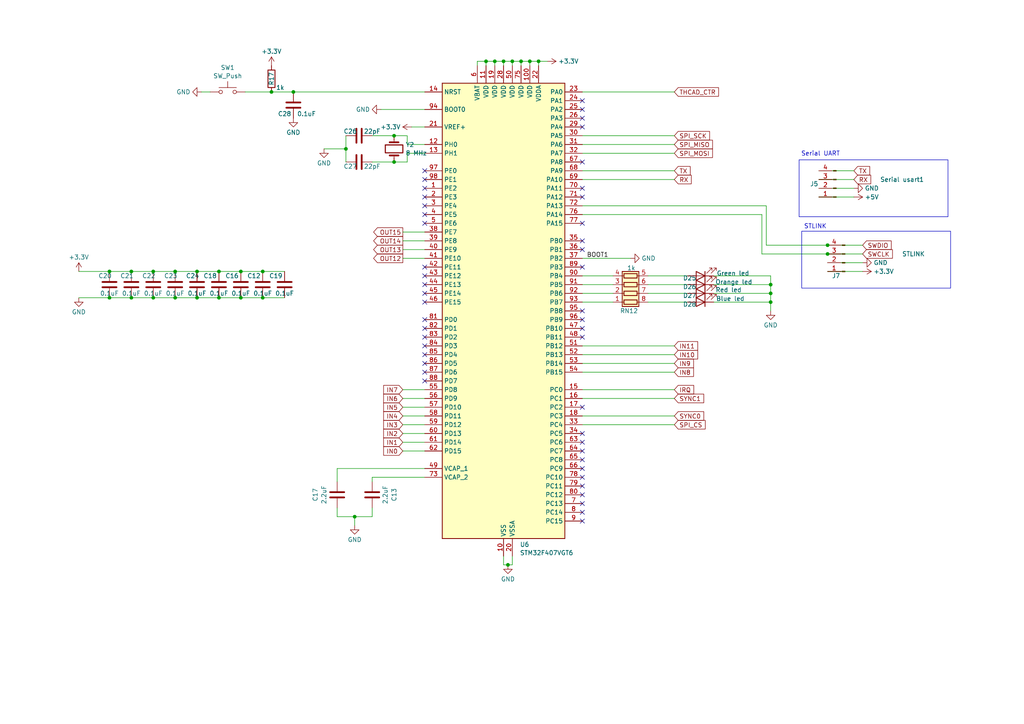
<source format=kicad_sch>
(kicad_sch
	(version 20231120)
	(generator "eeschema")
	(generator_version "8.0")
	(uuid "29d1fc65-591a-4c4e-a1fd-d6076e24f303")
	(paper "A4")
	(title_block
		(title "THCAD reader")
	)
	(lib_symbols
		(symbol "Connector:Conn_01x04_Pin"
			(pin_names
				(offset 1.016) hide)
			(exclude_from_sim no)
			(in_bom yes)
			(on_board yes)
			(property "Reference" "J"
				(at 0 5.08 0)
				(effects
					(font
						(size 1.27 1.27)
					)
				)
			)
			(property "Value" "Conn_01x04_Pin"
				(at 0 -7.62 0)
				(effects
					(font
						(size 1.27 1.27)
					)
				)
			)
			(property "Footprint" ""
				(at 0 0 0)
				(effects
					(font
						(size 1.27 1.27)
					)
					(hide yes)
				)
			)
			(property "Datasheet" "~"
				(at 0 0 0)
				(effects
					(font
						(size 1.27 1.27)
					)
					(hide yes)
				)
			)
			(property "Description" "Generic connector, single row, 01x04, script generated"
				(at 0 0 0)
				(effects
					(font
						(size 1.27 1.27)
					)
					(hide yes)
				)
			)
			(property "ki_locked" ""
				(at 0 0 0)
				(effects
					(font
						(size 1.27 1.27)
					)
				)
			)
			(property "ki_keywords" "connector"
				(at 0 0 0)
				(effects
					(font
						(size 1.27 1.27)
					)
					(hide yes)
				)
			)
			(property "ki_fp_filters" "Connector*:*_1x??_*"
				(at 0 0 0)
				(effects
					(font
						(size 1.27 1.27)
					)
					(hide yes)
				)
			)
			(symbol "Conn_01x04_Pin_1_1"
				(polyline
					(pts
						(xy 1.27 -5.08) (xy 0.8636 -5.08)
					)
					(stroke
						(width 0.1524)
						(type default)
					)
					(fill
						(type none)
					)
				)
				(polyline
					(pts
						(xy 1.27 -2.54) (xy 0.8636 -2.54)
					)
					(stroke
						(width 0.1524)
						(type default)
					)
					(fill
						(type none)
					)
				)
				(polyline
					(pts
						(xy 1.27 0) (xy 0.8636 0)
					)
					(stroke
						(width 0.1524)
						(type default)
					)
					(fill
						(type none)
					)
				)
				(polyline
					(pts
						(xy 1.27 2.54) (xy 0.8636 2.54)
					)
					(stroke
						(width 0.1524)
						(type default)
					)
					(fill
						(type none)
					)
				)
				(rectangle
					(start 0.8636 -4.953)
					(end 0 -5.207)
					(stroke
						(width 0.1524)
						(type default)
					)
					(fill
						(type outline)
					)
				)
				(rectangle
					(start 0.8636 -2.413)
					(end 0 -2.667)
					(stroke
						(width 0.1524)
						(type default)
					)
					(fill
						(type outline)
					)
				)
				(rectangle
					(start 0.8636 0.127)
					(end 0 -0.127)
					(stroke
						(width 0.1524)
						(type default)
					)
					(fill
						(type outline)
					)
				)
				(rectangle
					(start 0.8636 2.667)
					(end 0 2.413)
					(stroke
						(width 0.1524)
						(type default)
					)
					(fill
						(type outline)
					)
				)
				(pin passive line
					(at 5.08 2.54 180)
					(length 3.81)
					(name "Pin_1"
						(effects
							(font
								(size 1.27 1.27)
							)
						)
					)
					(number "1"
						(effects
							(font
								(size 1.27 1.27)
							)
						)
					)
				)
				(pin passive line
					(at 5.08 0 180)
					(length 3.81)
					(name "Pin_2"
						(effects
							(font
								(size 1.27 1.27)
							)
						)
					)
					(number "2"
						(effects
							(font
								(size 1.27 1.27)
							)
						)
					)
				)
				(pin passive line
					(at 5.08 -2.54 180)
					(length 3.81)
					(name "Pin_3"
						(effects
							(font
								(size 1.27 1.27)
							)
						)
					)
					(number "3"
						(effects
							(font
								(size 1.27 1.27)
							)
						)
					)
				)
				(pin passive line
					(at 5.08 -5.08 180)
					(length 3.81)
					(name "Pin_4"
						(effects
							(font
								(size 1.27 1.27)
							)
						)
					)
					(number "4"
						(effects
							(font
								(size 1.27 1.27)
							)
						)
					)
				)
			)
		)
		(symbol "Device:C"
			(pin_numbers hide)
			(pin_names
				(offset 0.254)
			)
			(exclude_from_sim no)
			(in_bom yes)
			(on_board yes)
			(property "Reference" "C"
				(at 0.635 2.54 0)
				(effects
					(font
						(size 1.27 1.27)
					)
					(justify left)
				)
			)
			(property "Value" "C"
				(at 0.635 -2.54 0)
				(effects
					(font
						(size 1.27 1.27)
					)
					(justify left)
				)
			)
			(property "Footprint" ""
				(at 0.9652 -3.81 0)
				(effects
					(font
						(size 1.27 1.27)
					)
					(hide yes)
				)
			)
			(property "Datasheet" "~"
				(at 0 0 0)
				(effects
					(font
						(size 1.27 1.27)
					)
					(hide yes)
				)
			)
			(property "Description" "Unpolarized capacitor"
				(at 0 0 0)
				(effects
					(font
						(size 1.27 1.27)
					)
					(hide yes)
				)
			)
			(property "ki_keywords" "cap capacitor"
				(at 0 0 0)
				(effects
					(font
						(size 1.27 1.27)
					)
					(hide yes)
				)
			)
			(property "ki_fp_filters" "C_*"
				(at 0 0 0)
				(effects
					(font
						(size 1.27 1.27)
					)
					(hide yes)
				)
			)
			(symbol "C_0_1"
				(polyline
					(pts
						(xy -2.032 -0.762) (xy 2.032 -0.762)
					)
					(stroke
						(width 0.508)
						(type default)
					)
					(fill
						(type none)
					)
				)
				(polyline
					(pts
						(xy -2.032 0.762) (xy 2.032 0.762)
					)
					(stroke
						(width 0.508)
						(type default)
					)
					(fill
						(type none)
					)
				)
			)
			(symbol "C_1_1"
				(pin passive line
					(at 0 3.81 270)
					(length 2.794)
					(name "~"
						(effects
							(font
								(size 1.27 1.27)
							)
						)
					)
					(number "1"
						(effects
							(font
								(size 1.27 1.27)
							)
						)
					)
				)
				(pin passive line
					(at 0 -3.81 90)
					(length 2.794)
					(name "~"
						(effects
							(font
								(size 1.27 1.27)
							)
						)
					)
					(number "2"
						(effects
							(font
								(size 1.27 1.27)
							)
						)
					)
				)
			)
		)
		(symbol "Device:Crystal"
			(pin_numbers hide)
			(pin_names
				(offset 1.016) hide)
			(exclude_from_sim no)
			(in_bom yes)
			(on_board yes)
			(property "Reference" "Y"
				(at 0 3.81 0)
				(effects
					(font
						(size 1.27 1.27)
					)
				)
			)
			(property "Value" "Crystal"
				(at 0 -3.81 0)
				(effects
					(font
						(size 1.27 1.27)
					)
				)
			)
			(property "Footprint" ""
				(at 0 0 0)
				(effects
					(font
						(size 1.27 1.27)
					)
					(hide yes)
				)
			)
			(property "Datasheet" "~"
				(at 0 0 0)
				(effects
					(font
						(size 1.27 1.27)
					)
					(hide yes)
				)
			)
			(property "Description" "Two pin crystal"
				(at 0 0 0)
				(effects
					(font
						(size 1.27 1.27)
					)
					(hide yes)
				)
			)
			(property "ki_keywords" "quartz ceramic resonator oscillator"
				(at 0 0 0)
				(effects
					(font
						(size 1.27 1.27)
					)
					(hide yes)
				)
			)
			(property "ki_fp_filters" "Crystal*"
				(at 0 0 0)
				(effects
					(font
						(size 1.27 1.27)
					)
					(hide yes)
				)
			)
			(symbol "Crystal_0_1"
				(rectangle
					(start -1.143 2.54)
					(end 1.143 -2.54)
					(stroke
						(width 0.3048)
						(type default)
					)
					(fill
						(type none)
					)
				)
				(polyline
					(pts
						(xy -2.54 0) (xy -1.905 0)
					)
					(stroke
						(width 0)
						(type default)
					)
					(fill
						(type none)
					)
				)
				(polyline
					(pts
						(xy -1.905 -1.27) (xy -1.905 1.27)
					)
					(stroke
						(width 0.508)
						(type default)
					)
					(fill
						(type none)
					)
				)
				(polyline
					(pts
						(xy 1.905 -1.27) (xy 1.905 1.27)
					)
					(stroke
						(width 0.508)
						(type default)
					)
					(fill
						(type none)
					)
				)
				(polyline
					(pts
						(xy 2.54 0) (xy 1.905 0)
					)
					(stroke
						(width 0)
						(type default)
					)
					(fill
						(type none)
					)
				)
			)
			(symbol "Crystal_1_1"
				(pin passive line
					(at -3.81 0 0)
					(length 1.27)
					(name "1"
						(effects
							(font
								(size 1.27 1.27)
							)
						)
					)
					(number "1"
						(effects
							(font
								(size 1.27 1.27)
							)
						)
					)
				)
				(pin passive line
					(at 3.81 0 180)
					(length 1.27)
					(name "2"
						(effects
							(font
								(size 1.27 1.27)
							)
						)
					)
					(number "2"
						(effects
							(font
								(size 1.27 1.27)
							)
						)
					)
				)
			)
		)
		(symbol "Device:LED"
			(pin_numbers hide)
			(pin_names
				(offset 1.016) hide)
			(exclude_from_sim no)
			(in_bom yes)
			(on_board yes)
			(property "Reference" "D"
				(at 0 2.54 0)
				(effects
					(font
						(size 1.27 1.27)
					)
				)
			)
			(property "Value" "LED"
				(at 0 -2.54 0)
				(effects
					(font
						(size 1.27 1.27)
					)
				)
			)
			(property "Footprint" ""
				(at 0 0 0)
				(effects
					(font
						(size 1.27 1.27)
					)
					(hide yes)
				)
			)
			(property "Datasheet" "~"
				(at 0 0 0)
				(effects
					(font
						(size 1.27 1.27)
					)
					(hide yes)
				)
			)
			(property "Description" "Light emitting diode"
				(at 0 0 0)
				(effects
					(font
						(size 1.27 1.27)
					)
					(hide yes)
				)
			)
			(property "ki_keywords" "LED diode"
				(at 0 0 0)
				(effects
					(font
						(size 1.27 1.27)
					)
					(hide yes)
				)
			)
			(property "ki_fp_filters" "LED* LED_SMD:* LED_THT:*"
				(at 0 0 0)
				(effects
					(font
						(size 1.27 1.27)
					)
					(hide yes)
				)
			)
			(symbol "LED_0_1"
				(polyline
					(pts
						(xy -1.27 -1.27) (xy -1.27 1.27)
					)
					(stroke
						(width 0.254)
						(type default)
					)
					(fill
						(type none)
					)
				)
				(polyline
					(pts
						(xy -1.27 0) (xy 1.27 0)
					)
					(stroke
						(width 0)
						(type default)
					)
					(fill
						(type none)
					)
				)
				(polyline
					(pts
						(xy 1.27 -1.27) (xy 1.27 1.27) (xy -1.27 0) (xy 1.27 -1.27)
					)
					(stroke
						(width 0.254)
						(type default)
					)
					(fill
						(type none)
					)
				)
				(polyline
					(pts
						(xy -3.048 -0.762) (xy -4.572 -2.286) (xy -3.81 -2.286) (xy -4.572 -2.286) (xy -4.572 -1.524)
					)
					(stroke
						(width 0)
						(type default)
					)
					(fill
						(type none)
					)
				)
				(polyline
					(pts
						(xy -1.778 -0.762) (xy -3.302 -2.286) (xy -2.54 -2.286) (xy -3.302 -2.286) (xy -3.302 -1.524)
					)
					(stroke
						(width 0)
						(type default)
					)
					(fill
						(type none)
					)
				)
			)
			(symbol "LED_1_1"
				(pin passive line
					(at -3.81 0 0)
					(length 2.54)
					(name "K"
						(effects
							(font
								(size 1.27 1.27)
							)
						)
					)
					(number "1"
						(effects
							(font
								(size 1.27 1.27)
							)
						)
					)
				)
				(pin passive line
					(at 3.81 0 180)
					(length 2.54)
					(name "A"
						(effects
							(font
								(size 1.27 1.27)
							)
						)
					)
					(number "2"
						(effects
							(font
								(size 1.27 1.27)
							)
						)
					)
				)
			)
		)
		(symbol "Device:R"
			(pin_numbers hide)
			(pin_names
				(offset 0)
			)
			(exclude_from_sim no)
			(in_bom yes)
			(on_board yes)
			(property "Reference" "R"
				(at 2.032 0 90)
				(effects
					(font
						(size 1.27 1.27)
					)
				)
			)
			(property "Value" "R"
				(at 0 0 90)
				(effects
					(font
						(size 1.27 1.27)
					)
				)
			)
			(property "Footprint" ""
				(at -1.778 0 90)
				(effects
					(font
						(size 1.27 1.27)
					)
					(hide yes)
				)
			)
			(property "Datasheet" "~"
				(at 0 0 0)
				(effects
					(font
						(size 1.27 1.27)
					)
					(hide yes)
				)
			)
			(property "Description" "Resistor"
				(at 0 0 0)
				(effects
					(font
						(size 1.27 1.27)
					)
					(hide yes)
				)
			)
			(property "ki_keywords" "R res resistor"
				(at 0 0 0)
				(effects
					(font
						(size 1.27 1.27)
					)
					(hide yes)
				)
			)
			(property "ki_fp_filters" "R_*"
				(at 0 0 0)
				(effects
					(font
						(size 1.27 1.27)
					)
					(hide yes)
				)
			)
			(symbol "R_0_1"
				(rectangle
					(start -1.016 -2.54)
					(end 1.016 2.54)
					(stroke
						(width 0.254)
						(type default)
					)
					(fill
						(type none)
					)
				)
			)
			(symbol "R_1_1"
				(pin passive line
					(at 0 3.81 270)
					(length 1.27)
					(name "~"
						(effects
							(font
								(size 1.27 1.27)
							)
						)
					)
					(number "1"
						(effects
							(font
								(size 1.27 1.27)
							)
						)
					)
				)
				(pin passive line
					(at 0 -3.81 90)
					(length 1.27)
					(name "~"
						(effects
							(font
								(size 1.27 1.27)
							)
						)
					)
					(number "2"
						(effects
							(font
								(size 1.27 1.27)
							)
						)
					)
				)
			)
		)
		(symbol "Device:R_Pack04"
			(pin_names
				(offset 0) hide)
			(exclude_from_sim no)
			(in_bom yes)
			(on_board yes)
			(property "Reference" "RN"
				(at -7.62 0 90)
				(effects
					(font
						(size 1.27 1.27)
					)
				)
			)
			(property "Value" "R_Pack04"
				(at 5.08 0 90)
				(effects
					(font
						(size 1.27 1.27)
					)
				)
			)
			(property "Footprint" ""
				(at 6.985 0 90)
				(effects
					(font
						(size 1.27 1.27)
					)
					(hide yes)
				)
			)
			(property "Datasheet" "~"
				(at 0 0 0)
				(effects
					(font
						(size 1.27 1.27)
					)
					(hide yes)
				)
			)
			(property "Description" "4 resistor network, parallel topology"
				(at 0 0 0)
				(effects
					(font
						(size 1.27 1.27)
					)
					(hide yes)
				)
			)
			(property "ki_keywords" "R network parallel topology isolated"
				(at 0 0 0)
				(effects
					(font
						(size 1.27 1.27)
					)
					(hide yes)
				)
			)
			(property "ki_fp_filters" "DIP* SOIC* R*Array*Concave* R*Array*Convex* MSOP*"
				(at 0 0 0)
				(effects
					(font
						(size 1.27 1.27)
					)
					(hide yes)
				)
			)
			(symbol "R_Pack04_0_1"
				(rectangle
					(start -6.35 -2.413)
					(end 3.81 2.413)
					(stroke
						(width 0.254)
						(type default)
					)
					(fill
						(type background)
					)
				)
				(rectangle
					(start -5.715 1.905)
					(end -4.445 -1.905)
					(stroke
						(width 0.254)
						(type default)
					)
					(fill
						(type none)
					)
				)
				(rectangle
					(start -3.175 1.905)
					(end -1.905 -1.905)
					(stroke
						(width 0.254)
						(type default)
					)
					(fill
						(type none)
					)
				)
				(rectangle
					(start -0.635 1.905)
					(end 0.635 -1.905)
					(stroke
						(width 0.254)
						(type default)
					)
					(fill
						(type none)
					)
				)
				(polyline
					(pts
						(xy -5.08 -2.54) (xy -5.08 -1.905)
					)
					(stroke
						(width 0)
						(type default)
					)
					(fill
						(type none)
					)
				)
				(polyline
					(pts
						(xy -5.08 1.905) (xy -5.08 2.54)
					)
					(stroke
						(width 0)
						(type default)
					)
					(fill
						(type none)
					)
				)
				(polyline
					(pts
						(xy -2.54 -2.54) (xy -2.54 -1.905)
					)
					(stroke
						(width 0)
						(type default)
					)
					(fill
						(type none)
					)
				)
				(polyline
					(pts
						(xy -2.54 1.905) (xy -2.54 2.54)
					)
					(stroke
						(width 0)
						(type default)
					)
					(fill
						(type none)
					)
				)
				(polyline
					(pts
						(xy 0 -2.54) (xy 0 -1.905)
					)
					(stroke
						(width 0)
						(type default)
					)
					(fill
						(type none)
					)
				)
				(polyline
					(pts
						(xy 0 1.905) (xy 0 2.54)
					)
					(stroke
						(width 0)
						(type default)
					)
					(fill
						(type none)
					)
				)
				(polyline
					(pts
						(xy 2.54 -2.54) (xy 2.54 -1.905)
					)
					(stroke
						(width 0)
						(type default)
					)
					(fill
						(type none)
					)
				)
				(polyline
					(pts
						(xy 2.54 1.905) (xy 2.54 2.54)
					)
					(stroke
						(width 0)
						(type default)
					)
					(fill
						(type none)
					)
				)
				(rectangle
					(start 1.905 1.905)
					(end 3.175 -1.905)
					(stroke
						(width 0.254)
						(type default)
					)
					(fill
						(type none)
					)
				)
			)
			(symbol "R_Pack04_1_1"
				(pin passive line
					(at -5.08 -5.08 90)
					(length 2.54)
					(name "R1.1"
						(effects
							(font
								(size 1.27 1.27)
							)
						)
					)
					(number "1"
						(effects
							(font
								(size 1.27 1.27)
							)
						)
					)
				)
				(pin passive line
					(at -2.54 -5.08 90)
					(length 2.54)
					(name "R2.1"
						(effects
							(font
								(size 1.27 1.27)
							)
						)
					)
					(number "2"
						(effects
							(font
								(size 1.27 1.27)
							)
						)
					)
				)
				(pin passive line
					(at 0 -5.08 90)
					(length 2.54)
					(name "R3.1"
						(effects
							(font
								(size 1.27 1.27)
							)
						)
					)
					(number "3"
						(effects
							(font
								(size 1.27 1.27)
							)
						)
					)
				)
				(pin passive line
					(at 2.54 -5.08 90)
					(length 2.54)
					(name "R4.1"
						(effects
							(font
								(size 1.27 1.27)
							)
						)
					)
					(number "4"
						(effects
							(font
								(size 1.27 1.27)
							)
						)
					)
				)
				(pin passive line
					(at 2.54 5.08 270)
					(length 2.54)
					(name "R4.2"
						(effects
							(font
								(size 1.27 1.27)
							)
						)
					)
					(number "5"
						(effects
							(font
								(size 1.27 1.27)
							)
						)
					)
				)
				(pin passive line
					(at 0 5.08 270)
					(length 2.54)
					(name "R3.2"
						(effects
							(font
								(size 1.27 1.27)
							)
						)
					)
					(number "6"
						(effects
							(font
								(size 1.27 1.27)
							)
						)
					)
				)
				(pin passive line
					(at -2.54 5.08 270)
					(length 2.54)
					(name "R2.2"
						(effects
							(font
								(size 1.27 1.27)
							)
						)
					)
					(number "7"
						(effects
							(font
								(size 1.27 1.27)
							)
						)
					)
				)
				(pin passive line
					(at -5.08 5.08 270)
					(length 2.54)
					(name "R1.2"
						(effects
							(font
								(size 1.27 1.27)
							)
						)
					)
					(number "8"
						(effects
							(font
								(size 1.27 1.27)
							)
						)
					)
				)
			)
		)
		(symbol "MCU_ST_STM32F4:STM32F407VGTx"
			(exclude_from_sim no)
			(in_bom yes)
			(on_board yes)
			(property "Reference" "U"
				(at -17.78 67.31 0)
				(effects
					(font
						(size 1.27 1.27)
					)
					(justify left)
				)
			)
			(property "Value" "STM32F407VGTx"
				(at 12.7 67.31 0)
				(effects
					(font
						(size 1.27 1.27)
					)
					(justify left)
				)
			)
			(property "Footprint" "Package_QFP:LQFP-100_14x14mm_P0.5mm"
				(at -17.78 -66.04 0)
				(effects
					(font
						(size 1.27 1.27)
					)
					(justify right)
					(hide yes)
				)
			)
			(property "Datasheet" "https://www.st.com/resource/en/datasheet/stm32f407vg.pdf"
				(at 0 0 0)
				(effects
					(font
						(size 1.27 1.27)
					)
					(hide yes)
				)
			)
			(property "Description" "STMicroelectronics Arm Cortex-M4 MCU, 1024KB flash, 192KB RAM, 168 MHz, 1.8-3.6V, 82 GPIO, LQFP100"
				(at 0 0 0)
				(effects
					(font
						(size 1.27 1.27)
					)
					(hide yes)
				)
			)
			(property "ki_locked" ""
				(at 0 0 0)
				(effects
					(font
						(size 1.27 1.27)
					)
				)
			)
			(property "ki_keywords" "Arm Cortex-M4 STM32F4 STM32F407/417"
				(at 0 0 0)
				(effects
					(font
						(size 1.27 1.27)
					)
					(hide yes)
				)
			)
			(property "ki_fp_filters" "LQFP*14x14mm*P0.5mm*"
				(at 0 0 0)
				(effects
					(font
						(size 1.27 1.27)
					)
					(hide yes)
				)
			)
			(symbol "STM32F407VGTx_0_1"
				(rectangle
					(start -17.78 -66.04)
					(end 17.78 66.04)
					(stroke
						(width 0.254)
						(type default)
					)
					(fill
						(type background)
					)
				)
			)
			(symbol "STM32F407VGTx_1_1"
				(pin bidirectional line
					(at -22.86 35.56 0)
					(length 5.08)
					(name "PE2"
						(effects
							(font
								(size 1.27 1.27)
							)
						)
					)
					(number "1"
						(effects
							(font
								(size 1.27 1.27)
							)
						)
					)
					(alternate "ETH_TXD3" bidirectional line)
					(alternate "FSMC_A23" bidirectional line)
					(alternate "SYS_TRACECLK" bidirectional line)
				)
				(pin power_in line
					(at 0 -71.12 90)
					(length 5.08)
					(name "VSS"
						(effects
							(font
								(size 1.27 1.27)
							)
						)
					)
					(number "10"
						(effects
							(font
								(size 1.27 1.27)
							)
						)
					)
				)
				(pin power_in line
					(at 7.62 71.12 270)
					(length 5.08)
					(name "VDD"
						(effects
							(font
								(size 1.27 1.27)
							)
						)
					)
					(number "100"
						(effects
							(font
								(size 1.27 1.27)
							)
						)
					)
				)
				(pin power_in line
					(at -5.08 71.12 270)
					(length 5.08)
					(name "VDD"
						(effects
							(font
								(size 1.27 1.27)
							)
						)
					)
					(number "11"
						(effects
							(font
								(size 1.27 1.27)
							)
						)
					)
				)
				(pin bidirectional line
					(at -22.86 48.26 0)
					(length 5.08)
					(name "PH0"
						(effects
							(font
								(size 1.27 1.27)
							)
						)
					)
					(number "12"
						(effects
							(font
								(size 1.27 1.27)
							)
						)
					)
					(alternate "RCC_OSC_IN" bidirectional line)
				)
				(pin bidirectional line
					(at -22.86 45.72 0)
					(length 5.08)
					(name "PH1"
						(effects
							(font
								(size 1.27 1.27)
							)
						)
					)
					(number "13"
						(effects
							(font
								(size 1.27 1.27)
							)
						)
					)
					(alternate "RCC_OSC_OUT" bidirectional line)
				)
				(pin input line
					(at -22.86 63.5 0)
					(length 5.08)
					(name "NRST"
						(effects
							(font
								(size 1.27 1.27)
							)
						)
					)
					(number "14"
						(effects
							(font
								(size 1.27 1.27)
							)
						)
					)
				)
				(pin bidirectional line
					(at 22.86 -22.86 180)
					(length 5.08)
					(name "PC0"
						(effects
							(font
								(size 1.27 1.27)
							)
						)
					)
					(number "15"
						(effects
							(font
								(size 1.27 1.27)
							)
						)
					)
					(alternate "ADC1_IN10" bidirectional line)
					(alternate "ADC2_IN10" bidirectional line)
					(alternate "ADC3_IN10" bidirectional line)
					(alternate "USB_OTG_HS_ULPI_STP" bidirectional line)
				)
				(pin bidirectional line
					(at 22.86 -25.4 180)
					(length 5.08)
					(name "PC1"
						(effects
							(font
								(size 1.27 1.27)
							)
						)
					)
					(number "16"
						(effects
							(font
								(size 1.27 1.27)
							)
						)
					)
					(alternate "ADC1_IN11" bidirectional line)
					(alternate "ADC2_IN11" bidirectional line)
					(alternate "ADC3_IN11" bidirectional line)
					(alternate "ETH_MDC" bidirectional line)
				)
				(pin bidirectional line
					(at 22.86 -27.94 180)
					(length 5.08)
					(name "PC2"
						(effects
							(font
								(size 1.27 1.27)
							)
						)
					)
					(number "17"
						(effects
							(font
								(size 1.27 1.27)
							)
						)
					)
					(alternate "ADC1_IN12" bidirectional line)
					(alternate "ADC2_IN12" bidirectional line)
					(alternate "ADC3_IN12" bidirectional line)
					(alternate "ETH_TXD2" bidirectional line)
					(alternate "I2S2_ext_SD" bidirectional line)
					(alternate "SPI2_MISO" bidirectional line)
					(alternate "USB_OTG_HS_ULPI_DIR" bidirectional line)
				)
				(pin bidirectional line
					(at 22.86 -30.48 180)
					(length 5.08)
					(name "PC3"
						(effects
							(font
								(size 1.27 1.27)
							)
						)
					)
					(number "18"
						(effects
							(font
								(size 1.27 1.27)
							)
						)
					)
					(alternate "ADC1_IN13" bidirectional line)
					(alternate "ADC2_IN13" bidirectional line)
					(alternate "ADC3_IN13" bidirectional line)
					(alternate "ETH_TX_CLK" bidirectional line)
					(alternate "I2S2_SD" bidirectional line)
					(alternate "SPI2_MOSI" bidirectional line)
					(alternate "USB_OTG_HS_ULPI_NXT" bidirectional line)
				)
				(pin power_in line
					(at -2.54 71.12 270)
					(length 5.08)
					(name "VDD"
						(effects
							(font
								(size 1.27 1.27)
							)
						)
					)
					(number "19"
						(effects
							(font
								(size 1.27 1.27)
							)
						)
					)
				)
				(pin bidirectional line
					(at -22.86 33.02 0)
					(length 5.08)
					(name "PE3"
						(effects
							(font
								(size 1.27 1.27)
							)
						)
					)
					(number "2"
						(effects
							(font
								(size 1.27 1.27)
							)
						)
					)
					(alternate "FSMC_A19" bidirectional line)
					(alternate "SYS_TRACED0" bidirectional line)
				)
				(pin power_in line
					(at 2.54 -71.12 90)
					(length 5.08)
					(name "VSSA"
						(effects
							(font
								(size 1.27 1.27)
							)
						)
					)
					(number "20"
						(effects
							(font
								(size 1.27 1.27)
							)
						)
					)
				)
				(pin input line
					(at -22.86 53.34 0)
					(length 5.08)
					(name "VREF+"
						(effects
							(font
								(size 1.27 1.27)
							)
						)
					)
					(number "21"
						(effects
							(font
								(size 1.27 1.27)
							)
						)
					)
				)
				(pin power_in line
					(at 10.16 71.12 270)
					(length 5.08)
					(name "VDDA"
						(effects
							(font
								(size 1.27 1.27)
							)
						)
					)
					(number "22"
						(effects
							(font
								(size 1.27 1.27)
							)
						)
					)
				)
				(pin bidirectional line
					(at 22.86 63.5 180)
					(length 5.08)
					(name "PA0"
						(effects
							(font
								(size 1.27 1.27)
							)
						)
					)
					(number "23"
						(effects
							(font
								(size 1.27 1.27)
							)
						)
					)
					(alternate "ADC1_IN0" bidirectional line)
					(alternate "ADC2_IN0" bidirectional line)
					(alternate "ADC3_IN0" bidirectional line)
					(alternate "ETH_CRS" bidirectional line)
					(alternate "SYS_WKUP" bidirectional line)
					(alternate "TIM2_CH1" bidirectional line)
					(alternate "TIM2_ETR" bidirectional line)
					(alternate "TIM5_CH1" bidirectional line)
					(alternate "TIM8_ETR" bidirectional line)
					(alternate "UART4_TX" bidirectional line)
					(alternate "USART2_CTS" bidirectional line)
				)
				(pin bidirectional line
					(at 22.86 60.96 180)
					(length 5.08)
					(name "PA1"
						(effects
							(font
								(size 1.27 1.27)
							)
						)
					)
					(number "24"
						(effects
							(font
								(size 1.27 1.27)
							)
						)
					)
					(alternate "ADC1_IN1" bidirectional line)
					(alternate "ADC2_IN1" bidirectional line)
					(alternate "ADC3_IN1" bidirectional line)
					(alternate "ETH_REF_CLK" bidirectional line)
					(alternate "ETH_RX_CLK" bidirectional line)
					(alternate "TIM2_CH2" bidirectional line)
					(alternate "TIM5_CH2" bidirectional line)
					(alternate "UART4_RX" bidirectional line)
					(alternate "USART2_RTS" bidirectional line)
				)
				(pin bidirectional line
					(at 22.86 58.42 180)
					(length 5.08)
					(name "PA2"
						(effects
							(font
								(size 1.27 1.27)
							)
						)
					)
					(number "25"
						(effects
							(font
								(size 1.27 1.27)
							)
						)
					)
					(alternate "ADC1_IN2" bidirectional line)
					(alternate "ADC2_IN2" bidirectional line)
					(alternate "ADC3_IN2" bidirectional line)
					(alternate "ETH_MDIO" bidirectional line)
					(alternate "TIM2_CH3" bidirectional line)
					(alternate "TIM5_CH3" bidirectional line)
					(alternate "TIM9_CH1" bidirectional line)
					(alternate "USART2_TX" bidirectional line)
				)
				(pin bidirectional line
					(at 22.86 55.88 180)
					(length 5.08)
					(name "PA3"
						(effects
							(font
								(size 1.27 1.27)
							)
						)
					)
					(number "26"
						(effects
							(font
								(size 1.27 1.27)
							)
						)
					)
					(alternate "ADC1_IN3" bidirectional line)
					(alternate "ADC2_IN3" bidirectional line)
					(alternate "ADC3_IN3" bidirectional line)
					(alternate "ETH_COL" bidirectional line)
					(alternate "TIM2_CH4" bidirectional line)
					(alternate "TIM5_CH4" bidirectional line)
					(alternate "TIM9_CH2" bidirectional line)
					(alternate "USART2_RX" bidirectional line)
					(alternate "USB_OTG_HS_ULPI_D0" bidirectional line)
				)
				(pin passive line
					(at 0 -71.12 90)
					(length 5.08) hide
					(name "VSS"
						(effects
							(font
								(size 1.27 1.27)
							)
						)
					)
					(number "27"
						(effects
							(font
								(size 1.27 1.27)
							)
						)
					)
				)
				(pin power_in line
					(at 0 71.12 270)
					(length 5.08)
					(name "VDD"
						(effects
							(font
								(size 1.27 1.27)
							)
						)
					)
					(number "28"
						(effects
							(font
								(size 1.27 1.27)
							)
						)
					)
				)
				(pin bidirectional line
					(at 22.86 53.34 180)
					(length 5.08)
					(name "PA4"
						(effects
							(font
								(size 1.27 1.27)
							)
						)
					)
					(number "29"
						(effects
							(font
								(size 1.27 1.27)
							)
						)
					)
					(alternate "ADC1_IN4" bidirectional line)
					(alternate "ADC2_IN4" bidirectional line)
					(alternate "DAC_OUT1" bidirectional line)
					(alternate "DCMI_HSYNC" bidirectional line)
					(alternate "I2S3_WS" bidirectional line)
					(alternate "SPI1_NSS" bidirectional line)
					(alternate "SPI3_NSS" bidirectional line)
					(alternate "USART2_CK" bidirectional line)
					(alternate "USB_OTG_HS_SOF" bidirectional line)
				)
				(pin bidirectional line
					(at -22.86 30.48 0)
					(length 5.08)
					(name "PE4"
						(effects
							(font
								(size 1.27 1.27)
							)
						)
					)
					(number "3"
						(effects
							(font
								(size 1.27 1.27)
							)
						)
					)
					(alternate "DCMI_D4" bidirectional line)
					(alternate "FSMC_A20" bidirectional line)
					(alternate "SYS_TRACED1" bidirectional line)
				)
				(pin bidirectional line
					(at 22.86 50.8 180)
					(length 5.08)
					(name "PA5"
						(effects
							(font
								(size 1.27 1.27)
							)
						)
					)
					(number "30"
						(effects
							(font
								(size 1.27 1.27)
							)
						)
					)
					(alternate "ADC1_IN5" bidirectional line)
					(alternate "ADC2_IN5" bidirectional line)
					(alternate "DAC_OUT2" bidirectional line)
					(alternate "SPI1_SCK" bidirectional line)
					(alternate "TIM2_CH1" bidirectional line)
					(alternate "TIM2_ETR" bidirectional line)
					(alternate "TIM8_CH1N" bidirectional line)
					(alternate "USB_OTG_HS_ULPI_CK" bidirectional line)
				)
				(pin bidirectional line
					(at 22.86 48.26 180)
					(length 5.08)
					(name "PA6"
						(effects
							(font
								(size 1.27 1.27)
							)
						)
					)
					(number "31"
						(effects
							(font
								(size 1.27 1.27)
							)
						)
					)
					(alternate "ADC1_IN6" bidirectional line)
					(alternate "ADC2_IN6" bidirectional line)
					(alternate "DCMI_PIXCLK" bidirectional line)
					(alternate "SPI1_MISO" bidirectional line)
					(alternate "TIM13_CH1" bidirectional line)
					(alternate "TIM1_BKIN" bidirectional line)
					(alternate "TIM3_CH1" bidirectional line)
					(alternate "TIM8_BKIN" bidirectional line)
				)
				(pin bidirectional line
					(at 22.86 45.72 180)
					(length 5.08)
					(name "PA7"
						(effects
							(font
								(size 1.27 1.27)
							)
						)
					)
					(number "32"
						(effects
							(font
								(size 1.27 1.27)
							)
						)
					)
					(alternate "ADC1_IN7" bidirectional line)
					(alternate "ADC2_IN7" bidirectional line)
					(alternate "ETH_CRS_DV" bidirectional line)
					(alternate "ETH_RX_DV" bidirectional line)
					(alternate "SPI1_MOSI" bidirectional line)
					(alternate "TIM14_CH1" bidirectional line)
					(alternate "TIM1_CH1N" bidirectional line)
					(alternate "TIM3_CH2" bidirectional line)
					(alternate "TIM8_CH1N" bidirectional line)
				)
				(pin bidirectional line
					(at 22.86 -33.02 180)
					(length 5.08)
					(name "PC4"
						(effects
							(font
								(size 1.27 1.27)
							)
						)
					)
					(number "33"
						(effects
							(font
								(size 1.27 1.27)
							)
						)
					)
					(alternate "ADC1_IN14" bidirectional line)
					(alternate "ADC2_IN14" bidirectional line)
					(alternate "ETH_RXD0" bidirectional line)
				)
				(pin bidirectional line
					(at 22.86 -35.56 180)
					(length 5.08)
					(name "PC5"
						(effects
							(font
								(size 1.27 1.27)
							)
						)
					)
					(number "34"
						(effects
							(font
								(size 1.27 1.27)
							)
						)
					)
					(alternate "ADC1_IN15" bidirectional line)
					(alternate "ADC2_IN15" bidirectional line)
					(alternate "ETH_RXD1" bidirectional line)
				)
				(pin bidirectional line
					(at 22.86 20.32 180)
					(length 5.08)
					(name "PB0"
						(effects
							(font
								(size 1.27 1.27)
							)
						)
					)
					(number "35"
						(effects
							(font
								(size 1.27 1.27)
							)
						)
					)
					(alternate "ADC1_IN8" bidirectional line)
					(alternate "ADC2_IN8" bidirectional line)
					(alternate "ETH_RXD2" bidirectional line)
					(alternate "TIM1_CH2N" bidirectional line)
					(alternate "TIM3_CH3" bidirectional line)
					(alternate "TIM8_CH2N" bidirectional line)
					(alternate "USB_OTG_HS_ULPI_D1" bidirectional line)
				)
				(pin bidirectional line
					(at 22.86 17.78 180)
					(length 5.08)
					(name "PB1"
						(effects
							(font
								(size 1.27 1.27)
							)
						)
					)
					(number "36"
						(effects
							(font
								(size 1.27 1.27)
							)
						)
					)
					(alternate "ADC1_IN9" bidirectional line)
					(alternate "ADC2_IN9" bidirectional line)
					(alternate "ETH_RXD3" bidirectional line)
					(alternate "TIM1_CH3N" bidirectional line)
					(alternate "TIM3_CH4" bidirectional line)
					(alternate "TIM8_CH3N" bidirectional line)
					(alternate "USB_OTG_HS_ULPI_D2" bidirectional line)
				)
				(pin bidirectional line
					(at 22.86 15.24 180)
					(length 5.08)
					(name "PB2"
						(effects
							(font
								(size 1.27 1.27)
							)
						)
					)
					(number "37"
						(effects
							(font
								(size 1.27 1.27)
							)
						)
					)
				)
				(pin bidirectional line
					(at -22.86 22.86 0)
					(length 5.08)
					(name "PE7"
						(effects
							(font
								(size 1.27 1.27)
							)
						)
					)
					(number "38"
						(effects
							(font
								(size 1.27 1.27)
							)
						)
					)
					(alternate "FSMC_D4" bidirectional line)
					(alternate "FSMC_DA4" bidirectional line)
					(alternate "TIM1_ETR" bidirectional line)
				)
				(pin bidirectional line
					(at -22.86 20.32 0)
					(length 5.08)
					(name "PE8"
						(effects
							(font
								(size 1.27 1.27)
							)
						)
					)
					(number "39"
						(effects
							(font
								(size 1.27 1.27)
							)
						)
					)
					(alternate "FSMC_D5" bidirectional line)
					(alternate "FSMC_DA5" bidirectional line)
					(alternate "TIM1_CH1N" bidirectional line)
				)
				(pin bidirectional line
					(at -22.86 27.94 0)
					(length 5.08)
					(name "PE5"
						(effects
							(font
								(size 1.27 1.27)
							)
						)
					)
					(number "4"
						(effects
							(font
								(size 1.27 1.27)
							)
						)
					)
					(alternate "DCMI_D6" bidirectional line)
					(alternate "FSMC_A21" bidirectional line)
					(alternate "SYS_TRACED2" bidirectional line)
					(alternate "TIM9_CH1" bidirectional line)
				)
				(pin bidirectional line
					(at -22.86 17.78 0)
					(length 5.08)
					(name "PE9"
						(effects
							(font
								(size 1.27 1.27)
							)
						)
					)
					(number "40"
						(effects
							(font
								(size 1.27 1.27)
							)
						)
					)
					(alternate "DAC_EXTI9" bidirectional line)
					(alternate "FSMC_D6" bidirectional line)
					(alternate "FSMC_DA6" bidirectional line)
					(alternate "TIM1_CH1" bidirectional line)
				)
				(pin bidirectional line
					(at -22.86 15.24 0)
					(length 5.08)
					(name "PE10"
						(effects
							(font
								(size 1.27 1.27)
							)
						)
					)
					(number "41"
						(effects
							(font
								(size 1.27 1.27)
							)
						)
					)
					(alternate "FSMC_D7" bidirectional line)
					(alternate "FSMC_DA7" bidirectional line)
					(alternate "TIM1_CH2N" bidirectional line)
				)
				(pin bidirectional line
					(at -22.86 12.7 0)
					(length 5.08)
					(name "PE11"
						(effects
							(font
								(size 1.27 1.27)
							)
						)
					)
					(number "42"
						(effects
							(font
								(size 1.27 1.27)
							)
						)
					)
					(alternate "ADC1_EXTI11" bidirectional line)
					(alternate "ADC2_EXTI11" bidirectional line)
					(alternate "ADC3_EXTI11" bidirectional line)
					(alternate "FSMC_D8" bidirectional line)
					(alternate "FSMC_DA8" bidirectional line)
					(alternate "TIM1_CH2" bidirectional line)
				)
				(pin bidirectional line
					(at -22.86 10.16 0)
					(length 5.08)
					(name "PE12"
						(effects
							(font
								(size 1.27 1.27)
							)
						)
					)
					(number "43"
						(effects
							(font
								(size 1.27 1.27)
							)
						)
					)
					(alternate "FSMC_D9" bidirectional line)
					(alternate "FSMC_DA9" bidirectional line)
					(alternate "TIM1_CH3N" bidirectional line)
				)
				(pin bidirectional line
					(at -22.86 7.62 0)
					(length 5.08)
					(name "PE13"
						(effects
							(font
								(size 1.27 1.27)
							)
						)
					)
					(number "44"
						(effects
							(font
								(size 1.27 1.27)
							)
						)
					)
					(alternate "FSMC_D10" bidirectional line)
					(alternate "FSMC_DA10" bidirectional line)
					(alternate "TIM1_CH3" bidirectional line)
				)
				(pin bidirectional line
					(at -22.86 5.08 0)
					(length 5.08)
					(name "PE14"
						(effects
							(font
								(size 1.27 1.27)
							)
						)
					)
					(number "45"
						(effects
							(font
								(size 1.27 1.27)
							)
						)
					)
					(alternate "FSMC_D11" bidirectional line)
					(alternate "FSMC_DA11" bidirectional line)
					(alternate "TIM1_CH4" bidirectional line)
				)
				(pin bidirectional line
					(at -22.86 2.54 0)
					(length 5.08)
					(name "PE15"
						(effects
							(font
								(size 1.27 1.27)
							)
						)
					)
					(number "46"
						(effects
							(font
								(size 1.27 1.27)
							)
						)
					)
					(alternate "ADC1_EXTI15" bidirectional line)
					(alternate "ADC2_EXTI15" bidirectional line)
					(alternate "ADC3_EXTI15" bidirectional line)
					(alternate "FSMC_D12" bidirectional line)
					(alternate "FSMC_DA12" bidirectional line)
					(alternate "TIM1_BKIN" bidirectional line)
				)
				(pin bidirectional line
					(at 22.86 -5.08 180)
					(length 5.08)
					(name "PB10"
						(effects
							(font
								(size 1.27 1.27)
							)
						)
					)
					(number "47"
						(effects
							(font
								(size 1.27 1.27)
							)
						)
					)
					(alternate "ETH_RX_ER" bidirectional line)
					(alternate "I2C2_SCL" bidirectional line)
					(alternate "I2S2_CK" bidirectional line)
					(alternate "SPI2_SCK" bidirectional line)
					(alternate "TIM2_CH3" bidirectional line)
					(alternate "USART3_TX" bidirectional line)
					(alternate "USB_OTG_HS_ULPI_D3" bidirectional line)
				)
				(pin bidirectional line
					(at 22.86 -7.62 180)
					(length 5.08)
					(name "PB11"
						(effects
							(font
								(size 1.27 1.27)
							)
						)
					)
					(number "48"
						(effects
							(font
								(size 1.27 1.27)
							)
						)
					)
					(alternate "ADC1_EXTI11" bidirectional line)
					(alternate "ADC2_EXTI11" bidirectional line)
					(alternate "ADC3_EXTI11" bidirectional line)
					(alternate "ETH_TX_EN" bidirectional line)
					(alternate "I2C2_SDA" bidirectional line)
					(alternate "TIM2_CH4" bidirectional line)
					(alternate "USART3_RX" bidirectional line)
					(alternate "USB_OTG_HS_ULPI_D4" bidirectional line)
				)
				(pin power_out line
					(at -22.86 -45.72 0)
					(length 5.08)
					(name "VCAP_1"
						(effects
							(font
								(size 1.27 1.27)
							)
						)
					)
					(number "49"
						(effects
							(font
								(size 1.27 1.27)
							)
						)
					)
				)
				(pin bidirectional line
					(at -22.86 25.4 0)
					(length 5.08)
					(name "PE6"
						(effects
							(font
								(size 1.27 1.27)
							)
						)
					)
					(number "5"
						(effects
							(font
								(size 1.27 1.27)
							)
						)
					)
					(alternate "DCMI_D7" bidirectional line)
					(alternate "FSMC_A22" bidirectional line)
					(alternate "SYS_TRACED3" bidirectional line)
					(alternate "TIM9_CH2" bidirectional line)
				)
				(pin power_in line
					(at 2.54 71.12 270)
					(length 5.08)
					(name "VDD"
						(effects
							(font
								(size 1.27 1.27)
							)
						)
					)
					(number "50"
						(effects
							(font
								(size 1.27 1.27)
							)
						)
					)
				)
				(pin bidirectional line
					(at 22.86 -10.16 180)
					(length 5.08)
					(name "PB12"
						(effects
							(font
								(size 1.27 1.27)
							)
						)
					)
					(number "51"
						(effects
							(font
								(size 1.27 1.27)
							)
						)
					)
					(alternate "CAN2_RX" bidirectional line)
					(alternate "ETH_TXD0" bidirectional line)
					(alternate "I2C2_SMBA" bidirectional line)
					(alternate "I2S2_WS" bidirectional line)
					(alternate "SPI2_NSS" bidirectional line)
					(alternate "TIM1_BKIN" bidirectional line)
					(alternate "USART3_CK" bidirectional line)
					(alternate "USB_OTG_HS_ID" bidirectional line)
					(alternate "USB_OTG_HS_ULPI_D5" bidirectional line)
				)
				(pin bidirectional line
					(at 22.86 -12.7 180)
					(length 5.08)
					(name "PB13"
						(effects
							(font
								(size 1.27 1.27)
							)
						)
					)
					(number "52"
						(effects
							(font
								(size 1.27 1.27)
							)
						)
					)
					(alternate "CAN2_TX" bidirectional line)
					(alternate "ETH_TXD1" bidirectional line)
					(alternate "I2S2_CK" bidirectional line)
					(alternate "SPI2_SCK" bidirectional line)
					(alternate "TIM1_CH1N" bidirectional line)
					(alternate "USART3_CTS" bidirectional line)
					(alternate "USB_OTG_HS_ULPI_D6" bidirectional line)
					(alternate "USB_OTG_HS_VBUS" bidirectional line)
				)
				(pin bidirectional line
					(at 22.86 -15.24 180)
					(length 5.08)
					(name "PB14"
						(effects
							(font
								(size 1.27 1.27)
							)
						)
					)
					(number "53"
						(effects
							(font
								(size 1.27 1.27)
							)
						)
					)
					(alternate "I2S2_ext_SD" bidirectional line)
					(alternate "SPI2_MISO" bidirectional line)
					(alternate "TIM12_CH1" bidirectional line)
					(alternate "TIM1_CH2N" bidirectional line)
					(alternate "TIM8_CH2N" bidirectional line)
					(alternate "USART3_RTS" bidirectional line)
					(alternate "USB_OTG_HS_DM" bidirectional line)
				)
				(pin bidirectional line
					(at 22.86 -17.78 180)
					(length 5.08)
					(name "PB15"
						(effects
							(font
								(size 1.27 1.27)
							)
						)
					)
					(number "54"
						(effects
							(font
								(size 1.27 1.27)
							)
						)
					)
					(alternate "ADC1_EXTI15" bidirectional line)
					(alternate "ADC2_EXTI15" bidirectional line)
					(alternate "ADC3_EXTI15" bidirectional line)
					(alternate "I2S2_SD" bidirectional line)
					(alternate "RTC_REFIN" bidirectional line)
					(alternate "SPI2_MOSI" bidirectional line)
					(alternate "TIM12_CH2" bidirectional line)
					(alternate "TIM1_CH3N" bidirectional line)
					(alternate "TIM8_CH3N" bidirectional line)
					(alternate "USB_OTG_HS_DP" bidirectional line)
				)
				(pin bidirectional line
					(at -22.86 -22.86 0)
					(length 5.08)
					(name "PD8"
						(effects
							(font
								(size 1.27 1.27)
							)
						)
					)
					(number "55"
						(effects
							(font
								(size 1.27 1.27)
							)
						)
					)
					(alternate "FSMC_D13" bidirectional line)
					(alternate "FSMC_DA13" bidirectional line)
					(alternate "USART3_TX" bidirectional line)
				)
				(pin bidirectional line
					(at -22.86 -25.4 0)
					(length 5.08)
					(name "PD9"
						(effects
							(font
								(size 1.27 1.27)
							)
						)
					)
					(number "56"
						(effects
							(font
								(size 1.27 1.27)
							)
						)
					)
					(alternate "DAC_EXTI9" bidirectional line)
					(alternate "FSMC_D14" bidirectional line)
					(alternate "FSMC_DA14" bidirectional line)
					(alternate "USART3_RX" bidirectional line)
				)
				(pin bidirectional line
					(at -22.86 -27.94 0)
					(length 5.08)
					(name "PD10"
						(effects
							(font
								(size 1.27 1.27)
							)
						)
					)
					(number "57"
						(effects
							(font
								(size 1.27 1.27)
							)
						)
					)
					(alternate "FSMC_D15" bidirectional line)
					(alternate "FSMC_DA15" bidirectional line)
					(alternate "USART3_CK" bidirectional line)
				)
				(pin bidirectional line
					(at -22.86 -30.48 0)
					(length 5.08)
					(name "PD11"
						(effects
							(font
								(size 1.27 1.27)
							)
						)
					)
					(number "58"
						(effects
							(font
								(size 1.27 1.27)
							)
						)
					)
					(alternate "ADC1_EXTI11" bidirectional line)
					(alternate "ADC2_EXTI11" bidirectional line)
					(alternate "ADC3_EXTI11" bidirectional line)
					(alternate "FSMC_A16" bidirectional line)
					(alternate "FSMC_CLE" bidirectional line)
					(alternate "USART3_CTS" bidirectional line)
				)
				(pin bidirectional line
					(at -22.86 -33.02 0)
					(length 5.08)
					(name "PD12"
						(effects
							(font
								(size 1.27 1.27)
							)
						)
					)
					(number "59"
						(effects
							(font
								(size 1.27 1.27)
							)
						)
					)
					(alternate "FSMC_A17" bidirectional line)
					(alternate "FSMC_ALE" bidirectional line)
					(alternate "TIM4_CH1" bidirectional line)
					(alternate "USART3_RTS" bidirectional line)
				)
				(pin power_in line
					(at -7.62 71.12 270)
					(length 5.08)
					(name "VBAT"
						(effects
							(font
								(size 1.27 1.27)
							)
						)
					)
					(number "6"
						(effects
							(font
								(size 1.27 1.27)
							)
						)
					)
				)
				(pin bidirectional line
					(at -22.86 -35.56 0)
					(length 5.08)
					(name "PD13"
						(effects
							(font
								(size 1.27 1.27)
							)
						)
					)
					(number "60"
						(effects
							(font
								(size 1.27 1.27)
							)
						)
					)
					(alternate "FSMC_A18" bidirectional line)
					(alternate "TIM4_CH2" bidirectional line)
				)
				(pin bidirectional line
					(at -22.86 -38.1 0)
					(length 5.08)
					(name "PD14"
						(effects
							(font
								(size 1.27 1.27)
							)
						)
					)
					(number "61"
						(effects
							(font
								(size 1.27 1.27)
							)
						)
					)
					(alternate "FSMC_D0" bidirectional line)
					(alternate "FSMC_DA0" bidirectional line)
					(alternate "TIM4_CH3" bidirectional line)
				)
				(pin bidirectional line
					(at -22.86 -40.64 0)
					(length 5.08)
					(name "PD15"
						(effects
							(font
								(size 1.27 1.27)
							)
						)
					)
					(number "62"
						(effects
							(font
								(size 1.27 1.27)
							)
						)
					)
					(alternate "ADC1_EXTI15" bidirectional line)
					(alternate "ADC2_EXTI15" bidirectional line)
					(alternate "ADC3_EXTI15" bidirectional line)
					(alternate "FSMC_D1" bidirectional line)
					(alternate "FSMC_DA1" bidirectional line)
					(alternate "TIM4_CH4" bidirectional line)
				)
				(pin bidirectional line
					(at 22.86 -38.1 180)
					(length 5.08)
					(name "PC6"
						(effects
							(font
								(size 1.27 1.27)
							)
						)
					)
					(number "63"
						(effects
							(font
								(size 1.27 1.27)
							)
						)
					)
					(alternate "DCMI_D0" bidirectional line)
					(alternate "I2S2_MCK" bidirectional line)
					(alternate "SDIO_D6" bidirectional line)
					(alternate "TIM3_CH1" bidirectional line)
					(alternate "TIM8_CH1" bidirectional line)
					(alternate "USART6_TX" bidirectional line)
				)
				(pin bidirectional line
					(at 22.86 -40.64 180)
					(length 5.08)
					(name "PC7"
						(effects
							(font
								(size 1.27 1.27)
							)
						)
					)
					(number "64"
						(effects
							(font
								(size 1.27 1.27)
							)
						)
					)
					(alternate "DCMI_D1" bidirectional line)
					(alternate "I2S3_MCK" bidirectional line)
					(alternate "SDIO_D7" bidirectional line)
					(alternate "TIM3_CH2" bidirectional line)
					(alternate "TIM8_CH2" bidirectional line)
					(alternate "USART6_RX" bidirectional line)
				)
				(pin bidirectional line
					(at 22.86 -43.18 180)
					(length 5.08)
					(name "PC8"
						(effects
							(font
								(size 1.27 1.27)
							)
						)
					)
					(number "65"
						(effects
							(font
								(size 1.27 1.27)
							)
						)
					)
					(alternate "DCMI_D2" bidirectional line)
					(alternate "SDIO_D0" bidirectional line)
					(alternate "TIM3_CH3" bidirectional line)
					(alternate "TIM8_CH3" bidirectional line)
					(alternate "USART6_CK" bidirectional line)
				)
				(pin bidirectional line
					(at 22.86 -45.72 180)
					(length 5.08)
					(name "PC9"
						(effects
							(font
								(size 1.27 1.27)
							)
						)
					)
					(number "66"
						(effects
							(font
								(size 1.27 1.27)
							)
						)
					)
					(alternate "DAC_EXTI9" bidirectional line)
					(alternate "DCMI_D3" bidirectional line)
					(alternate "I2C3_SDA" bidirectional line)
					(alternate "I2S_CKIN" bidirectional line)
					(alternate "RCC_MCO_2" bidirectional line)
					(alternate "SDIO_D1" bidirectional line)
					(alternate "TIM3_CH4" bidirectional line)
					(alternate "TIM8_CH4" bidirectional line)
				)
				(pin bidirectional line
					(at 22.86 43.18 180)
					(length 5.08)
					(name "PA8"
						(effects
							(font
								(size 1.27 1.27)
							)
						)
					)
					(number "67"
						(effects
							(font
								(size 1.27 1.27)
							)
						)
					)
					(alternate "I2C3_SCL" bidirectional line)
					(alternate "RCC_MCO_1" bidirectional line)
					(alternate "TIM1_CH1" bidirectional line)
					(alternate "USART1_CK" bidirectional line)
					(alternate "USB_OTG_FS_SOF" bidirectional line)
				)
				(pin bidirectional line
					(at 22.86 40.64 180)
					(length 5.08)
					(name "PA9"
						(effects
							(font
								(size 1.27 1.27)
							)
						)
					)
					(number "68"
						(effects
							(font
								(size 1.27 1.27)
							)
						)
					)
					(alternate "DAC_EXTI9" bidirectional line)
					(alternate "DCMI_D0" bidirectional line)
					(alternate "I2C3_SMBA" bidirectional line)
					(alternate "TIM1_CH2" bidirectional line)
					(alternate "USART1_TX" bidirectional line)
					(alternate "USB_OTG_FS_VBUS" bidirectional line)
				)
				(pin bidirectional line
					(at 22.86 38.1 180)
					(length 5.08)
					(name "PA10"
						(effects
							(font
								(size 1.27 1.27)
							)
						)
					)
					(number "69"
						(effects
							(font
								(size 1.27 1.27)
							)
						)
					)
					(alternate "DCMI_D1" bidirectional line)
					(alternate "TIM1_CH3" bidirectional line)
					(alternate "USART1_RX" bidirectional line)
					(alternate "USB_OTG_FS_ID" bidirectional line)
				)
				(pin bidirectional line
					(at 22.86 -55.88 180)
					(length 5.08)
					(name "PC13"
						(effects
							(font
								(size 1.27 1.27)
							)
						)
					)
					(number "7"
						(effects
							(font
								(size 1.27 1.27)
							)
						)
					)
					(alternate "RTC_AF1" bidirectional line)
				)
				(pin bidirectional line
					(at 22.86 35.56 180)
					(length 5.08)
					(name "PA11"
						(effects
							(font
								(size 1.27 1.27)
							)
						)
					)
					(number "70"
						(effects
							(font
								(size 1.27 1.27)
							)
						)
					)
					(alternate "ADC1_EXTI11" bidirectional line)
					(alternate "ADC2_EXTI11" bidirectional line)
					(alternate "ADC3_EXTI11" bidirectional line)
					(alternate "CAN1_RX" bidirectional line)
					(alternate "TIM1_CH4" bidirectional line)
					(alternate "USART1_CTS" bidirectional line)
					(alternate "USB_OTG_FS_DM" bidirectional line)
				)
				(pin bidirectional line
					(at 22.86 33.02 180)
					(length 5.08)
					(name "PA12"
						(effects
							(font
								(size 1.27 1.27)
							)
						)
					)
					(number "71"
						(effects
							(font
								(size 1.27 1.27)
							)
						)
					)
					(alternate "CAN1_TX" bidirectional line)
					(alternate "TIM1_ETR" bidirectional line)
					(alternate "USART1_RTS" bidirectional line)
					(alternate "USB_OTG_FS_DP" bidirectional line)
				)
				(pin bidirectional line
					(at 22.86 30.48 180)
					(length 5.08)
					(name "PA13"
						(effects
							(font
								(size 1.27 1.27)
							)
						)
					)
					(number "72"
						(effects
							(font
								(size 1.27 1.27)
							)
						)
					)
					(alternate "SYS_JTMS-SWDIO" bidirectional line)
				)
				(pin power_out line
					(at -22.86 -48.26 0)
					(length 5.08)
					(name "VCAP_2"
						(effects
							(font
								(size 1.27 1.27)
							)
						)
					)
					(number "73"
						(effects
							(font
								(size 1.27 1.27)
							)
						)
					)
				)
				(pin passive line
					(at 0 -71.12 90)
					(length 5.08) hide
					(name "VSS"
						(effects
							(font
								(size 1.27 1.27)
							)
						)
					)
					(number "74"
						(effects
							(font
								(size 1.27 1.27)
							)
						)
					)
				)
				(pin power_in line
					(at 5.08 71.12 270)
					(length 5.08)
					(name "VDD"
						(effects
							(font
								(size 1.27 1.27)
							)
						)
					)
					(number "75"
						(effects
							(font
								(size 1.27 1.27)
							)
						)
					)
				)
				(pin bidirectional line
					(at 22.86 27.94 180)
					(length 5.08)
					(name "PA14"
						(effects
							(font
								(size 1.27 1.27)
							)
						)
					)
					(number "76"
						(effects
							(font
								(size 1.27 1.27)
							)
						)
					)
					(alternate "SYS_JTCK-SWCLK" bidirectional line)
				)
				(pin bidirectional line
					(at 22.86 25.4 180)
					(length 5.08)
					(name "PA15"
						(effects
							(font
								(size 1.27 1.27)
							)
						)
					)
					(number "77"
						(effects
							(font
								(size 1.27 1.27)
							)
						)
					)
					(alternate "ADC1_EXTI15" bidirectional line)
					(alternate "ADC2_EXTI15" bidirectional line)
					(alternate "ADC3_EXTI15" bidirectional line)
					(alternate "I2S3_WS" bidirectional line)
					(alternate "SPI1_NSS" bidirectional line)
					(alternate "SPI3_NSS" bidirectional line)
					(alternate "SYS_JTDI" bidirectional line)
					(alternate "TIM2_CH1" bidirectional line)
					(alternate "TIM2_ETR" bidirectional line)
				)
				(pin bidirectional line
					(at 22.86 -48.26 180)
					(length 5.08)
					(name "PC10"
						(effects
							(font
								(size 1.27 1.27)
							)
						)
					)
					(number "78"
						(effects
							(font
								(size 1.27 1.27)
							)
						)
					)
					(alternate "DCMI_D8" bidirectional line)
					(alternate "I2S3_CK" bidirectional line)
					(alternate "SDIO_D2" bidirectional line)
					(alternate "SPI3_SCK" bidirectional line)
					(alternate "UART4_TX" bidirectional line)
					(alternate "USART3_TX" bidirectional line)
				)
				(pin bidirectional line
					(at 22.86 -50.8 180)
					(length 5.08)
					(name "PC11"
						(effects
							(font
								(size 1.27 1.27)
							)
						)
					)
					(number "79"
						(effects
							(font
								(size 1.27 1.27)
							)
						)
					)
					(alternate "ADC1_EXTI11" bidirectional line)
					(alternate "ADC2_EXTI11" bidirectional line)
					(alternate "ADC3_EXTI11" bidirectional line)
					(alternate "DCMI_D4" bidirectional line)
					(alternate "I2S3_ext_SD" bidirectional line)
					(alternate "SDIO_D3" bidirectional line)
					(alternate "SPI3_MISO" bidirectional line)
					(alternate "UART4_RX" bidirectional line)
					(alternate "USART3_RX" bidirectional line)
				)
				(pin bidirectional line
					(at 22.86 -58.42 180)
					(length 5.08)
					(name "PC14"
						(effects
							(font
								(size 1.27 1.27)
							)
						)
					)
					(number "8"
						(effects
							(font
								(size 1.27 1.27)
							)
						)
					)
					(alternate "RCC_OSC32_IN" bidirectional line)
				)
				(pin bidirectional line
					(at 22.86 -53.34 180)
					(length 5.08)
					(name "PC12"
						(effects
							(font
								(size 1.27 1.27)
							)
						)
					)
					(number "80"
						(effects
							(font
								(size 1.27 1.27)
							)
						)
					)
					(alternate "DCMI_D9" bidirectional line)
					(alternate "I2S3_SD" bidirectional line)
					(alternate "SDIO_CK" bidirectional line)
					(alternate "SPI3_MOSI" bidirectional line)
					(alternate "UART5_TX" bidirectional line)
					(alternate "USART3_CK" bidirectional line)
				)
				(pin bidirectional line
					(at -22.86 -2.54 0)
					(length 5.08)
					(name "PD0"
						(effects
							(font
								(size 1.27 1.27)
							)
						)
					)
					(number "81"
						(effects
							(font
								(size 1.27 1.27)
							)
						)
					)
					(alternate "CAN1_RX" bidirectional line)
					(alternate "FSMC_D2" bidirectional line)
					(alternate "FSMC_DA2" bidirectional line)
				)
				(pin bidirectional line
					(at -22.86 -5.08 0)
					(length 5.08)
					(name "PD1"
						(effects
							(font
								(size 1.27 1.27)
							)
						)
					)
					(number "82"
						(effects
							(font
								(size 1.27 1.27)
							)
						)
					)
					(alternate "CAN1_TX" bidirectional line)
					(alternate "FSMC_D3" bidirectional line)
					(alternate "FSMC_DA3" bidirectional line)
				)
				(pin bidirectional line
					(at -22.86 -7.62 0)
					(length 5.08)
					(name "PD2"
						(effects
							(font
								(size 1.27 1.27)
							)
						)
					)
					(number "83"
						(effects
							(font
								(size 1.27 1.27)
							)
						)
					)
					(alternate "DCMI_D11" bidirectional line)
					(alternate "SDIO_CMD" bidirectional line)
					(alternate "TIM3_ETR" bidirectional line)
					(alternate "UART5_RX" bidirectional line)
				)
				(pin bidirectional line
					(at -22.86 -10.16 0)
					(length 5.08)
					(name "PD3"
						(effects
							(font
								(size 1.27 1.27)
							)
						)
					)
					(number "84"
						(effects
							(font
								(size 1.27 1.27)
							)
						)
					)
					(alternate "FSMC_CLK" bidirectional line)
					(alternate "USART2_CTS" bidirectional line)
				)
				(pin bidirectional line
					(at -22.86 -12.7 0)
					(length 5.08)
					(name "PD4"
						(effects
							(font
								(size 1.27 1.27)
							)
						)
					)
					(number "85"
						(effects
							(font
								(size 1.27 1.27)
							)
						)
					)
					(alternate "FSMC_NOE" bidirectional line)
					(alternate "USART2_RTS" bidirectional line)
				)
				(pin bidirectional line
					(at -22.86 -15.24 0)
					(length 5.08)
					(name "PD5"
						(effects
							(font
								(size 1.27 1.27)
							)
						)
					)
					(number "86"
						(effects
							(font
								(size 1.27 1.27)
							)
						)
					)
					(alternate "FSMC_NWE" bidirectional line)
					(alternate "USART2_TX" bidirectional line)
				)
				(pin bidirectional line
					(at -22.86 -17.78 0)
					(length 5.08)
					(name "PD6"
						(effects
							(font
								(size 1.27 1.27)
							)
						)
					)
					(number "87"
						(effects
							(font
								(size 1.27 1.27)
							)
						)
					)
					(alternate "FSMC_NWAIT" bidirectional line)
					(alternate "USART2_RX" bidirectional line)
				)
				(pin bidirectional line
					(at -22.86 -20.32 0)
					(length 5.08)
					(name "PD7"
						(effects
							(font
								(size 1.27 1.27)
							)
						)
					)
					(number "88"
						(effects
							(font
								(size 1.27 1.27)
							)
						)
					)
					(alternate "FSMC_NCE2" bidirectional line)
					(alternate "FSMC_NE1" bidirectional line)
					(alternate "USART2_CK" bidirectional line)
				)
				(pin bidirectional line
					(at 22.86 12.7 180)
					(length 5.08)
					(name "PB3"
						(effects
							(font
								(size 1.27 1.27)
							)
						)
					)
					(number "89"
						(effects
							(font
								(size 1.27 1.27)
							)
						)
					)
					(alternate "I2S3_CK" bidirectional line)
					(alternate "SPI1_SCK" bidirectional line)
					(alternate "SPI3_SCK" bidirectional line)
					(alternate "SYS_JTDO-SWO" bidirectional line)
					(alternate "TIM2_CH2" bidirectional line)
				)
				(pin bidirectional line
					(at 22.86 -60.96 180)
					(length 5.08)
					(name "PC15"
						(effects
							(font
								(size 1.27 1.27)
							)
						)
					)
					(number "9"
						(effects
							(font
								(size 1.27 1.27)
							)
						)
					)
					(alternate "ADC1_EXTI15" bidirectional line)
					(alternate "ADC2_EXTI15" bidirectional line)
					(alternate "ADC3_EXTI15" bidirectional line)
					(alternate "RCC_OSC32_OUT" bidirectional line)
				)
				(pin bidirectional line
					(at 22.86 10.16 180)
					(length 5.08)
					(name "PB4"
						(effects
							(font
								(size 1.27 1.27)
							)
						)
					)
					(number "90"
						(effects
							(font
								(size 1.27 1.27)
							)
						)
					)
					(alternate "I2S3_ext_SD" bidirectional line)
					(alternate "SPI1_MISO" bidirectional line)
					(alternate "SPI3_MISO" bidirectional line)
					(alternate "SYS_JTRST" bidirectional line)
					(alternate "TIM3_CH1" bidirectional line)
				)
				(pin bidirectional line
					(at 22.86 7.62 180)
					(length 5.08)
					(name "PB5"
						(effects
							(font
								(size 1.27 1.27)
							)
						)
					)
					(number "91"
						(effects
							(font
								(size 1.27 1.27)
							)
						)
					)
					(alternate "CAN2_RX" bidirectional line)
					(alternate "DCMI_D10" bidirectional line)
					(alternate "ETH_PPS_OUT" bidirectional line)
					(alternate "I2C1_SMBA" bidirectional line)
					(alternate "I2S3_SD" bidirectional line)
					(alternate "SPI1_MOSI" bidirectional line)
					(alternate "SPI3_MOSI" bidirectional line)
					(alternate "TIM3_CH2" bidirectional line)
					(alternate "USB_OTG_HS_ULPI_D7" bidirectional line)
				)
				(pin bidirectional line
					(at 22.86 5.08 180)
					(length 5.08)
					(name "PB6"
						(effects
							(font
								(size 1.27 1.27)
							)
						)
					)
					(number "92"
						(effects
							(font
								(size 1.27 1.27)
							)
						)
					)
					(alternate "CAN2_TX" bidirectional line)
					(alternate "DCMI_D5" bidirectional line)
					(alternate "I2C1_SCL" bidirectional line)
					(alternate "TIM4_CH1" bidirectional line)
					(alternate "USART1_TX" bidirectional line)
				)
				(pin bidirectional line
					(at 22.86 2.54 180)
					(length 5.08)
					(name "PB7"
						(effects
							(font
								(size 1.27 1.27)
							)
						)
					)
					(number "93"
						(effects
							(font
								(size 1.27 1.27)
							)
						)
					)
					(alternate "DCMI_VSYNC" bidirectional line)
					(alternate "FSMC_NL" bidirectional line)
					(alternate "I2C1_SDA" bidirectional line)
					(alternate "TIM4_CH2" bidirectional line)
					(alternate "USART1_RX" bidirectional line)
				)
				(pin input line
					(at -22.86 58.42 0)
					(length 5.08)
					(name "BOOT0"
						(effects
							(font
								(size 1.27 1.27)
							)
						)
					)
					(number "94"
						(effects
							(font
								(size 1.27 1.27)
							)
						)
					)
				)
				(pin bidirectional line
					(at 22.86 0 180)
					(length 5.08)
					(name "PB8"
						(effects
							(font
								(size 1.27 1.27)
							)
						)
					)
					(number "95"
						(effects
							(font
								(size 1.27 1.27)
							)
						)
					)
					(alternate "CAN1_RX" bidirectional line)
					(alternate "DCMI_D6" bidirectional line)
					(alternate "ETH_TXD3" bidirectional line)
					(alternate "I2C1_SCL" bidirectional line)
					(alternate "SDIO_D4" bidirectional line)
					(alternate "TIM10_CH1" bidirectional line)
					(alternate "TIM4_CH3" bidirectional line)
				)
				(pin bidirectional line
					(at 22.86 -2.54 180)
					(length 5.08)
					(name "PB9"
						(effects
							(font
								(size 1.27 1.27)
							)
						)
					)
					(number "96"
						(effects
							(font
								(size 1.27 1.27)
							)
						)
					)
					(alternate "CAN1_TX" bidirectional line)
					(alternate "DAC_EXTI9" bidirectional line)
					(alternate "DCMI_D7" bidirectional line)
					(alternate "I2C1_SDA" bidirectional line)
					(alternate "I2S2_WS" bidirectional line)
					(alternate "SDIO_D5" bidirectional line)
					(alternate "SPI2_NSS" bidirectional line)
					(alternate "TIM11_CH1" bidirectional line)
					(alternate "TIM4_CH4" bidirectional line)
				)
				(pin bidirectional line
					(at -22.86 40.64 0)
					(length 5.08)
					(name "PE0"
						(effects
							(font
								(size 1.27 1.27)
							)
						)
					)
					(number "97"
						(effects
							(font
								(size 1.27 1.27)
							)
						)
					)
					(alternate "DCMI_D2" bidirectional line)
					(alternate "FSMC_NBL0" bidirectional line)
					(alternate "TIM4_ETR" bidirectional line)
				)
				(pin bidirectional line
					(at -22.86 38.1 0)
					(length 5.08)
					(name "PE1"
						(effects
							(font
								(size 1.27 1.27)
							)
						)
					)
					(number "98"
						(effects
							(font
								(size 1.27 1.27)
							)
						)
					)
					(alternate "DCMI_D3" bidirectional line)
					(alternate "FSMC_NBL1" bidirectional line)
				)
				(pin passive line
					(at 0 -71.12 90)
					(length 5.08) hide
					(name "VSS"
						(effects
							(font
								(size 1.27 1.27)
							)
						)
					)
					(number "99"
						(effects
							(font
								(size 1.27 1.27)
							)
						)
					)
				)
			)
		)
		(symbol "Switch:SW_Push"
			(pin_numbers hide)
			(pin_names
				(offset 1.016) hide)
			(exclude_from_sim no)
			(in_bom yes)
			(on_board yes)
			(property "Reference" "SW"
				(at 1.27 2.54 0)
				(effects
					(font
						(size 1.27 1.27)
					)
					(justify left)
				)
			)
			(property "Value" "SW_Push"
				(at 0 -1.524 0)
				(effects
					(font
						(size 1.27 1.27)
					)
				)
			)
			(property "Footprint" ""
				(at 0 5.08 0)
				(effects
					(font
						(size 1.27 1.27)
					)
					(hide yes)
				)
			)
			(property "Datasheet" "~"
				(at 0 5.08 0)
				(effects
					(font
						(size 1.27 1.27)
					)
					(hide yes)
				)
			)
			(property "Description" "Push button switch, generic, two pins"
				(at 0 0 0)
				(effects
					(font
						(size 1.27 1.27)
					)
					(hide yes)
				)
			)
			(property "ki_keywords" "switch normally-open pushbutton push-button"
				(at 0 0 0)
				(effects
					(font
						(size 1.27 1.27)
					)
					(hide yes)
				)
			)
			(symbol "SW_Push_0_1"
				(circle
					(center -2.032 0)
					(radius 0.508)
					(stroke
						(width 0)
						(type default)
					)
					(fill
						(type none)
					)
				)
				(polyline
					(pts
						(xy 0 1.27) (xy 0 3.048)
					)
					(stroke
						(width 0)
						(type default)
					)
					(fill
						(type none)
					)
				)
				(polyline
					(pts
						(xy 2.54 1.27) (xy -2.54 1.27)
					)
					(stroke
						(width 0)
						(type default)
					)
					(fill
						(type none)
					)
				)
				(circle
					(center 2.032 0)
					(radius 0.508)
					(stroke
						(width 0)
						(type default)
					)
					(fill
						(type none)
					)
				)
				(pin passive line
					(at -5.08 0 0)
					(length 2.54)
					(name "1"
						(effects
							(font
								(size 1.27 1.27)
							)
						)
					)
					(number "1"
						(effects
							(font
								(size 1.27 1.27)
							)
						)
					)
				)
				(pin passive line
					(at 5.08 0 180)
					(length 2.54)
					(name "2"
						(effects
							(font
								(size 1.27 1.27)
							)
						)
					)
					(number "2"
						(effects
							(font
								(size 1.27 1.27)
							)
						)
					)
				)
			)
		)
		(symbol "power:+3.3V"
			(power)
			(pin_names
				(offset 0)
			)
			(exclude_from_sim no)
			(in_bom yes)
			(on_board yes)
			(property "Reference" "#PWR"
				(at 0 -3.81 0)
				(effects
					(font
						(size 1.27 1.27)
					)
					(hide yes)
				)
			)
			(property "Value" "+3.3V"
				(at 0 3.556 0)
				(effects
					(font
						(size 1.27 1.27)
					)
				)
			)
			(property "Footprint" ""
				(at 0 0 0)
				(effects
					(font
						(size 1.27 1.27)
					)
					(hide yes)
				)
			)
			(property "Datasheet" ""
				(at 0 0 0)
				(effects
					(font
						(size 1.27 1.27)
					)
					(hide yes)
				)
			)
			(property "Description" "Power symbol creates a global label with name \"+3.3V\""
				(at 0 0 0)
				(effects
					(font
						(size 1.27 1.27)
					)
					(hide yes)
				)
			)
			(property "ki_keywords" "global power"
				(at 0 0 0)
				(effects
					(font
						(size 1.27 1.27)
					)
					(hide yes)
				)
			)
			(symbol "+3.3V_0_1"
				(polyline
					(pts
						(xy -0.762 1.27) (xy 0 2.54)
					)
					(stroke
						(width 0)
						(type default)
					)
					(fill
						(type none)
					)
				)
				(polyline
					(pts
						(xy 0 0) (xy 0 2.54)
					)
					(stroke
						(width 0)
						(type default)
					)
					(fill
						(type none)
					)
				)
				(polyline
					(pts
						(xy 0 2.54) (xy 0.762 1.27)
					)
					(stroke
						(width 0)
						(type default)
					)
					(fill
						(type none)
					)
				)
			)
			(symbol "+3.3V_1_1"
				(pin power_in line
					(at 0 0 90)
					(length 0) hide
					(name "+3.3V"
						(effects
							(font
								(size 1.27 1.27)
							)
						)
					)
					(number "1"
						(effects
							(font
								(size 1.27 1.27)
							)
						)
					)
				)
			)
		)
		(symbol "power:+5V"
			(power)
			(pin_names
				(offset 0)
			)
			(exclude_from_sim no)
			(in_bom yes)
			(on_board yes)
			(property "Reference" "#PWR"
				(at 0 -3.81 0)
				(effects
					(font
						(size 1.27 1.27)
					)
					(hide yes)
				)
			)
			(property "Value" "+5V"
				(at 0 3.556 0)
				(effects
					(font
						(size 1.27 1.27)
					)
				)
			)
			(property "Footprint" ""
				(at 0 0 0)
				(effects
					(font
						(size 1.27 1.27)
					)
					(hide yes)
				)
			)
			(property "Datasheet" ""
				(at 0 0 0)
				(effects
					(font
						(size 1.27 1.27)
					)
					(hide yes)
				)
			)
			(property "Description" "Power symbol creates a global label with name \"+5V\""
				(at 0 0 0)
				(effects
					(font
						(size 1.27 1.27)
					)
					(hide yes)
				)
			)
			(property "ki_keywords" "global power"
				(at 0 0 0)
				(effects
					(font
						(size 1.27 1.27)
					)
					(hide yes)
				)
			)
			(symbol "+5V_0_1"
				(polyline
					(pts
						(xy -0.762 1.27) (xy 0 2.54)
					)
					(stroke
						(width 0)
						(type default)
					)
					(fill
						(type none)
					)
				)
				(polyline
					(pts
						(xy 0 0) (xy 0 2.54)
					)
					(stroke
						(width 0)
						(type default)
					)
					(fill
						(type none)
					)
				)
				(polyline
					(pts
						(xy 0 2.54) (xy 0.762 1.27)
					)
					(stroke
						(width 0)
						(type default)
					)
					(fill
						(type none)
					)
				)
			)
			(symbol "+5V_1_1"
				(pin power_in line
					(at 0 0 90)
					(length 0) hide
					(name "+5V"
						(effects
							(font
								(size 1.27 1.27)
							)
						)
					)
					(number "1"
						(effects
							(font
								(size 1.27 1.27)
							)
						)
					)
				)
			)
		)
		(symbol "power:GND"
			(power)
			(pin_names
				(offset 0)
			)
			(exclude_from_sim no)
			(in_bom yes)
			(on_board yes)
			(property "Reference" "#PWR"
				(at 0 -6.35 0)
				(effects
					(font
						(size 1.27 1.27)
					)
					(hide yes)
				)
			)
			(property "Value" "GND"
				(at 0 -3.81 0)
				(effects
					(font
						(size 1.27 1.27)
					)
				)
			)
			(property "Footprint" ""
				(at 0 0 0)
				(effects
					(font
						(size 1.27 1.27)
					)
					(hide yes)
				)
			)
			(property "Datasheet" ""
				(at 0 0 0)
				(effects
					(font
						(size 1.27 1.27)
					)
					(hide yes)
				)
			)
			(property "Description" "Power symbol creates a global label with name \"GND\" , ground"
				(at 0 0 0)
				(effects
					(font
						(size 1.27 1.27)
					)
					(hide yes)
				)
			)
			(property "ki_keywords" "global power"
				(at 0 0 0)
				(effects
					(font
						(size 1.27 1.27)
					)
					(hide yes)
				)
			)
			(symbol "GND_0_1"
				(polyline
					(pts
						(xy 0 0) (xy 0 -1.27) (xy 1.27 -1.27) (xy 0 -2.54) (xy -1.27 -1.27) (xy 0 -1.27)
					)
					(stroke
						(width 0)
						(type default)
					)
					(fill
						(type none)
					)
				)
			)
			(symbol "GND_1_1"
				(pin power_in line
					(at 0 0 270)
					(length 0) hide
					(name "GND"
						(effects
							(font
								(size 1.27 1.27)
							)
						)
					)
					(number "1"
						(effects
							(font
								(size 1.27 1.27)
							)
						)
					)
				)
			)
		)
	)
	(junction
		(at 102.87 149.86)
		(diameter 0)
		(color 0 0 0 0)
		(uuid "0fa158a6-e9b3-4eca-92e5-a071873aac11")
	)
	(junction
		(at 63.5 86.36)
		(diameter 0)
		(color 0 0 0 0)
		(uuid "19e8d4f5-87bd-4533-82de-2eea6a954908")
	)
	(junction
		(at 69.85 86.36)
		(diameter 0)
		(color 0 0 0 0)
		(uuid "1adcb21b-102b-4b6b-8920-6e69c6c0522b")
	)
	(junction
		(at 223.52 85.09)
		(diameter 0)
		(color 0 0 0 0)
		(uuid "2483d989-d309-4902-be79-45de9d13a741")
	)
	(junction
		(at 44.45 78.74)
		(diameter 0)
		(color 0 0 0 0)
		(uuid "2ab852fd-df02-49dd-b8e8-de32ff47e0e2")
	)
	(junction
		(at 31.75 78.74)
		(diameter 0)
		(color 0 0 0 0)
		(uuid "3697d553-7b10-4bf8-bfb3-0b08271e2ec6")
	)
	(junction
		(at 148.59 17.78)
		(diameter 0)
		(color 0 0 0 0)
		(uuid "3a3304b7-a97e-4c32-9f65-944142575e66")
	)
	(junction
		(at 143.51 17.78)
		(diameter 0)
		(color 0 0 0 0)
		(uuid "3b751829-3226-4c1f-8c82-2233fa9e1097")
	)
	(junction
		(at 57.15 86.36)
		(diameter 0)
		(color 0 0 0 0)
		(uuid "3d140a05-751b-40f6-827d-01d9b733c380")
	)
	(junction
		(at 100.33 43.18)
		(diameter 0)
		(color 0 0 0 0)
		(uuid "4af1d3a7-05f6-4354-9517-dbe712018b09")
	)
	(junction
		(at 38.1 78.74)
		(diameter 0)
		(color 0 0 0 0)
		(uuid "51c2822b-8f72-48af-894c-f8c3b3653f3a")
	)
	(junction
		(at 240.03 71.12)
		(diameter 0)
		(color 0 0 0 0)
		(uuid "521458ec-3eee-4d8c-945b-83163034c628")
	)
	(junction
		(at 85.09 26.67)
		(diameter 0)
		(color 0 0 0 0)
		(uuid "5c1c8bc2-f815-42b1-b241-4b6d85a1903a")
	)
	(junction
		(at 76.2 86.36)
		(diameter 0)
		(color 0 0 0 0)
		(uuid "6105d9a3-4c51-4a15-b79a-a7535edc5e69")
	)
	(junction
		(at 63.5 78.74)
		(diameter 0)
		(color 0 0 0 0)
		(uuid "7d01902b-7ea8-47ed-87de-793c6fd0b964")
	)
	(junction
		(at 50.8 78.74)
		(diameter 0)
		(color 0 0 0 0)
		(uuid "7e858f0c-1b16-45ed-b6d6-64ae7f3ea5cd")
	)
	(junction
		(at 140.97 17.78)
		(diameter 0)
		(color 0 0 0 0)
		(uuid "8536b077-d6ed-4230-824d-e01cf5f7bc08")
	)
	(junction
		(at 151.13 17.78)
		(diameter 0)
		(color 0 0 0 0)
		(uuid "880ca967-0755-4e80-a3f1-96e304260352")
	)
	(junction
		(at 31.75 86.36)
		(diameter 0)
		(color 0 0 0 0)
		(uuid "9b690830-47ab-47f6-96be-1c4775b06bad")
	)
	(junction
		(at 38.1 86.36)
		(diameter 0)
		(color 0 0 0 0)
		(uuid "9e26198c-4731-4f66-aaaf-aa8d61d932ee")
	)
	(junction
		(at 146.05 17.78)
		(diameter 0)
		(color 0 0 0 0)
		(uuid "9e697cf3-5747-4e47-9fcf-be06347bd917")
	)
	(junction
		(at 57.15 78.74)
		(diameter 0)
		(color 0 0 0 0)
		(uuid "a40166bc-1788-4428-8f9f-e204b7aac437")
	)
	(junction
		(at 114.3 46.99)
		(diameter 0)
		(color 0 0 0 0)
		(uuid "af87d6e0-03fe-4b2e-8269-cf6930ab9334")
	)
	(junction
		(at 153.67 17.78)
		(diameter 0)
		(color 0 0 0 0)
		(uuid "b24e3537-075b-4e9a-b7e7-76115a4ae58b")
	)
	(junction
		(at 50.8 86.36)
		(diameter 0)
		(color 0 0 0 0)
		(uuid "b4bb1cd9-1fbb-4e40-bda1-5835bc3c4bb5")
	)
	(junction
		(at 114.3 39.37)
		(diameter 0)
		(color 0 0 0 0)
		(uuid "b7b25c82-922f-41eb-a15d-c97628277ba5")
	)
	(junction
		(at 78.74 26.67)
		(diameter 0)
		(color 0 0 0 0)
		(uuid "c175e0ac-7155-4ca2-8212-cecb7b708a02")
	)
	(junction
		(at 147.32 163.83)
		(diameter 0)
		(color 0 0 0 0)
		(uuid "c98a293b-52b7-45f8-8f04-55015ed38144")
	)
	(junction
		(at 240.03 73.66)
		(diameter 0)
		(color 0 0 0 0)
		(uuid "d4cf96ea-c22d-44d5-8fa6-b2758409988f")
	)
	(junction
		(at 223.52 82.55)
		(diameter 0)
		(color 0 0 0 0)
		(uuid "d807fb72-1887-422c-81be-73f6bfea894d")
	)
	(junction
		(at 156.21 17.78)
		(diameter 0)
		(color 0 0 0 0)
		(uuid "db96a19e-a95d-4aca-927c-83c215d7c3ba")
	)
	(junction
		(at 44.45 86.36)
		(diameter 0)
		(color 0 0 0 0)
		(uuid "dd17f115-bc89-4ec0-bea9-3664245489fb")
	)
	(junction
		(at 76.2 78.74)
		(diameter 0)
		(color 0 0 0 0)
		(uuid "dfbf963c-616b-4161-a389-843be50406d3")
	)
	(junction
		(at 223.52 87.63)
		(diameter 0)
		(color 0 0 0 0)
		(uuid "f748f744-18b4-4f82-bf32-bb7fb89aab18")
	)
	(junction
		(at 69.85 78.74)
		(diameter 0)
		(color 0 0 0 0)
		(uuid "fdb8621c-c1ac-4155-92e0-3fecff06196e")
	)
	(no_connect
		(at 123.19 62.23)
		(uuid "0c31caf5-c6f7-42ae-b511-7ed6c912c598")
	)
	(no_connect
		(at 168.91 90.17)
		(uuid "0ca5de85-382c-41fc-a595-0be2657cf767")
	)
	(no_connect
		(at 123.19 80.01)
		(uuid "1b00925a-e737-416b-9380-8bc758f00393")
	)
	(no_connect
		(at 123.19 85.09)
		(uuid "2246a054-5da8-4beb-b35e-259c91a18547")
	)
	(no_connect
		(at 123.19 82.55)
		(uuid "28b04e4c-f358-43ff-a3ed-a34dcac38982")
	)
	(no_connect
		(at 168.91 118.11)
		(uuid "2c1a5f6b-c4d2-4e66-ad2e-de2f10bac69b")
	)
	(no_connect
		(at 123.19 107.95)
		(uuid "2cae23b9-6a01-463c-ae85-c8ee4b13fa98")
	)
	(no_connect
		(at 123.19 49.53)
		(uuid "34699967-3c82-4b6b-8c10-3451bcdd9e48")
	)
	(no_connect
		(at 168.91 29.21)
		(uuid "38855826-0c0b-4679-b22e-36b6d2bd0878")
	)
	(no_connect
		(at 168.91 130.81)
		(uuid "397df94c-cb95-484a-804e-9868ac355e05")
	)
	(no_connect
		(at 123.19 64.77)
		(uuid "3af40812-7400-42b8-8a32-d09e4fb2bc68")
	)
	(no_connect
		(at 168.91 125.73)
		(uuid "3ce39474-0f4c-464f-b267-afd20553df21")
	)
	(no_connect
		(at 168.91 146.05)
		(uuid "506489b1-2a4d-4159-b0fa-b326ce0355e1")
	)
	(no_connect
		(at 123.19 100.33)
		(uuid "51bfff51-85da-4aeb-8a8d-ef966b1d26a5")
	)
	(no_connect
		(at 123.19 59.69)
		(uuid "554c5427-fd77-4f00-9dd5-1a50a03de4f0")
	)
	(no_connect
		(at 168.91 135.89)
		(uuid "5a02bc68-c9fb-4103-b51e-fad5a4010b86")
	)
	(no_connect
		(at 168.91 36.83)
		(uuid "61d8e120-65fa-40dc-a9d5-57af9a5f63bf")
	)
	(no_connect
		(at 123.19 77.47)
		(uuid "66ef1ba7-ced6-4a58-9beb-a94bee84c514")
	)
	(no_connect
		(at 168.91 64.77)
		(uuid "79b49773-b4f2-4cdc-a603-519804245cc6")
	)
	(no_connect
		(at 168.91 72.39)
		(uuid "7bc6d3e7-28ae-4d61-b501-121e187a9fb5")
	)
	(no_connect
		(at 168.91 57.15)
		(uuid "7ea71617-cafe-414a-bfc1-44122c8df1d9")
	)
	(no_connect
		(at 168.91 31.75)
		(uuid "7ef7c6b0-9e2a-4122-937e-e252da16530e")
	)
	(no_connect
		(at 168.91 97.79)
		(uuid "86152309-49e3-4e99-be86-039aaf04cfc9")
	)
	(no_connect
		(at 168.91 140.97)
		(uuid "86849a11-9d77-4678-90bb-2f6b96ec37cf")
	)
	(no_connect
		(at 168.91 77.47)
		(uuid "884a35e8-29be-457c-a95a-7c97c906759e")
	)
	(no_connect
		(at 123.19 95.25)
		(uuid "888db61d-611e-4ae1-a3bb-2b14c65c4ac9")
	)
	(no_connect
		(at 168.91 46.99)
		(uuid "91f0cf93-dce3-4cb1-adb9-9199c3a12053")
	)
	(no_connect
		(at 123.19 102.87)
		(uuid "92d5d0fc-2f9f-4330-b275-07a914d3f831")
	)
	(no_connect
		(at 168.91 151.13)
		(uuid "95d1ec9b-6d88-4f02-8f29-3afaa5973711")
	)
	(no_connect
		(at 168.91 92.71)
		(uuid "a3b5315c-b98d-4d8c-931b-47313f8cef65")
	)
	(no_connect
		(at 123.19 97.79)
		(uuid "a960ef1d-72f5-4e6a-a1fa-bd17cddb6133")
	)
	(no_connect
		(at 168.91 34.29)
		(uuid "b0fc8ee4-1bac-4ee2-a2ed-82f25e5913e1")
	)
	(no_connect
		(at 123.19 110.49)
		(uuid "b13d28be-b387-4764-884e-88b13354bbdd")
	)
	(no_connect
		(at 123.19 52.07)
		(uuid "b2d8f52d-43f7-48fd-b0b2-f15263a66256")
	)
	(no_connect
		(at 123.19 92.71)
		(uuid "b8e4b358-cc21-4468-9d20-b89d2ec6de30")
	)
	(no_connect
		(at 168.91 138.43)
		(uuid "bc5b514d-182f-4b5d-b3c3-20b2f3757b6a")
	)
	(no_connect
		(at 168.91 95.25)
		(uuid "c946a9ca-9117-495d-89e4-516be419b4cd")
	)
	(no_connect
		(at 168.91 148.59)
		(uuid "cbef9dd4-07e0-4e39-a667-ac807d2b156b")
	)
	(no_connect
		(at 123.19 87.63)
		(uuid "d0b48335-d2f2-49a5-85f1-3d557da23fd4")
	)
	(no_connect
		(at 123.19 57.15)
		(uuid "d88ae508-d4d1-4fe7-ac23-ff4fca068569")
	)
	(no_connect
		(at 168.91 54.61)
		(uuid "df6a9357-d1da-4cba-a33b-10e545b35a68")
	)
	(no_connect
		(at 168.91 143.51)
		(uuid "ee702bf1-9444-4be7-82b8-b8a51369ca48")
	)
	(no_connect
		(at 168.91 69.85)
		(uuid "eee09612-4f90-4952-b80c-24780061bc4a")
	)
	(no_connect
		(at 123.19 105.41)
		(uuid "f2490f17-1c60-4dfd-af9c-9addf605475b")
	)
	(no_connect
		(at 123.19 54.61)
		(uuid "f324b7d6-2a49-4c65-9622-6bbe803e133e")
	)
	(no_connect
		(at 168.91 133.35)
		(uuid "fcc913cd-e581-4718-b7e7-955847d91ec4")
	)
	(no_connect
		(at 168.91 128.27)
		(uuid "fe48f6cd-ecc8-423a-bc19-e3ce5860b6c1")
	)
	(wire
		(pts
			(xy 223.52 85.09) (xy 223.52 82.55)
		)
		(stroke
			(width 0)
			(type default)
		)
		(uuid "0230b901-c6d7-4a97-ba32-13f702674100")
	)
	(wire
		(pts
			(xy 123.19 125.73) (xy 116.84 125.73)
		)
		(stroke
			(width 0)
			(type default)
		)
		(uuid "02312bf3-b2bb-492c-8d0e-98dba354607e")
	)
	(wire
		(pts
			(xy 118.11 46.99) (xy 114.3 46.99)
		)
		(stroke
			(width 0)
			(type default)
		)
		(uuid "04de2d5b-8f5d-45bf-9610-ddb0e667e253")
	)
	(wire
		(pts
			(xy 97.79 149.86) (xy 102.87 149.86)
		)
		(stroke
			(width 0)
			(type default)
		)
		(uuid "060f0583-3f1e-4eb7-a7fa-db5d47320d72")
	)
	(wire
		(pts
			(xy 199.39 87.63) (xy 187.96 87.63)
		)
		(stroke
			(width 0)
			(type default)
		)
		(uuid "07f3338f-204a-4714-93cb-fa30ffba7b6d")
	)
	(wire
		(pts
			(xy 116.84 69.85) (xy 123.19 69.85)
		)
		(stroke
			(width 0)
			(type default)
		)
		(uuid "084624b5-fc22-4b73-934b-dbc3f1c6f54e")
	)
	(wire
		(pts
			(xy 148.59 19.05) (xy 148.59 17.78)
		)
		(stroke
			(width 0)
			(type default)
		)
		(uuid "0b5adfb0-439d-4888-a384-ebfaad4000e8")
	)
	(wire
		(pts
			(xy 168.91 82.55) (xy 177.8 82.55)
		)
		(stroke
			(width 0)
			(type default)
		)
		(uuid "0d2fa1ff-43c9-47f3-a2de-7fbeba0f2a8f")
	)
	(wire
		(pts
			(xy 123.19 123.19) (xy 116.84 123.19)
		)
		(stroke
			(width 0)
			(type default)
		)
		(uuid "11424721-5ed2-4b16-86c3-5bd8d77c61d9")
	)
	(wire
		(pts
			(xy 118.11 44.45) (xy 118.11 46.99)
		)
		(stroke
			(width 0)
			(type default)
		)
		(uuid "121f16ef-1053-47f7-a0cb-eb6b5e829ae6")
	)
	(wire
		(pts
			(xy 38.1 86.36) (xy 44.45 86.36)
		)
		(stroke
			(width 0)
			(type default)
		)
		(uuid "13105e2a-12ff-47f0-9abe-0bd4a5ef634e")
	)
	(wire
		(pts
			(xy 222.25 71.12) (xy 240.03 71.12)
		)
		(stroke
			(width 0)
			(type default)
		)
		(uuid "17855124-b7f4-477b-bc7e-2cf6e6d3a4ff")
	)
	(wire
		(pts
			(xy 116.84 72.39) (xy 123.19 72.39)
		)
		(stroke
			(width 0)
			(type default)
		)
		(uuid "17b4866c-96d3-4ed8-a179-f851501f8e10")
	)
	(wire
		(pts
			(xy 220.98 73.66) (xy 240.03 73.66)
		)
		(stroke
			(width 0)
			(type default)
		)
		(uuid "18bc796a-bdaa-4aa8-8f59-46e4023bc6f4")
	)
	(wire
		(pts
			(xy 123.19 118.11) (xy 116.84 118.11)
		)
		(stroke
			(width 0)
			(type default)
		)
		(uuid "19ff3539-c133-446b-84bb-0612f508fca3")
	)
	(wire
		(pts
			(xy 168.91 41.91) (xy 195.58 41.91)
		)
		(stroke
			(width 0)
			(type default)
		)
		(uuid "1cd3afdc-d6fe-418a-bd12-85aee60e7101")
	)
	(wire
		(pts
			(xy 123.19 128.27) (xy 116.84 128.27)
		)
		(stroke
			(width 0)
			(type default)
		)
		(uuid "205d0e51-14a6-4670-b6ca-4443c8810a15")
	)
	(wire
		(pts
			(xy 207.01 80.01) (xy 223.52 80.01)
		)
		(stroke
			(width 0)
			(type default)
		)
		(uuid "20882f4b-7b81-42d2-bb2c-e0dba4e5fdd2")
	)
	(wire
		(pts
			(xy 168.91 80.01) (xy 177.8 80.01)
		)
		(stroke
			(width 0)
			(type default)
		)
		(uuid "22625715-6aa9-4a2f-a286-ef3f849f702d")
	)
	(wire
		(pts
			(xy 140.97 19.05) (xy 140.97 17.78)
		)
		(stroke
			(width 0)
			(type default)
		)
		(uuid "23e42dac-26ae-4c3d-9464-111f2e42de73")
	)
	(wire
		(pts
			(xy 38.1 78.74) (xy 44.45 78.74)
		)
		(stroke
			(width 0)
			(type default)
		)
		(uuid "26340519-f1a9-4770-9adb-4c0c1a5bd5b9")
	)
	(wire
		(pts
			(xy 168.91 105.41) (xy 195.58 105.41)
		)
		(stroke
			(width 0)
			(type default)
		)
		(uuid "267d784b-fe4f-463a-bb09-6578753f485a")
	)
	(wire
		(pts
			(xy 199.39 80.01) (xy 187.96 80.01)
		)
		(stroke
			(width 0)
			(type default)
		)
		(uuid "2769cfd6-e191-4b3e-899a-ce8c6aafa0b8")
	)
	(wire
		(pts
			(xy 199.39 85.09) (xy 187.96 85.09)
		)
		(stroke
			(width 0)
			(type default)
		)
		(uuid "28385fa1-c9b7-4ecd-a975-5306e571d47f")
	)
	(wire
		(pts
			(xy 146.05 163.83) (xy 146.05 161.29)
		)
		(stroke
			(width 0)
			(type default)
		)
		(uuid "28571612-cb9e-4233-837b-c84a54b284c3")
	)
	(wire
		(pts
			(xy 57.15 78.74) (xy 63.5 78.74)
		)
		(stroke
			(width 0)
			(type default)
		)
		(uuid "2a3503c2-5d73-4e9e-b1db-b540f57aa1c3")
	)
	(wire
		(pts
			(xy 195.58 52.07) (xy 168.91 52.07)
		)
		(stroke
			(width 0)
			(type default)
		)
		(uuid "2ac7fc22-d3bf-4810-9609-f9eeac7ef00b")
	)
	(wire
		(pts
			(xy 240.03 76.2) (xy 250.19 76.2)
		)
		(stroke
			(width 0)
			(type default)
		)
		(uuid "2b0e18d2-5d67-401a-a130-e30df3ccba29")
	)
	(wire
		(pts
			(xy 223.52 82.55) (xy 223.52 80.01)
		)
		(stroke
			(width 0)
			(type default)
		)
		(uuid "2be28e83-4a9f-42e7-a707-ef2d3d669ad2")
	)
	(wire
		(pts
			(xy 107.95 138.43) (xy 123.19 138.43)
		)
		(stroke
			(width 0)
			(type default)
		)
		(uuid "2c3d724d-f6cf-4a62-abe0-f6a2a9f2b058")
	)
	(wire
		(pts
			(xy 177.8 85.09) (xy 168.91 85.09)
		)
		(stroke
			(width 0)
			(type default)
		)
		(uuid "2fd60825-1846-4c45-8644-bb6a71ece63d")
	)
	(wire
		(pts
			(xy 71.12 26.67) (xy 78.74 26.67)
		)
		(stroke
			(width 0)
			(type default)
		)
		(uuid "3141337b-423f-45b8-ada1-8d60f9d875e9")
	)
	(wire
		(pts
			(xy 195.58 120.65) (xy 168.91 120.65)
		)
		(stroke
			(width 0)
			(type default)
		)
		(uuid "31c15fb0-2c6b-4a10-9a3d-f8cca45f920c")
	)
	(wire
		(pts
			(xy 22.86 78.74) (xy 31.75 78.74)
		)
		(stroke
			(width 0)
			(type default)
		)
		(uuid "32e66d4d-1d3f-4ff8-bbf5-3f735ad85158")
	)
	(wire
		(pts
			(xy 107.95 46.99) (xy 114.3 46.99)
		)
		(stroke
			(width 0)
			(type default)
		)
		(uuid "341a3b58-32c0-4240-a557-9657f8ad71ff")
	)
	(wire
		(pts
			(xy 76.2 86.36) (xy 82.55 86.36)
		)
		(stroke
			(width 0)
			(type default)
		)
		(uuid "35fc8687-d7b3-4fe6-a9a5-7e67c6f7c750")
	)
	(wire
		(pts
			(xy 168.91 26.67) (xy 195.58 26.67)
		)
		(stroke
			(width 0)
			(type default)
		)
		(uuid "3d2f8fa8-15de-4e6a-8a38-acb324ae3c74")
	)
	(wire
		(pts
			(xy 153.67 17.78) (xy 151.13 17.78)
		)
		(stroke
			(width 0)
			(type default)
		)
		(uuid "3e340b98-f732-40fd-9bab-bc437a9fea15")
	)
	(wire
		(pts
			(xy 220.98 62.23) (xy 168.91 62.23)
		)
		(stroke
			(width 0)
			(type default)
		)
		(uuid "4261640b-257a-4c0d-9e3b-62be23505aa1")
	)
	(wire
		(pts
			(xy 93.98 43.18) (xy 100.33 43.18)
		)
		(stroke
			(width 0)
			(type default)
		)
		(uuid "441e857b-e075-41e8-b035-845982c868f5")
	)
	(wire
		(pts
			(xy 168.91 74.93) (xy 182.88 74.93)
		)
		(stroke
			(width 0)
			(type default)
		)
		(uuid "442354ea-1af8-4ec7-b157-3e7bd82eb350")
	)
	(wire
		(pts
			(xy 207.01 87.63) (xy 223.52 87.63)
		)
		(stroke
			(width 0)
			(type default)
		)
		(uuid "4a9ea45c-91ea-4ebd-b865-2422a9d019c5")
	)
	(wire
		(pts
			(xy 237.49 52.07) (xy 247.65 52.07)
		)
		(stroke
			(width 0)
			(type default)
		)
		(uuid "4cd5229f-7db0-448c-b842-40de3a1ec745")
	)
	(wire
		(pts
			(xy 237.49 49.53) (xy 247.65 49.53)
		)
		(stroke
			(width 0)
			(type default)
		)
		(uuid "4e0defb4-a1aa-4682-bc26-1309fd6a4592")
	)
	(wire
		(pts
			(xy 31.75 86.36) (xy 38.1 86.36)
		)
		(stroke
			(width 0)
			(type default)
		)
		(uuid "4e4f2c3f-79b8-4cd2-a1b9-0c6a5bd422b1")
	)
	(wire
		(pts
			(xy 97.79 147.32) (xy 97.79 149.86)
		)
		(stroke
			(width 0)
			(type default)
		)
		(uuid "5651341e-8b2e-4191-907f-ae05c00806f7")
	)
	(wire
		(pts
			(xy 85.09 26.67) (xy 123.19 26.67)
		)
		(stroke
			(width 0)
			(type default)
		)
		(uuid "5a2dd987-fc09-4d0e-a970-68f7494e7997")
	)
	(wire
		(pts
			(xy 207.01 82.55) (xy 223.52 82.55)
		)
		(stroke
			(width 0)
			(type default)
		)
		(uuid "5a376de4-aabb-4c1b-9bce-7dfd3beb37b9")
	)
	(wire
		(pts
			(xy 118.11 41.91) (xy 123.19 41.91)
		)
		(stroke
			(width 0)
			(type default)
		)
		(uuid "5da3dda8-0849-457d-8349-d64d11961b55")
	)
	(wire
		(pts
			(xy 168.91 102.87) (xy 195.58 102.87)
		)
		(stroke
			(width 0)
			(type default)
		)
		(uuid "60359f46-ea3b-4e96-b9c9-13857acfb71e")
	)
	(wire
		(pts
			(xy 123.19 36.83) (xy 119.38 36.83)
		)
		(stroke
			(width 0)
			(type default)
		)
		(uuid "60f95abc-b816-4c58-a3a6-34ba9619adf3")
	)
	(wire
		(pts
			(xy 195.58 115.57) (xy 168.91 115.57)
		)
		(stroke
			(width 0)
			(type default)
		)
		(uuid "654bd144-ef8f-45c0-a3ca-e4c0d76ca90f")
	)
	(wire
		(pts
			(xy 69.85 78.74) (xy 76.2 78.74)
		)
		(stroke
			(width 0)
			(type default)
		)
		(uuid "65e5076d-65bb-4cc2-96a7-a3f3b290fccd")
	)
	(wire
		(pts
			(xy 110.49 31.75) (xy 123.19 31.75)
		)
		(stroke
			(width 0)
			(type default)
		)
		(uuid "679787a9-9020-45cc-b74b-8dc868e98c23")
	)
	(wire
		(pts
			(xy 195.58 49.53) (xy 168.91 49.53)
		)
		(stroke
			(width 0)
			(type default)
		)
		(uuid "6c344182-f7ef-4467-88c4-8148f23bbe0e")
	)
	(wire
		(pts
			(xy 151.13 19.05) (xy 151.13 17.78)
		)
		(stroke
			(width 0)
			(type default)
		)
		(uuid "6cc1704d-7753-4e9f-b342-800abe20b1bb")
	)
	(wire
		(pts
			(xy 168.91 44.45) (xy 195.58 44.45)
		)
		(stroke
			(width 0)
			(type default)
		)
		(uuid "6d71d219-72f8-40c1-a6e3-913334900e85")
	)
	(wire
		(pts
			(xy 168.91 39.37) (xy 195.58 39.37)
		)
		(stroke
			(width 0)
			(type default)
		)
		(uuid "70ce9a0e-308b-410a-a6e8-7eeb951c489c")
	)
	(wire
		(pts
			(xy 237.49 57.15) (xy 247.65 57.15)
		)
		(stroke
			(width 0)
			(type default)
		)
		(uuid "70fe216e-a16f-4202-8a23-c0b7b5b7a531")
	)
	(wire
		(pts
			(xy 107.95 138.43) (xy 107.95 139.7)
		)
		(stroke
			(width 0)
			(type default)
		)
		(uuid "72e95564-73c8-4b92-8276-975fdd45f09d")
	)
	(wire
		(pts
			(xy 156.21 19.05) (xy 156.21 17.78)
		)
		(stroke
			(width 0)
			(type default)
		)
		(uuid "756b806d-1b62-41e3-a3f0-4b19b48f59c2")
	)
	(wire
		(pts
			(xy 22.86 86.36) (xy 31.75 86.36)
		)
		(stroke
			(width 0)
			(type default)
		)
		(uuid "7a048125-c134-4841-91b1-e0d59946f28d")
	)
	(wire
		(pts
			(xy 140.97 17.78) (xy 143.51 17.78)
		)
		(stroke
			(width 0)
			(type default)
		)
		(uuid "7b7581af-eab6-4979-aed8-779ed9877a57")
	)
	(wire
		(pts
			(xy 50.8 86.36) (xy 57.15 86.36)
		)
		(stroke
			(width 0)
			(type default)
		)
		(uuid "7cb608bd-eaed-4cb7-ad99-d73e6ea9a35d")
	)
	(wire
		(pts
			(xy 100.33 43.18) (xy 100.33 46.99)
		)
		(stroke
			(width 0)
			(type default)
		)
		(uuid "7e2bc41d-f597-41c8-8fdb-a0f30a47f3b5")
	)
	(wire
		(pts
			(xy 57.15 86.36) (xy 63.5 86.36)
		)
		(stroke
			(width 0)
			(type default)
		)
		(uuid "7f92cceb-9330-4c93-819c-530f01f4bb29")
	)
	(wire
		(pts
			(xy 168.91 100.33) (xy 195.58 100.33)
		)
		(stroke
			(width 0)
			(type default)
		)
		(uuid "80aa8f92-add4-462a-bc60-f62de8136f9e")
	)
	(wire
		(pts
			(xy 148.59 17.78) (xy 146.05 17.78)
		)
		(stroke
			(width 0)
			(type default)
		)
		(uuid "8bc4a592-c51d-4950-a8ca-8947148bb2aa")
	)
	(wire
		(pts
			(xy 76.2 78.74) (xy 82.55 78.74)
		)
		(stroke
			(width 0)
			(type default)
		)
		(uuid "8c4b53ce-b374-4df7-890d-ab48da0306cb")
	)
	(wire
		(pts
			(xy 60.96 26.67) (xy 58.42 26.67)
		)
		(stroke
			(width 0)
			(type default)
		)
		(uuid "8e9f0d58-41ab-4347-8b96-ffac499fdabd")
	)
	(wire
		(pts
			(xy 31.75 78.74) (xy 38.1 78.74)
		)
		(stroke
			(width 0)
			(type default)
		)
		(uuid "9496fc0d-bf57-42ba-8677-2994df1eecb9")
	)
	(wire
		(pts
			(xy 146.05 163.83) (xy 147.32 163.83)
		)
		(stroke
			(width 0)
			(type default)
		)
		(uuid "949c200e-5f0b-4650-9692-d5fa864dbd39")
	)
	(wire
		(pts
			(xy 100.33 39.37) (xy 100.33 43.18)
		)
		(stroke
			(width 0)
			(type default)
		)
		(uuid "94ae84a4-b0ae-4caa-bdd7-3238484187c3")
	)
	(wire
		(pts
			(xy 123.19 135.89) (xy 97.79 135.89)
		)
		(stroke
			(width 0)
			(type default)
		)
		(uuid "971b2f4a-3e85-4f29-bab0-161a406a60d2")
	)
	(wire
		(pts
			(xy 116.84 130.81) (xy 123.19 130.81)
		)
		(stroke
			(width 0)
			(type default)
		)
		(uuid "98207a53-f485-4dbe-a1b8-555247150ee6")
	)
	(wire
		(pts
			(xy 250.19 78.74) (xy 240.03 78.74)
		)
		(stroke
			(width 0)
			(type default)
		)
		(uuid "9a64cc87-c3d7-4b57-b4bd-7cd5e0d89bcf")
	)
	(wire
		(pts
			(xy 143.51 17.78) (xy 143.51 19.05)
		)
		(stroke
			(width 0)
			(type default)
		)
		(uuid "9b1550c0-e375-4bdb-a0f0-041a8ef2ad9b")
	)
	(wire
		(pts
			(xy 118.11 39.37) (xy 118.11 41.91)
		)
		(stroke
			(width 0)
			(type default)
		)
		(uuid "9ec0b9a2-858f-4cfd-b1af-66d8fb677808")
	)
	(wire
		(pts
			(xy 199.39 82.55) (xy 187.96 82.55)
		)
		(stroke
			(width 0)
			(type default)
		)
		(uuid "a18c02b6-0278-48c7-a263-3fec87c2caf6")
	)
	(wire
		(pts
			(xy 222.25 71.12) (xy 222.25 59.69)
		)
		(stroke
			(width 0)
			(type default)
		)
		(uuid "a26e984e-ac47-4960-8fc0-c5d31ed6d2fc")
	)
	(wire
		(pts
			(xy 123.19 44.45) (xy 118.11 44.45)
		)
		(stroke
			(width 0)
			(type default)
		)
		(uuid "a62cfb36-7551-49c4-950e-26f02002afbb")
	)
	(wire
		(pts
			(xy 116.84 74.93) (xy 123.19 74.93)
		)
		(stroke
			(width 0)
			(type default)
		)
		(uuid "a6e2b605-a75c-47f7-a0da-68f092eeba35")
	)
	(wire
		(pts
			(xy 107.95 39.37) (xy 114.3 39.37)
		)
		(stroke
			(width 0)
			(type default)
		)
		(uuid "aa9b4980-13a2-4706-987d-1c739a5be1e8")
	)
	(wire
		(pts
			(xy 63.5 86.36) (xy 69.85 86.36)
		)
		(stroke
			(width 0)
			(type default)
		)
		(uuid "accd8633-a0bc-479e-8ac1-a53354136304")
	)
	(wire
		(pts
			(xy 102.87 149.86) (xy 102.87 152.4)
		)
		(stroke
			(width 0)
			(type default)
		)
		(uuid "b069a89d-2979-4046-8820-7f410e0fcf3c")
	)
	(wire
		(pts
			(xy 123.19 115.57) (xy 116.84 115.57)
		)
		(stroke
			(width 0)
			(type default)
		)
		(uuid "b203ab44-7e8c-4c0a-b017-e424edc614bc")
	)
	(wire
		(pts
			(xy 177.8 87.63) (xy 168.91 87.63)
		)
		(stroke
			(width 0)
			(type default)
		)
		(uuid "b299eb21-bd85-45ed-8a8d-310007b1acd3")
	)
	(wire
		(pts
			(xy 168.91 107.95) (xy 195.58 107.95)
		)
		(stroke
			(width 0)
			(type default)
		)
		(uuid "b798db8c-ae75-42da-8b54-d654fb8d6443")
	)
	(wire
		(pts
			(xy 207.01 85.09) (xy 223.52 85.09)
		)
		(stroke
			(width 0)
			(type default)
		)
		(uuid "ba26d8cc-f7a0-4005-a6a9-25798711aa54")
	)
	(wire
		(pts
			(xy 151.13 17.78) (xy 148.59 17.78)
		)
		(stroke
			(width 0)
			(type default)
		)
		(uuid "bad22bdb-cbf5-4734-8c4f-09f03f2164b8")
	)
	(wire
		(pts
			(xy 156.21 17.78) (xy 158.75 17.78)
		)
		(stroke
			(width 0)
			(type default)
		)
		(uuid "bf80222b-396d-444d-82f9-0167120d94ee")
	)
	(wire
		(pts
			(xy 78.74 26.67) (xy 85.09 26.67)
		)
		(stroke
			(width 0)
			(type default)
		)
		(uuid "bfb30072-7dbd-4a96-aeeb-bc9615dbb478")
	)
	(wire
		(pts
			(xy 146.05 19.05) (xy 146.05 17.78)
		)
		(stroke
			(width 0)
			(type default)
		)
		(uuid "c66e4b4d-afa4-441c-9f18-f46abd8770b7")
	)
	(wire
		(pts
			(xy 123.19 120.65) (xy 116.84 120.65)
		)
		(stroke
			(width 0)
			(type default)
		)
		(uuid "c6bc8eb5-2524-4787-b6b9-e30842a024ce")
	)
	(wire
		(pts
			(xy 97.79 135.89) (xy 97.79 139.7)
		)
		(stroke
			(width 0)
			(type default)
		)
		(uuid "cbc43497-caea-4cbc-8912-635c24f735b0")
	)
	(wire
		(pts
			(xy 147.32 163.83) (xy 148.59 163.83)
		)
		(stroke
			(width 0)
			(type default)
		)
		(uuid "d054ac9e-a770-4ecc-9b9c-d54367fb7a27")
	)
	(wire
		(pts
			(xy 222.25 59.69) (xy 168.91 59.69)
		)
		(stroke
			(width 0)
			(type default)
		)
		(uuid "d07b64b3-cd91-4f26-b2e2-22cd085a5f15")
	)
	(wire
		(pts
			(xy 153.67 19.05) (xy 153.67 17.78)
		)
		(stroke
			(width 0)
			(type default)
		)
		(uuid "d150370e-c66d-4b77-8b69-ce4c5c328eb0")
	)
	(wire
		(pts
			(xy 138.43 19.05) (xy 138.43 17.78)
		)
		(stroke
			(width 0)
			(type default)
		)
		(uuid "d55d6490-086d-456b-a39d-c30323816d7b")
	)
	(wire
		(pts
			(xy 240.03 71.12) (xy 250.19 71.12)
		)
		(stroke
			(width 0)
			(type default)
		)
		(uuid "d5c8f2b2-79f8-4100-b667-945d219abe71")
	)
	(wire
		(pts
			(xy 195.58 113.03) (xy 168.91 113.03)
		)
		(stroke
			(width 0)
			(type default)
		)
		(uuid "d5f099c9-7844-4529-a2b2-e7d93e9a4baa")
	)
	(wire
		(pts
			(xy 237.49 54.61) (xy 247.65 54.61)
		)
		(stroke
			(width 0)
			(type default)
		)
		(uuid "d626265b-be4b-48ca-9814-08f93a4a4c75")
	)
	(wire
		(pts
			(xy 63.5 78.74) (xy 69.85 78.74)
		)
		(stroke
			(width 0)
			(type default)
		)
		(uuid "da7937f7-c006-46ee-932c-00e5329da368")
	)
	(wire
		(pts
			(xy 146.05 17.78) (xy 143.51 17.78)
		)
		(stroke
			(width 0)
			(type default)
		)
		(uuid "db266e78-f88f-4c4d-bfc4-e9aa6468da71")
	)
	(wire
		(pts
			(xy 69.85 86.36) (xy 76.2 86.36)
		)
		(stroke
			(width 0)
			(type default)
		)
		(uuid "ddb75a92-2550-4f7d-92cd-2f8a27e4325c")
	)
	(wire
		(pts
			(xy 223.52 87.63) (xy 223.52 85.09)
		)
		(stroke
			(width 0)
			(type default)
		)
		(uuid "de47f054-9651-4b40-ac2f-12fc30a79d25")
	)
	(wire
		(pts
			(xy 223.52 87.63) (xy 223.52 90.17)
		)
		(stroke
			(width 0)
			(type default)
		)
		(uuid "e0887a0d-d9be-4c7b-a611-d1e9d5ddd32b")
	)
	(wire
		(pts
			(xy 44.45 86.36) (xy 50.8 86.36)
		)
		(stroke
			(width 0)
			(type default)
		)
		(uuid "e1be0c2d-1f1f-4f45-9446-44c108916871")
	)
	(wire
		(pts
			(xy 50.8 78.74) (xy 57.15 78.74)
		)
		(stroke
			(width 0)
			(type default)
		)
		(uuid "e21207a8-0847-4035-bace-ca59aa16455f")
	)
	(wire
		(pts
			(xy 107.95 147.32) (xy 107.95 149.86)
		)
		(stroke
			(width 0)
			(type default)
		)
		(uuid "e2ce624c-53e9-4606-89bb-b70707d76897")
	)
	(wire
		(pts
			(xy 44.45 78.74) (xy 50.8 78.74)
		)
		(stroke
			(width 0)
			(type default)
		)
		(uuid "e399fce2-e4de-4f53-9e3a-7bd8e1aa81e5")
	)
	(wire
		(pts
			(xy 138.43 17.78) (xy 140.97 17.78)
		)
		(stroke
			(width 0)
			(type default)
		)
		(uuid "e39b9938-be8c-417f-bbe2-7aa4353f23fe")
	)
	(wire
		(pts
			(xy 102.87 149.86) (xy 107.95 149.86)
		)
		(stroke
			(width 0)
			(type default)
		)
		(uuid "e4414b51-48c3-4564-ab7a-31891e7b5652")
	)
	(wire
		(pts
			(xy 220.98 73.66) (xy 220.98 62.23)
		)
		(stroke
			(width 0)
			(type default)
		)
		(uuid "e9dd0d50-9036-4308-807c-30e3b1d8affc")
	)
	(wire
		(pts
			(xy 114.3 39.37) (xy 118.11 39.37)
		)
		(stroke
			(width 0)
			(type default)
		)
		(uuid "eab96ebd-aa23-4eb5-a3cc-aee7bbd1bb6c")
	)
	(wire
		(pts
			(xy 168.91 123.19) (xy 195.58 123.19)
		)
		(stroke
			(width 0)
			(type default)
		)
		(uuid "eb84237e-0b27-435c-bc6d-b2ee98015987")
	)
	(wire
		(pts
			(xy 148.59 161.29) (xy 148.59 163.83)
		)
		(stroke
			(width 0)
			(type default)
		)
		(uuid "ec75c5a4-bfd7-4264-a9c1-8c85484d83f7")
	)
	(wire
		(pts
			(xy 116.84 67.31) (xy 123.19 67.31)
		)
		(stroke
			(width 0)
			(type default)
		)
		(uuid "ef8d0dc6-2f0b-425d-bde1-9e2bbc916216")
	)
	(wire
		(pts
			(xy 123.19 113.03) (xy 116.84 113.03)
		)
		(stroke
			(width 0)
			(type default)
		)
		(uuid "efbe5017-fd60-464e-8c02-85472ebab1ed")
	)
	(wire
		(pts
			(xy 240.03 73.66) (xy 250.19 73.66)
		)
		(stroke
			(width 0)
			(type default)
		)
		(uuid "f420e192-20ee-48e8-9ce6-c607d6c5ce67")
	)
	(wire
		(pts
			(xy 153.67 17.78) (xy 156.21 17.78)
		)
		(stroke
			(width 0)
			(type default)
		)
		(uuid "ffe5b01f-83ab-4358-8f33-4e00f911f442")
	)
	(rectangle
		(start 232.537 67.056)
		(end 275.717 83.566)
		(stroke
			(width 0)
			(type default)
		)
		(fill
			(type none)
		)
		(uuid 0b1b40b8-131e-41f4-96f4-a10164d16e7d)
	)
	(rectangle
		(start 231.775 46.355)
		(end 274.955 62.865)
		(stroke
			(width 0)
			(type default)
		)
		(fill
			(type none)
		)
		(uuid 300aadc9-4de8-4fc1-a950-126bd5245938)
	)
	(text "STLINK"
		(exclude_from_sim no)
		(at 236.474 65.786 0)
		(effects
			(font
				(size 1.27 1.27)
			)
		)
		(uuid "5916c520-da83-4b1c-8d3b-0c52d515b0a0")
	)
	(text "Serial UART"
		(exclude_from_sim no)
		(at 237.998 44.704 0)
		(effects
			(font
				(size 1.27 1.27)
			)
		)
		(uuid "98cd64ad-02ca-406c-ad86-0a0a61737ae3")
	)
	(label "BOOT1"
		(at 170.18 74.93 0)
		(fields_autoplaced yes)
		(effects
			(font
				(size 1.27 1.27)
			)
			(justify left bottom)
		)
		(uuid "539c5774-f662-41a7-8198-6794a9de5958")
	)
	(global_label "SYNC0"
		(shape input)
		(at 195.58 120.65 0)
		(fields_autoplaced yes)
		(effects
			(font
				(size 1.27 1.27)
			)
			(justify left)
		)
		(uuid "04a187d1-3c67-4a17-8f19-4616e8321656")
		(property "Intersheetrefs" "${INTERSHEET_REFS}"
			(at 204.6733 120.65 0)
			(effects
				(font
					(size 1.27 1.27)
				)
				(justify left)
				(hide yes)
			)
		)
	)
	(global_label "IN0"
		(shape input)
		(at 116.84 130.81 180)
		(fields_autoplaced yes)
		(effects
			(font
				(size 1.27 1.27)
			)
			(justify right)
		)
		(uuid "0528dec1-e1f5-4bf0-b73d-a663ae8ab35c")
		(property "Intersheetrefs" "${INTERSHEET_REFS}"
			(at 110.71 130.81 0)
			(effects
				(font
					(size 1.27 1.27)
				)
				(justify right)
				(hide yes)
			)
		)
	)
	(global_label "IN8"
		(shape input)
		(at 195.58 107.95 0)
		(fields_autoplaced yes)
		(effects
			(font
				(size 1.27 1.27)
			)
			(justify left)
		)
		(uuid "104ce4bc-5abb-45cb-9c47-9d53019c85f1")
		(property "Intersheetrefs" "${INTERSHEET_REFS}"
			(at 201.71 107.95 0)
			(effects
				(font
					(size 1.27 1.27)
				)
				(justify left)
				(hide yes)
			)
		)
	)
	(global_label "SWDIO"
		(shape input)
		(at 250.19 71.12 0)
		(fields_autoplaced yes)
		(effects
			(font
				(size 1.27 1.27)
			)
			(justify left)
		)
		(uuid "11bd6151-5f9f-4cff-8349-8d3e6014d569")
		(property "Intersheetrefs" "${INTERSHEET_REFS}"
			(at 259.0414 71.12 0)
			(effects
				(font
					(size 1.27 1.27)
				)
				(justify left)
				(hide yes)
			)
		)
	)
	(global_label "TX"
		(shape input)
		(at 195.58 49.53 0)
		(fields_autoplaced yes)
		(effects
			(font
				(size 1.27 1.27)
			)
			(justify left)
		)
		(uuid "282d6d95-5847-4630-aed8-7bfff92c1fcc")
		(property "Intersheetrefs" "${INTERSHEET_REFS}"
			(at 200.7423 49.53 0)
			(effects
				(font
					(size 1.27 1.27)
				)
				(justify left)
				(hide yes)
			)
		)
	)
	(global_label "TX"
		(shape input)
		(at 247.65 49.53 0)
		(fields_autoplaced yes)
		(effects
			(font
				(size 1.27 1.27)
			)
			(justify left)
		)
		(uuid "286908f2-878e-40c4-8131-a0f06ca51fa3")
		(property "Intersheetrefs" "${INTERSHEET_REFS}"
			(at 252.8123 49.53 0)
			(effects
				(font
					(size 1.27 1.27)
				)
				(justify left)
				(hide yes)
			)
		)
	)
	(global_label "IRQ"
		(shape input)
		(at 195.58 113.03 0)
		(fields_autoplaced yes)
		(effects
			(font
				(size 1.27 1.27)
			)
			(justify left)
		)
		(uuid "292acca7-f256-4811-8019-b78fdf91b415")
		(property "Intersheetrefs" "${INTERSHEET_REFS}"
			(at 201.7705 113.03 0)
			(effects
				(font
					(size 1.27 1.27)
				)
				(justify left)
				(hide yes)
			)
		)
	)
	(global_label "IN9"
		(shape input)
		(at 195.58 105.41 0)
		(fields_autoplaced yes)
		(effects
			(font
				(size 1.27 1.27)
			)
			(justify left)
		)
		(uuid "2a296fb9-745e-4c13-a188-c190949344ba")
		(property "Intersheetrefs" "${INTERSHEET_REFS}"
			(at 201.71 105.41 0)
			(effects
				(font
					(size 1.27 1.27)
				)
				(justify left)
				(hide yes)
			)
		)
	)
	(global_label "SPI_MISO"
		(shape input)
		(at 195.58 41.91 0)
		(fields_autoplaced yes)
		(effects
			(font
				(size 1.27 1.27)
			)
			(justify left)
		)
		(uuid "55be2ba8-d8c2-49f6-b530-6ebdf82099d1")
		(property "Intersheetrefs" "${INTERSHEET_REFS}"
			(at 207.2133 41.91 0)
			(effects
				(font
					(size 1.27 1.27)
				)
				(justify left)
				(hide yes)
			)
		)
	)
	(global_label "IN3"
		(shape input)
		(at 116.84 123.19 180)
		(fields_autoplaced yes)
		(effects
			(font
				(size 1.27 1.27)
			)
			(justify right)
		)
		(uuid "58331bb9-db75-4a1c-8649-c288196fe9e7")
		(property "Intersheetrefs" "${INTERSHEET_REFS}"
			(at 110.71 123.19 0)
			(effects
				(font
					(size 1.27 1.27)
				)
				(justify right)
				(hide yes)
			)
		)
	)
	(global_label "SYNC1"
		(shape input)
		(at 195.58 115.57 0)
		(fields_autoplaced yes)
		(effects
			(font
				(size 1.27 1.27)
			)
			(justify left)
		)
		(uuid "58f57657-469e-434a-9db5-ec32774b895a")
		(property "Intersheetrefs" "${INTERSHEET_REFS}"
			(at 204.6733 115.57 0)
			(effects
				(font
					(size 1.27 1.27)
				)
				(justify left)
				(hide yes)
			)
		)
	)
	(global_label "IN10"
		(shape input)
		(at 195.58 102.87 0)
		(fields_autoplaced yes)
		(effects
			(font
				(size 1.27 1.27)
			)
			(justify left)
		)
		(uuid "5c7554ed-226b-416e-97ef-665e4116d386")
		(property "Intersheetrefs" "${INTERSHEET_REFS}"
			(at 202.9195 102.87 0)
			(effects
				(font
					(size 1.27 1.27)
				)
				(justify left)
				(hide yes)
			)
		)
	)
	(global_label "OUT12"
		(shape output)
		(at 116.84 74.93 180)
		(fields_autoplaced yes)
		(effects
			(font
				(size 1.27 1.27)
			)
			(justify right)
		)
		(uuid "5f379ea4-412d-4938-ada3-b71a4b628acb")
		(property "Intersheetrefs" "${INTERSHEET_REFS}"
			(at 107.8072 74.93 0)
			(effects
				(font
					(size 1.27 1.27)
				)
				(justify right)
				(hide yes)
			)
		)
	)
	(global_label "THCAD_CTR"
		(shape input)
		(at 195.58 26.67 0)
		(fields_autoplaced yes)
		(effects
			(font
				(size 1.27 1.27)
			)
			(justify left)
		)
		(uuid "6bc6d830-8f04-4a3d-b0ca-f8392b69e375")
		(property "Intersheetrefs" "${INTERSHEET_REFS}"
			(at 208.9671 26.67 0)
			(effects
				(font
					(size 1.27 1.27)
				)
				(justify left)
				(hide yes)
			)
		)
	)
	(global_label "SWCLK"
		(shape input)
		(at 250.19 73.66 0)
		(fields_autoplaced yes)
		(effects
			(font
				(size 1.27 1.27)
			)
			(justify left)
		)
		(uuid "722e2ae8-b953-43b7-a330-a1b078be0f36")
		(property "Intersheetrefs" "${INTERSHEET_REFS}"
			(at 259.4042 73.66 0)
			(effects
				(font
					(size 1.27 1.27)
				)
				(justify left)
				(hide yes)
			)
		)
	)
	(global_label "RX"
		(shape input)
		(at 195.58 52.07 0)
		(fields_autoplaced yes)
		(effects
			(font
				(size 1.27 1.27)
			)
			(justify left)
		)
		(uuid "731fc970-6866-4d50-8a7a-4b7012214a12")
		(property "Intersheetrefs" "${INTERSHEET_REFS}"
			(at 201.0447 52.07 0)
			(effects
				(font
					(size 1.27 1.27)
				)
				(justify left)
				(hide yes)
			)
		)
	)
	(global_label "SPI_SCK"
		(shape input)
		(at 195.58 39.37 0)
		(fields_autoplaced yes)
		(effects
			(font
				(size 1.27 1.27)
			)
			(justify left)
		)
		(uuid "77bd31d2-f432-48ee-ae42-5c256818401b")
		(property "Intersheetrefs" "${INTERSHEET_REFS}"
			(at 206.3666 39.37 0)
			(effects
				(font
					(size 1.27 1.27)
				)
				(justify left)
				(hide yes)
			)
		)
	)
	(global_label "IN7"
		(shape input)
		(at 116.84 113.03 180)
		(fields_autoplaced yes)
		(effects
			(font
				(size 1.27 1.27)
			)
			(justify right)
		)
		(uuid "7aefabeb-80d0-43e8-9ee9-6fb67604f70a")
		(property "Intersheetrefs" "${INTERSHEET_REFS}"
			(at 110.71 113.03 0)
			(effects
				(font
					(size 1.27 1.27)
				)
				(justify right)
				(hide yes)
			)
		)
	)
	(global_label "OUT14"
		(shape output)
		(at 116.84 69.85 180)
		(fields_autoplaced yes)
		(effects
			(font
				(size 1.27 1.27)
			)
			(justify right)
		)
		(uuid "84555094-3744-4645-b7ee-67f2f9f25b77")
		(property "Intersheetrefs" "${INTERSHEET_REFS}"
			(at 107.8072 69.85 0)
			(effects
				(font
					(size 1.27 1.27)
				)
				(justify right)
				(hide yes)
			)
		)
	)
	(global_label "IN2"
		(shape input)
		(at 116.84 125.73 180)
		(fields_autoplaced yes)
		(effects
			(font
				(size 1.27 1.27)
			)
			(justify right)
		)
		(uuid "86c1d5bc-e401-491a-a886-75c84c1d93eb")
		(property "Intersheetrefs" "${INTERSHEET_REFS}"
			(at 110.71 125.73 0)
			(effects
				(font
					(size 1.27 1.27)
				)
				(justify right)
				(hide yes)
			)
		)
	)
	(global_label "RX"
		(shape input)
		(at 247.65 52.07 0)
		(fields_autoplaced yes)
		(effects
			(font
				(size 1.27 1.27)
			)
			(justify left)
		)
		(uuid "98382a88-8f75-4773-80e6-0fec253c0090")
		(property "Intersheetrefs" "${INTERSHEET_REFS}"
			(at 253.1147 52.07 0)
			(effects
				(font
					(size 1.27 1.27)
				)
				(justify left)
				(hide yes)
			)
		)
	)
	(global_label "SPI_CS"
		(shape input)
		(at 195.58 123.19 0)
		(fields_autoplaced yes)
		(effects
			(font
				(size 1.27 1.27)
			)
			(justify left)
		)
		(uuid "bed70d8d-9a01-44b5-bfd4-75c33f36bcd5")
		(property "Intersheetrefs" "${INTERSHEET_REFS}"
			(at 205.0966 123.19 0)
			(effects
				(font
					(size 1.27 1.27)
				)
				(justify left)
				(hide yes)
			)
		)
	)
	(global_label "OUT15"
		(shape output)
		(at 116.84 67.31 180)
		(fields_autoplaced yes)
		(effects
			(font
				(size 1.27 1.27)
			)
			(justify right)
		)
		(uuid "ca61ac19-6137-47e3-a1bc-9b09cd86e710")
		(property "Intersheetrefs" "${INTERSHEET_REFS}"
			(at 107.8072 67.31 0)
			(effects
				(font
					(size 1.27 1.27)
				)
				(justify right)
				(hide yes)
			)
		)
	)
	(global_label "IN4"
		(shape input)
		(at 116.84 120.65 180)
		(fields_autoplaced yes)
		(effects
			(font
				(size 1.27 1.27)
			)
			(justify right)
		)
		(uuid "ce115fe3-4bc0-4caf-a850-2a672975c7ac")
		(property "Intersheetrefs" "${INTERSHEET_REFS}"
			(at 110.71 120.65 0)
			(effects
				(font
					(size 1.27 1.27)
				)
				(justify right)
				(hide yes)
			)
		)
	)
	(global_label "IN6"
		(shape input)
		(at 116.84 115.57 180)
		(fields_autoplaced yes)
		(effects
			(font
				(size 1.27 1.27)
			)
			(justify right)
		)
		(uuid "d59fd47f-eccb-4797-9c73-5ba765678757")
		(property "Intersheetrefs" "${INTERSHEET_REFS}"
			(at 110.71 115.57 0)
			(effects
				(font
					(size 1.27 1.27)
				)
				(justify right)
				(hide yes)
			)
		)
	)
	(global_label "IN1"
		(shape input)
		(at 116.84 128.27 180)
		(fields_autoplaced yes)
		(effects
			(font
				(size 1.27 1.27)
			)
			(justify right)
		)
		(uuid "d6212267-5cb9-40c3-b945-471c2e9141dc")
		(property "Intersheetrefs" "${INTERSHEET_REFS}"
			(at 110.71 128.27 0)
			(effects
				(font
					(size 1.27 1.27)
				)
				(justify right)
				(hide yes)
			)
		)
	)
	(global_label "SPI_MOSI"
		(shape input)
		(at 195.58 44.45 0)
		(fields_autoplaced yes)
		(effects
			(font
				(size 1.27 1.27)
			)
			(justify left)
		)
		(uuid "d685318d-cc4e-4408-991b-64989d61c3fb")
		(property "Intersheetrefs" "${INTERSHEET_REFS}"
			(at 207.2133 44.45 0)
			(effects
				(font
					(size 1.27 1.27)
				)
				(justify left)
				(hide yes)
			)
		)
	)
	(global_label "OUT13"
		(shape output)
		(at 116.84 72.39 180)
		(fields_autoplaced yes)
		(effects
			(font
				(size 1.27 1.27)
			)
			(justify right)
		)
		(uuid "db269598-b981-4e3d-b37a-f08d7ba1166b")
		(property "Intersheetrefs" "${INTERSHEET_REFS}"
			(at 107.8072 72.39 0)
			(effects
				(font
					(size 1.27 1.27)
				)
				(justify right)
				(hide yes)
			)
		)
	)
	(global_label "IN11"
		(shape input)
		(at 195.58 100.33 0)
		(fields_autoplaced yes)
		(effects
			(font
				(size 1.27 1.27)
			)
			(justify left)
		)
		(uuid "e5c43a83-cdc0-48c9-bb78-a027e875dca1")
		(property "Intersheetrefs" "${INTERSHEET_REFS}"
			(at 202.9195 100.33 0)
			(effects
				(font
					(size 1.27 1.27)
				)
				(justify left)
				(hide yes)
			)
		)
	)
	(global_label "IN5"
		(shape input)
		(at 116.84 118.11 180)
		(fields_autoplaced yes)
		(effects
			(font
				(size 1.27 1.27)
			)
			(justify right)
		)
		(uuid "f65fa1b0-3c20-48fa-bdcf-007b428ddf52")
		(property "Intersheetrefs" "${INTERSHEET_REFS}"
			(at 110.71 118.11 0)
			(effects
				(font
					(size 1.27 1.27)
				)
				(justify right)
				(hide yes)
			)
		)
	)
	(symbol
		(lib_id "power:GND")
		(at 247.65 54.61 90)
		(unit 1)
		(exclude_from_sim no)
		(in_bom yes)
		(on_board yes)
		(dnp no)
		(fields_autoplaced yes)
		(uuid "0014cc57-7a52-4ea4-8c21-d84b30ca8c95")
		(property "Reference" "#PWR060"
			(at 254 54.61 0)
			(effects
				(font
					(size 1.27 1.27)
				)
				(hide yes)
			)
		)
		(property "Value" "GND"
			(at 250.825 54.61 90)
			(effects
				(font
					(size 1.27 1.27)
				)
				(justify right)
			)
		)
		(property "Footprint" ""
			(at 247.65 54.61 0)
			(effects
				(font
					(size 1.27 1.27)
				)
				(hide yes)
			)
		)
		(property "Datasheet" ""
			(at 247.65 54.61 0)
			(effects
				(font
					(size 1.27 1.27)
				)
				(hide yes)
			)
		)
		(property "Description" ""
			(at 247.65 54.61 0)
			(effects
				(font
					(size 1.27 1.27)
				)
				(hide yes)
			)
		)
		(pin "1"
			(uuid "18967861-bdad-4cd8-ad6d-ddb6181d8744")
		)
		(instances
			(project "THCAD-reader"
				(path "/5597aedc-b607-407f-bbfd-31b3b298ecb1/d564400f-40ba-4aca-9c2a-14ec52a8353b"
					(reference "#PWR060")
					(unit 1)
				)
			)
		)
	)
	(symbol
		(lib_id "MCU_ST_STM32F4:STM32F407VGTx")
		(at 146.05 90.17 0)
		(unit 1)
		(exclude_from_sim no)
		(in_bom yes)
		(on_board yes)
		(dnp no)
		(fields_autoplaced yes)
		(uuid "1a6fc763-30fe-4ccb-ac19-f8d2ce5a8c3b")
		(property "Reference" "U6"
			(at 150.7841 157.9301 0)
			(effects
				(font
					(size 1.27 1.27)
				)
				(justify left)
			)
		)
		(property "Value" "STM32F407VGT6"
			(at 150.7841 160.3543 0)
			(effects
				(font
					(size 1.27 1.27)
				)
				(justify left)
			)
		)
		(property "Footprint" "Package_QFP:LQFP-100_14x14mm_P0.5mm"
			(at 128.27 156.21 0)
			(effects
				(font
					(size 1.27 1.27)
				)
				(justify right)
				(hide yes)
			)
		)
		(property "Datasheet" ""
			(at 146.05 90.17 0)
			(effects
				(font
					(size 1.27 1.27)
				)
				(hide yes)
			)
		)
		(property "Description" "STMicroelectronics Arm Cortex-M4 MCU, 1024KB flash, 192KB RAM, 168 MHz, 1.8-3.6V, 82 GPIO, LQFP100"
			(at 146.05 90.17 0)
			(effects
				(font
					(size 1.27 1.27)
				)
				(hide yes)
			)
		)
		(pin "1"
			(uuid "f28097c3-8664-4411-95c3-f29793f81820")
		)
		(pin "10"
			(uuid "2ead12b5-b070-4eff-8626-6c43bbb8bb46")
		)
		(pin "100"
			(uuid "22f20b25-484d-4a54-b29a-ebe425a24d3d")
		)
		(pin "11"
			(uuid "3685dc21-437d-43e9-8470-83818b724161")
		)
		(pin "12"
			(uuid "cbd1d5b2-edef-47f4-8847-c50057c4a104")
		)
		(pin "13"
			(uuid "eb398b55-d4ca-42d3-a953-3d1e3c17c67f")
		)
		(pin "14"
			(uuid "57b17f0d-0f91-4301-9267-45188f36783a")
		)
		(pin "15"
			(uuid "bcf30c37-135b-4a48-ab32-8783b3b432cc")
		)
		(pin "16"
			(uuid "9aa12352-b11b-44d6-a9e9-c9b9c988997c")
		)
		(pin "17"
			(uuid "79738c12-388c-40e3-b677-bccf02571e25")
		)
		(pin "18"
			(uuid "b232a32e-bd96-496d-ac07-704525676f8b")
		)
		(pin "19"
			(uuid "6e53756b-9dfd-4a01-9dce-8ca10e065570")
		)
		(pin "2"
			(uuid "7b061a72-c2cf-4d35-b304-302f32f5fa78")
		)
		(pin "20"
			(uuid "e0964429-721d-422b-8801-5179a7688656")
		)
		(pin "21"
			(uuid "22a3ebef-e98c-4a42-ae94-2f33d13427c6")
		)
		(pin "22"
			(uuid "7c99a95a-b101-4bc3-bc58-aeb9885bd07c")
		)
		(pin "23"
			(uuid "3532c881-6cc7-474a-99ef-91185de8e0f6")
		)
		(pin "24"
			(uuid "6c2f85ab-120c-4f24-9d39-84b9e79154a9")
		)
		(pin "25"
			(uuid "0160322e-0772-4a2c-a00c-dcd43449cf8c")
		)
		(pin "26"
			(uuid "806949e2-8832-450b-a6f5-fd228d6d0181")
		)
		(pin "27"
			(uuid "eab58c76-df40-4604-8da3-1b1289356cb1")
		)
		(pin "28"
			(uuid "1cfcde04-b31e-4c34-9ce4-e77a5573cf7d")
		)
		(pin "29"
			(uuid "f80814fe-8a8c-4094-82a8-7b2b173ad6fd")
		)
		(pin "3"
			(uuid "c6fda78b-cb26-4f44-b26d-06a23ddf79ed")
		)
		(pin "30"
			(uuid "455f5828-9329-4cec-9e09-b0ce230489bf")
		)
		(pin "31"
			(uuid "c379e076-4f2f-4f98-8418-abd9c6837081")
		)
		(pin "32"
			(uuid "fdec363c-e9ed-4991-b10b-e34280382366")
		)
		(pin "33"
			(uuid "ddfe712e-9b31-4a12-bbe1-2b82656b94df")
		)
		(pin "34"
			(uuid "54f6b458-833b-4ff7-b05e-951957abb4e9")
		)
		(pin "35"
			(uuid "ce8b715c-5521-457b-a313-78170cbc95c3")
		)
		(pin "36"
			(uuid "77589da5-ea31-4237-8744-875b715d7856")
		)
		(pin "37"
			(uuid "b44c9548-463b-4256-a06e-defac24005d9")
		)
		(pin "38"
			(uuid "560ef776-f8f1-4528-9cef-9485bcef1141")
		)
		(pin "39"
			(uuid "b7304874-760e-4f6e-b855-772f824e4356")
		)
		(pin "4"
			(uuid "c3d02558-3d0d-4d1d-80fa-5a930510e019")
		)
		(pin "40"
			(uuid "30d8bb2a-6c7e-40dc-9b6c-bbbf9ae4c1d6")
		)
		(pin "41"
			(uuid "8a11a0f1-dfe0-46ab-ae05-87064d54177d")
		)
		(pin "42"
			(uuid "55fbbc8b-e0e5-4109-81c6-ec54d5b92d1b")
		)
		(pin "43"
			(uuid "c3ac2c87-5225-4b49-ba40-c0347b818f42")
		)
		(pin "44"
			(uuid "fabd6fff-9f59-4d5c-9972-2d49a114dd2b")
		)
		(pin "45"
			(uuid "f2488318-0097-418c-b8e2-2a39ba3a0ffc")
		)
		(pin "46"
			(uuid "91b4f8e2-95fd-487d-8e33-22614be704fa")
		)
		(pin "47"
			(uuid "bccd9f82-cdc7-4877-b31b-10161335adad")
		)
		(pin "48"
			(uuid "180f6d0c-4d58-460e-ab8d-4c95940b4202")
		)
		(pin "49"
			(uuid "64a3fb45-4c8d-4148-8217-41f706610c31")
		)
		(pin "5"
			(uuid "07a69990-daae-42c2-9a5e-fc62d06aca1f")
		)
		(pin "50"
			(uuid "5cbec659-31ee-4448-ad03-988912b380ca")
		)
		(pin "51"
			(uuid "30c5da72-efae-493a-8774-1caad03d0d0d")
		)
		(pin "52"
			(uuid "8e5a4608-a45a-4a0d-9ca9-73e53c258347")
		)
		(pin "53"
			(uuid "83fe14c1-1b7b-483e-98bc-b7ff901c6e17")
		)
		(pin "54"
			(uuid "c1c8fe32-d9de-4ee4-bb45-bae43c960817")
		)
		(pin "55"
			(uuid "29d9c890-7309-475b-89f3-46816cabb353")
		)
		(pin "56"
			(uuid "320b205d-4f70-43b2-a8c9-9df3a498a078")
		)
		(pin "57"
			(uuid "d4c1f235-7fed-4c75-aa50-8fdd904d9a2a")
		)
		(pin "58"
			(uuid "60b9c240-b541-4d9c-b16e-607b0fa0d24e")
		)
		(pin "59"
			(uuid "ce4af3f6-a62a-4963-a382-3123ae0ecc68")
		)
		(pin "6"
			(uuid "c7c86dfe-00c9-4753-89de-6e297a98786e")
		)
		(pin "60"
			(uuid "e197df64-7dea-4663-938f-2613e69c1883")
		)
		(pin "61"
			(uuid "784fd870-d52e-4a02-b655-95d5414720d8")
		)
		(pin "62"
			(uuid "f1041786-13dd-4b37-bcde-a3365e9fd3ec")
		)
		(pin "63"
			(uuid "17341605-3c42-4c29-8eda-63e5ed6c173d")
		)
		(pin "64"
			(uuid "29d1a3ea-35e9-4572-98d8-53125259b461")
		)
		(pin "65"
			(uuid "e25086f1-7541-4d07-ac64-0795483af6de")
		)
		(pin "66"
			(uuid "782e69bf-b8a0-4b40-8e56-adda0223f69c")
		)
		(pin "67"
			(uuid "b38f2601-485a-4a20-9d25-fb79815f8a95")
		)
		(pin "68"
			(uuid "ff9d79b2-e3c6-4a32-82b1-e4c81b985650")
		)
		(pin "69"
			(uuid "101b4565-1212-453b-99c2-beea9554652a")
		)
		(pin "7"
			(uuid "3c166bca-f17f-4702-96df-70b27bcac388")
		)
		(pin "70"
			(uuid "fcb9bf32-c8bc-4c87-b593-b5a21ca1b07a")
		)
		(pin "71"
			(uuid "72fd58db-7d51-4d53-8b9b-26e1c241152f")
		)
		(pin "72"
			(uuid "ba59989b-0044-4bf3-bf13-9f949e5e61a1")
		)
		(pin "73"
			(uuid "82f36509-54ad-4d82-b046-346f4cebad89")
		)
		(pin "74"
			(uuid "714faa9b-c878-461f-aefa-9e5f217d9270")
		)
		(pin "75"
			(uuid "15f215d3-1702-4463-8e9e-398e60133b4c")
		)
		(pin "76"
			(uuid "1f79c5bc-b56b-4b10-8682-494b2cdf6e0f")
		)
		(pin "77"
			(uuid "632e541b-c4ed-4b87-9e89-5866b41d9e4e")
		)
		(pin "78"
			(uuid "96d20925-16b2-4887-9eeb-2565fc55e376")
		)
		(pin "79"
			(uuid "9fc379f7-e914-4e1a-8bcc-2f2a6b7bf313")
		)
		(pin "8"
			(uuid "14db71cb-83e9-44d6-aba2-fa01ac672cb4")
		)
		(pin "80"
			(uuid "e219882e-6259-4d9d-81a3-fbc88f988778")
		)
		(pin "81"
			(uuid "5bc02072-fcb5-4987-8f77-01f941148369")
		)
		(pin "82"
			(uuid "5178d504-fe52-401d-b591-9cc40a8ec72f")
		)
		(pin "83"
			(uuid "eff5db24-1bd4-4127-8f9a-d399d3aae081")
		)
		(pin "84"
			(uuid "eb8d98b9-cac0-4286-a7f9-b1a1f3cb2e60")
		)
		(pin "85"
			(uuid "f7d94d7d-c116-493e-9a96-eab9ba1a2275")
		)
		(pin "86"
			(uuid "d34ea18e-cf74-4017-a60e-d076973f9bcd")
		)
		(pin "87"
			(uuid "01fa5b95-b871-4b4d-a7b4-4720558ba0dd")
		)
		(pin "88"
			(uuid "cfc4042a-84a0-486c-ad13-e15ec107b0ea")
		)
		(pin "89"
			(uuid "3363866e-9fa5-4509-9875-fdb5e52527d9")
		)
		(pin "9"
			(uuid "bcb337c4-1e4e-40ce-9fd5-a16c70c45705")
		)
		(pin "90"
			(uuid "b6ee102a-dd04-4b7b-be37-e572be0a86d5")
		)
		(pin "91"
			(uuid "413f3ee3-f797-408c-b209-7595c4ec45e2")
		)
		(pin "92"
			(uuid "cf45b034-b9c1-4807-a681-244a47a84554")
		)
		(pin "93"
			(uuid "790d43a9-e185-4ff1-a611-9094503d61a8")
		)
		(pin "94"
			(uuid "e7e56f0d-a664-4302-b320-25a305186946")
		)
		(pin "95"
			(uuid "2dad5bd2-b6da-493e-9108-847265425b3d")
		)
		(pin "96"
			(uuid "9331d4b8-11c3-45e5-9581-298162ab376d")
		)
		(pin "97"
			(uuid "856ddec9-c988-4d77-8b17-c64611a465f0")
		)
		(pin "98"
			(uuid "59853846-6d13-4da1-abca-86c625aa8cd4")
		)
		(pin "99"
			(uuid "2e4d33b2-8e3f-4c42-ad62-15b9ab2a6d4e")
		)
		(instances
			(project "THCAD-reader"
				(path "/5597aedc-b607-407f-bbfd-31b3b298ecb1/d564400f-40ba-4aca-9c2a-14ec52a8353b"
					(reference "U6")
					(unit 1)
				)
			)
		)
	)
	(symbol
		(lib_id "Device:C")
		(at 31.75 82.55 0)
		(unit 1)
		(exclude_from_sim no)
		(in_bom yes)
		(on_board yes)
		(dnp no)
		(uuid "1d4d957f-3b42-4bf0-8be5-1c4b58af2943")
		(property "Reference" "C20"
			(at 30.48 80.01 0)
			(effects
				(font
					(size 1.27 1.27)
				)
			)
		)
		(property "Value" "0.1uF"
			(at 31.75 85.09 0)
			(effects
				(font
					(size 1.27 1.27)
				)
			)
		)
		(property "Footprint" "Capacitor_SMD:C_0603_1608Metric"
			(at 32.7152 86.36 0)
			(effects
				(font
					(size 1.27 1.27)
				)
				(hide yes)
			)
		)
		(property "Datasheet" "~"
			(at 31.75 82.55 0)
			(effects
				(font
					(size 1.27 1.27)
				)
				(hide yes)
			)
		)
		(property "Description" "Unpolarized capacitor"
			(at 31.75 82.55 0)
			(effects
				(font
					(size 1.27 1.27)
				)
				(hide yes)
			)
		)
		(pin "1"
			(uuid "4ff6318c-0ca5-4f08-9cc6-f8fc75bd6ad6")
		)
		(pin "2"
			(uuid "f2aa6637-3557-45e4-9d94-ba26765e85b3")
		)
		(instances
			(project "THCAD-reader"
				(path "/5597aedc-b607-407f-bbfd-31b3b298ecb1/d564400f-40ba-4aca-9c2a-14ec52a8353b"
					(reference "C20")
					(unit 1)
				)
			)
		)
	)
	(symbol
		(lib_id "Switch:SW_Push")
		(at 66.04 26.67 0)
		(unit 1)
		(exclude_from_sim no)
		(in_bom yes)
		(on_board yes)
		(dnp no)
		(fields_autoplaced yes)
		(uuid "1fdf63bf-e91a-4e41-8fb5-fe0259d53e96")
		(property "Reference" "SW1"
			(at 66.04 19.6047 0)
			(effects
				(font
					(size 1.27 1.27)
				)
			)
		)
		(property "Value" "SW_Push"
			(at 66.04 22.0289 0)
			(effects
				(font
					(size 1.27 1.27)
				)
			)
		)
		(property "Footprint" "Button_Switch_SMD:SW_Push_1P1T_XKB_TS-1187A"
			(at 66.04 21.59 0)
			(effects
				(font
					(size 1.27 1.27)
				)
				(hide yes)
			)
		)
		(property "Datasheet" "~"
			(at 66.04 21.59 0)
			(effects
				(font
					(size 1.27 1.27)
				)
				(hide yes)
			)
		)
		(property "Description" "Push button switch, generic, two pins"
			(at 66.04 26.67 0)
			(effects
				(font
					(size 1.27 1.27)
				)
				(hide yes)
			)
		)
		(pin "1"
			(uuid "70a8498d-cbcf-4ed0-8626-bbcf823b687b")
		)
		(pin "2"
			(uuid "60bdefc9-f302-4add-8d94-5d4df7c78f96")
		)
		(instances
			(project "THCAD-reader"
				(path "/5597aedc-b607-407f-bbfd-31b3b298ecb1/d564400f-40ba-4aca-9c2a-14ec52a8353b"
					(reference "SW1")
					(unit 1)
				)
			)
		)
	)
	(symbol
		(lib_id "Device:C")
		(at 57.15 82.55 0)
		(unit 1)
		(exclude_from_sim no)
		(in_bom yes)
		(on_board yes)
		(dnp no)
		(uuid "20b5ce21-323d-43f6-ab22-3679f48b5966")
		(property "Reference" "C24"
			(at 55.88 80.01 0)
			(effects
				(font
					(size 1.27 1.27)
				)
			)
		)
		(property "Value" "0.1uF"
			(at 57.15 85.09 0)
			(effects
				(font
					(size 1.27 1.27)
				)
			)
		)
		(property "Footprint" "Capacitor_SMD:C_0603_1608Metric"
			(at 58.1152 86.36 0)
			(effects
				(font
					(size 1.27 1.27)
				)
				(hide yes)
			)
		)
		(property "Datasheet" "~"
			(at 57.15 82.55 0)
			(effects
				(font
					(size 1.27 1.27)
				)
				(hide yes)
			)
		)
		(property "Description" "Unpolarized capacitor"
			(at 57.15 82.55 0)
			(effects
				(font
					(size 1.27 1.27)
				)
				(hide yes)
			)
		)
		(pin "1"
			(uuid "79c65b07-e788-49f3-9d2c-cc41586ee4b9")
		)
		(pin "2"
			(uuid "dded325a-87f2-45cc-af05-4a6e42579015")
		)
		(instances
			(project "THCAD-reader"
				(path "/5597aedc-b607-407f-bbfd-31b3b298ecb1/d564400f-40ba-4aca-9c2a-14ec52a8353b"
					(reference "C24")
					(unit 1)
				)
			)
		)
	)
	(symbol
		(lib_id "Device:C")
		(at 44.45 82.55 0)
		(unit 1)
		(exclude_from_sim no)
		(in_bom yes)
		(on_board yes)
		(dnp no)
		(uuid "2a5ab83f-3b84-47bb-a903-61f00416091f")
		(property "Reference" "C22"
			(at 43.18 80.01 0)
			(effects
				(font
					(size 1.27 1.27)
				)
			)
		)
		(property "Value" "0.1uF"
			(at 44.45 85.09 0)
			(effects
				(font
					(size 1.27 1.27)
				)
			)
		)
		(property "Footprint" "Capacitor_SMD:C_0603_1608Metric"
			(at 45.4152 86.36 0)
			(effects
				(font
					(size 1.27 1.27)
				)
				(hide yes)
			)
		)
		(property "Datasheet" "~"
			(at 44.45 82.55 0)
			(effects
				(font
					(size 1.27 1.27)
				)
				(hide yes)
			)
		)
		(property "Description" "Unpolarized capacitor"
			(at 44.45 82.55 0)
			(effects
				(font
					(size 1.27 1.27)
				)
				(hide yes)
			)
		)
		(pin "1"
			(uuid "ca86c1c7-2fe4-4e40-b67a-3374146850a6")
		)
		(pin "2"
			(uuid "034d3d29-9ea0-44cb-bb46-92910c903b39")
		)
		(instances
			(project "THCAD-reader"
				(path "/5597aedc-b607-407f-bbfd-31b3b298ecb1/d564400f-40ba-4aca-9c2a-14ec52a8353b"
					(reference "C22")
					(unit 1)
				)
			)
		)
	)
	(symbol
		(lib_id "power:GND")
		(at 110.49 31.75 270)
		(unit 1)
		(exclude_from_sim no)
		(in_bom yes)
		(on_board yes)
		(dnp no)
		(fields_autoplaced yes)
		(uuid "30043b70-cabe-4e4a-af27-49e05039c32a")
		(property "Reference" "#PWR054"
			(at 104.14 31.75 0)
			(effects
				(font
					(size 1.27 1.27)
				)
				(hide yes)
			)
		)
		(property "Value" "GND"
			(at 107.315 31.75 90)
			(effects
				(font
					(size 1.27 1.27)
				)
				(justify right)
			)
		)
		(property "Footprint" ""
			(at 110.49 31.75 0)
			(effects
				(font
					(size 1.27 1.27)
				)
				(hide yes)
			)
		)
		(property "Datasheet" ""
			(at 110.49 31.75 0)
			(effects
				(font
					(size 1.27 1.27)
				)
				(hide yes)
			)
		)
		(property "Description" ""
			(at 110.49 31.75 0)
			(effects
				(font
					(size 1.27 1.27)
				)
				(hide yes)
			)
		)
		(pin "1"
			(uuid "3e48c214-7a03-481c-b495-7ea4cfdadc4a")
		)
		(instances
			(project "THCAD-reader"
				(path "/5597aedc-b607-407f-bbfd-31b3b298ecb1/d564400f-40ba-4aca-9c2a-14ec52a8353b"
					(reference "#PWR054")
					(unit 1)
				)
			)
		)
	)
	(symbol
		(lib_id "power:GND")
		(at 147.32 163.83 0)
		(unit 1)
		(exclude_from_sim no)
		(in_bom yes)
		(on_board yes)
		(dnp no)
		(fields_autoplaced yes)
		(uuid "3d3b434c-27bf-46aa-b03b-9a0191c775b6")
		(property "Reference" "#PWR057"
			(at 147.32 170.18 0)
			(effects
				(font
					(size 1.27 1.27)
				)
				(hide yes)
			)
		)
		(property "Value" "GND"
			(at 147.32 167.9631 0)
			(effects
				(font
					(size 1.27 1.27)
				)
			)
		)
		(property "Footprint" ""
			(at 147.32 163.83 0)
			(effects
				(font
					(size 1.27 1.27)
				)
				(hide yes)
			)
		)
		(property "Datasheet" ""
			(at 147.32 163.83 0)
			(effects
				(font
					(size 1.27 1.27)
				)
				(hide yes)
			)
		)
		(property "Description" ""
			(at 147.32 163.83 0)
			(effects
				(font
					(size 1.27 1.27)
				)
				(hide yes)
			)
		)
		(pin "1"
			(uuid "87978959-07e9-48a8-81d0-e0b0d25405a7")
		)
		(instances
			(project "THCAD-reader"
				(path "/5597aedc-b607-407f-bbfd-31b3b298ecb1/d564400f-40ba-4aca-9c2a-14ec52a8353b"
					(reference "#PWR057")
					(unit 1)
				)
			)
		)
	)
	(symbol
		(lib_id "power:GND")
		(at 85.09 34.29 0)
		(unit 1)
		(exclude_from_sim no)
		(in_bom yes)
		(on_board yes)
		(dnp no)
		(fields_autoplaced yes)
		(uuid "4749add1-1834-46ac-ad63-66c149f47b60")
		(property "Reference" "#PWR052"
			(at 85.09 40.64 0)
			(effects
				(font
					(size 1.27 1.27)
				)
				(hide yes)
			)
		)
		(property "Value" "GND"
			(at 85.09 38.4231 0)
			(effects
				(font
					(size 1.27 1.27)
				)
			)
		)
		(property "Footprint" ""
			(at 85.09 34.29 0)
			(effects
				(font
					(size 1.27 1.27)
				)
				(hide yes)
			)
		)
		(property "Datasheet" ""
			(at 85.09 34.29 0)
			(effects
				(font
					(size 1.27 1.27)
				)
				(hide yes)
			)
		)
		(property "Description" ""
			(at 85.09 34.29 0)
			(effects
				(font
					(size 1.27 1.27)
				)
				(hide yes)
			)
		)
		(pin "1"
			(uuid "5c794ee8-5d2f-43db-92c4-fa2fc884f330")
		)
		(instances
			(project "THCAD-reader"
				(path "/5597aedc-b607-407f-bbfd-31b3b298ecb1/d564400f-40ba-4aca-9c2a-14ec52a8353b"
					(reference "#PWR052")
					(unit 1)
				)
			)
		)
	)
	(symbol
		(lib_id "Device:C")
		(at 38.1 82.55 0)
		(unit 1)
		(exclude_from_sim no)
		(in_bom yes)
		(on_board yes)
		(dnp no)
		(uuid "49216c29-c381-45ad-8d00-c393ed31d1e1")
		(property "Reference" "C21"
			(at 36.83 80.01 0)
			(effects
				(font
					(size 1.27 1.27)
				)
			)
		)
		(property "Value" "0.1uF"
			(at 38.1 85.09 0)
			(effects
				(font
					(size 1.27 1.27)
				)
			)
		)
		(property "Footprint" "Capacitor_SMD:C_0603_1608Metric"
			(at 39.0652 86.36 0)
			(effects
				(font
					(size 1.27 1.27)
				)
				(hide yes)
			)
		)
		(property "Datasheet" "~"
			(at 38.1 82.55 0)
			(effects
				(font
					(size 1.27 1.27)
				)
				(hide yes)
			)
		)
		(property "Description" "Unpolarized capacitor"
			(at 38.1 82.55 0)
			(effects
				(font
					(size 1.27 1.27)
				)
				(hide yes)
			)
		)
		(pin "1"
			(uuid "c4fa54f2-5c38-4226-b51e-d153edd4fc9f")
		)
		(pin "2"
			(uuid "c6be95e6-e975-433b-9b06-76edaa2d1eb6")
		)
		(instances
			(project "THCAD-reader"
				(path "/5597aedc-b607-407f-bbfd-31b3b298ecb1/d564400f-40ba-4aca-9c2a-14ec52a8353b"
					(reference "C21")
					(unit 1)
				)
			)
		)
	)
	(symbol
		(lib_id "Device:LED")
		(at 203.2 80.01 180)
		(unit 1)
		(exclude_from_sim no)
		(in_bom yes)
		(on_board yes)
		(dnp no)
		(uuid "5518bb70-9c59-4785-981a-ed697dbdce96")
		(property "Reference" "D25"
			(at 200.025 80.645 0)
			(effects
				(font
					(size 1.27 1.27)
				)
			)
		)
		(property "Value" "Green led"
			(at 212.598 79.248 0)
			(effects
				(font
					(size 1.27 1.27)
				)
			)
		)
		(property "Footprint" "LED_SMD:LED_0603_1608Metric"
			(at 203.2 80.01 0)
			(effects
				(font
					(size 1.27 1.27)
				)
				(hide yes)
			)
		)
		(property "Datasheet" "~"
			(at 203.2 80.01 0)
			(effects
				(font
					(size 1.27 1.27)
				)
				(hide yes)
			)
		)
		(property "Description" "Light emitting diode"
			(at 203.2 80.01 0)
			(effects
				(font
					(size 1.27 1.27)
				)
				(hide yes)
			)
		)
		(pin "1"
			(uuid "71271db4-f1f5-4d14-ab8c-c5b4f76c4293")
		)
		(pin "2"
			(uuid "02362889-3836-4dda-8ba7-92fb45880a67")
		)
		(instances
			(project "THCAD-reader+Digital-IO"
				(path "/5597aedc-b607-407f-bbfd-31b3b298ecb1/d564400f-40ba-4aca-9c2a-14ec52a8353b"
					(reference "D25")
					(unit 1)
				)
			)
		)
	)
	(symbol
		(lib_id "power:+3.3V")
		(at 158.75 17.78 270)
		(unit 1)
		(exclude_from_sim no)
		(in_bom yes)
		(on_board yes)
		(dnp no)
		(fields_autoplaced yes)
		(uuid "5863d12d-ea68-4a75-916d-d425c755d072")
		(property "Reference" "#PWR058"
			(at 154.94 17.78 0)
			(effects
				(font
					(size 1.27 1.27)
				)
				(hide yes)
			)
		)
		(property "Value" "+3.3V"
			(at 161.925 17.78 90)
			(effects
				(font
					(size 1.27 1.27)
				)
				(justify left)
			)
		)
		(property "Footprint" ""
			(at 158.75 17.78 0)
			(effects
				(font
					(size 1.27 1.27)
				)
				(hide yes)
			)
		)
		(property "Datasheet" ""
			(at 158.75 17.78 0)
			(effects
				(font
					(size 1.27 1.27)
				)
				(hide yes)
			)
		)
		(property "Description" ""
			(at 158.75 17.78 0)
			(effects
				(font
					(size 1.27 1.27)
				)
				(hide yes)
			)
		)
		(pin "1"
			(uuid "6ca77473-99b8-436a-b410-03d1c397afd7")
		)
		(instances
			(project "THCAD-reader"
				(path "/5597aedc-b607-407f-bbfd-31b3b298ecb1/d564400f-40ba-4aca-9c2a-14ec52a8353b"
					(reference "#PWR058")
					(unit 1)
				)
			)
		)
	)
	(symbol
		(lib_id "power:+3.3V")
		(at 78.74 19.05 0)
		(unit 1)
		(exclude_from_sim no)
		(in_bom yes)
		(on_board yes)
		(dnp no)
		(fields_autoplaced yes)
		(uuid "587626c7-2b4e-43a1-ac83-2c90eda0b6f3")
		(property "Reference" "#PWR051"
			(at 78.74 22.86 0)
			(effects
				(font
					(size 1.27 1.27)
				)
				(hide yes)
			)
		)
		(property "Value" "+3.3V"
			(at 78.74 14.9169 0)
			(effects
				(font
					(size 1.27 1.27)
				)
			)
		)
		(property "Footprint" ""
			(at 78.74 19.05 0)
			(effects
				(font
					(size 1.27 1.27)
				)
				(hide yes)
			)
		)
		(property "Datasheet" ""
			(at 78.74 19.05 0)
			(effects
				(font
					(size 1.27 1.27)
				)
				(hide yes)
			)
		)
		(property "Description" ""
			(at 78.74 19.05 0)
			(effects
				(font
					(size 1.27 1.27)
				)
				(hide yes)
			)
		)
		(pin "1"
			(uuid "b9eb01f8-8d9d-4e99-8344-b842ea10f905")
		)
		(instances
			(project "THCAD-reader"
				(path "/5597aedc-b607-407f-bbfd-31b3b298ecb1/d564400f-40ba-4aca-9c2a-14ec52a8353b"
					(reference "#PWR051")
					(unit 1)
				)
			)
		)
	)
	(symbol
		(lib_id "Device:C")
		(at 69.85 82.55 0)
		(unit 1)
		(exclude_from_sim no)
		(in_bom yes)
		(on_board yes)
		(dnp no)
		(uuid "592645f8-e23e-4baa-8af8-0a9b7d8e806a")
		(property "Reference" "C16"
			(at 67.31 80.01 0)
			(effects
				(font
					(size 1.27 1.27)
				)
			)
		)
		(property "Value" "0.1uF"
			(at 69.85 85.09 0)
			(effects
				(font
					(size 1.27 1.27)
				)
			)
		)
		(property "Footprint" "Capacitor_SMD:C_0603_1608Metric"
			(at 70.8152 86.36 0)
			(effects
				(font
					(size 1.27 1.27)
				)
				(hide yes)
			)
		)
		(property "Datasheet" "~"
			(at 69.85 82.55 0)
			(effects
				(font
					(size 1.27 1.27)
				)
				(hide yes)
			)
		)
		(property "Description" "Unpolarized capacitor"
			(at 69.85 82.55 0)
			(effects
				(font
					(size 1.27 1.27)
				)
				(hide yes)
			)
		)
		(pin "1"
			(uuid "a264f262-ac74-4680-a642-0accce9b3547")
		)
		(pin "2"
			(uuid "4a692e72-909e-43ec-b9ce-af4fd6528efd")
		)
		(instances
			(project "THCAD-reader"
				(path "/5597aedc-b607-407f-bbfd-31b3b298ecb1/d564400f-40ba-4aca-9c2a-14ec52a8353b"
					(reference "C16")
					(unit 1)
				)
			)
		)
	)
	(symbol
		(lib_id "Device:R_Pack04")
		(at 182.88 82.55 270)
		(mirror x)
		(unit 1)
		(exclude_from_sim no)
		(in_bom yes)
		(on_board yes)
		(dnp no)
		(uuid "5d6ea4db-e1e6-4c54-8773-001877569eb8")
		(property "Reference" "RN12"
			(at 179.832 90.17 90)
			(effects
				(font
					(size 1.27 1.27)
				)
				(justify left)
			)
		)
		(property "Value" "1k"
			(at 181.864 77.724 90)
			(effects
				(font
					(size 1.27 1.27)
				)
				(justify left)
			)
		)
		(property "Footprint" "Resistor_SMD:R_Array_Convex_4x0603"
			(at 182.88 75.565 90)
			(effects
				(font
					(size 1.27 1.27)
				)
				(hide yes)
			)
		)
		(property "Datasheet" "~"
			(at 182.88 82.55 0)
			(effects
				(font
					(size 1.27 1.27)
				)
				(hide yes)
			)
		)
		(property "Description" "4 resistor network, parallel topology"
			(at 182.88 82.55 0)
			(effects
				(font
					(size 1.27 1.27)
				)
				(hide yes)
			)
		)
		(pin "1"
			(uuid "6ff397b5-66b6-4bb0-b3fb-3ea2276a3278")
		)
		(pin "2"
			(uuid "4cf752c0-7c31-466c-b93f-9fef781e5cdd")
		)
		(pin "3"
			(uuid "8df1df8f-2d68-493f-9be5-be333d652ce0")
		)
		(pin "5"
			(uuid "2d3d52d9-3394-4892-a4e3-752a9eb98e65")
		)
		(pin "7"
			(uuid "83164016-d409-4d3c-beef-3487d15a8a59")
		)
		(pin "6"
			(uuid "9fa26969-ac44-4467-9e95-77af97b37724")
		)
		(pin "4"
			(uuid "58fcf4ce-d87b-4472-9179-0dc52ce9fe98")
		)
		(pin "8"
			(uuid "44943094-2979-4928-9cdc-a1d561eebd20")
		)
		(instances
			(project "THCAD-reader+Digital-IO"
				(path "/5597aedc-b607-407f-bbfd-31b3b298ecb1/d564400f-40ba-4aca-9c2a-14ec52a8353b"
					(reference "RN12")
					(unit 1)
				)
			)
		)
	)
	(symbol
		(lib_id "power:GND")
		(at 102.87 152.4 0)
		(unit 1)
		(exclude_from_sim no)
		(in_bom yes)
		(on_board yes)
		(dnp no)
		(fields_autoplaced yes)
		(uuid "603aa088-f899-454d-8161-be50e9f4340f")
		(property "Reference" "#PWR055"
			(at 102.87 158.75 0)
			(effects
				(font
					(size 1.27 1.27)
				)
				(hide yes)
			)
		)
		(property "Value" "GND"
			(at 102.87 156.5331 0)
			(effects
				(font
					(size 1.27 1.27)
				)
			)
		)
		(property "Footprint" ""
			(at 102.87 152.4 0)
			(effects
				(font
					(size 1.27 1.27)
				)
				(hide yes)
			)
		)
		(property "Datasheet" ""
			(at 102.87 152.4 0)
			(effects
				(font
					(size 1.27 1.27)
				)
				(hide yes)
			)
		)
		(property "Description" ""
			(at 102.87 152.4 0)
			(effects
				(font
					(size 1.27 1.27)
				)
				(hide yes)
			)
		)
		(pin "1"
			(uuid "65bcd21e-1e8f-49b5-9348-9118453ef2f4")
		)
		(instances
			(project "THCAD-reader"
				(path "/5597aedc-b607-407f-bbfd-31b3b298ecb1/d564400f-40ba-4aca-9c2a-14ec52a8353b"
					(reference "#PWR055")
					(unit 1)
				)
			)
		)
	)
	(symbol
		(lib_id "Device:Crystal")
		(at 114.3 43.18 90)
		(unit 1)
		(exclude_from_sim no)
		(in_bom yes)
		(on_board yes)
		(dnp no)
		(fields_autoplaced yes)
		(uuid "72709650-56c0-401f-a402-30449867ca2d")
		(property "Reference" "Y2"
			(at 117.6274 41.9679 90)
			(effects
				(font
					(size 1.27 1.27)
				)
				(justify right)
			)
		)
		(property "Value" "8 MHz"
			(at 117.6274 44.3921 90)
			(effects
				(font
					(size 1.27 1.27)
				)
				(justify right)
			)
		)
		(property "Footprint" "Crystal:Crystal_HC49-4H_Vertical"
			(at 114.3 43.18 0)
			(effects
				(font
					(size 1.27 1.27)
				)
				(hide yes)
			)
		)
		(property "Datasheet" "~"
			(at 114.3 43.18 0)
			(effects
				(font
					(size 1.27 1.27)
				)
				(hide yes)
			)
		)
		(property "Description" "Two pin crystal"
			(at 114.3 43.18 0)
			(effects
				(font
					(size 1.27 1.27)
				)
				(hide yes)
			)
		)
		(pin "1"
			(uuid "ade49b78-0d10-4683-9d80-0aba350d0108")
		)
		(pin "2"
			(uuid "0bd1d172-b369-41eb-9942-d263815c70de")
		)
		(instances
			(project "THCAD-reader"
				(path "/5597aedc-b607-407f-bbfd-31b3b298ecb1/d564400f-40ba-4aca-9c2a-14ec52a8353b"
					(reference "Y2")
					(unit 1)
				)
			)
		)
	)
	(symbol
		(lib_id "power:GND")
		(at 250.19 76.2 90)
		(unit 1)
		(exclude_from_sim no)
		(in_bom yes)
		(on_board yes)
		(dnp no)
		(fields_autoplaced yes)
		(uuid "738c8bb5-d7d5-43fc-822a-f175fbd1d785")
		(property "Reference" "#PWR062"
			(at 256.54 76.2 0)
			(effects
				(font
					(size 1.27 1.27)
				)
				(hide yes)
			)
		)
		(property "Value" "GND"
			(at 253.365 76.2 90)
			(effects
				(font
					(size 1.27 1.27)
				)
				(justify right)
			)
		)
		(property "Footprint" ""
			(at 250.19 76.2 0)
			(effects
				(font
					(size 1.27 1.27)
				)
				(hide yes)
			)
		)
		(property "Datasheet" ""
			(at 250.19 76.2 0)
			(effects
				(font
					(size 1.27 1.27)
				)
				(hide yes)
			)
		)
		(property "Description" ""
			(at 250.19 76.2 0)
			(effects
				(font
					(size 1.27 1.27)
				)
				(hide yes)
			)
		)
		(pin "1"
			(uuid "ca6baaf0-0c2e-4ff9-a39e-e732a602f98c")
		)
		(instances
			(project "THCAD-reader"
				(path "/5597aedc-b607-407f-bbfd-31b3b298ecb1/d564400f-40ba-4aca-9c2a-14ec52a8353b"
					(reference "#PWR062")
					(unit 1)
				)
			)
		)
	)
	(symbol
		(lib_id "power:GND")
		(at 182.88 74.93 90)
		(unit 1)
		(exclude_from_sim no)
		(in_bom yes)
		(on_board yes)
		(dnp no)
		(fields_autoplaced yes)
		(uuid "76ca7abe-76ad-45ae-a58c-b0094025cc65")
		(property "Reference" "#PWR059"
			(at 189.23 74.93 0)
			(effects
				(font
					(size 1.27 1.27)
				)
				(hide yes)
			)
		)
		(property "Value" "GND"
			(at 186.055 74.93 90)
			(effects
				(font
					(size 1.27 1.27)
				)
				(justify right)
			)
		)
		(property "Footprint" ""
			(at 182.88 74.93 0)
			(effects
				(font
					(size 1.27 1.27)
				)
				(hide yes)
			)
		)
		(property "Datasheet" ""
			(at 182.88 74.93 0)
			(effects
				(font
					(size 1.27 1.27)
				)
				(hide yes)
			)
		)
		(property "Description" ""
			(at 182.88 74.93 0)
			(effects
				(font
					(size 1.27 1.27)
				)
				(hide yes)
			)
		)
		(pin "1"
			(uuid "1a110acc-a818-4e98-9b79-b70f3bf81800")
		)
		(instances
			(project "THCAD-reader"
				(path "/5597aedc-b607-407f-bbfd-31b3b298ecb1/d564400f-40ba-4aca-9c2a-14ec52a8353b"
					(reference "#PWR059")
					(unit 1)
				)
			)
		)
	)
	(symbol
		(lib_id "power:+3.3V")
		(at 119.38 36.83 90)
		(unit 1)
		(exclude_from_sim no)
		(in_bom yes)
		(on_board yes)
		(dnp no)
		(uuid "7dbcdd24-6391-4c69-918f-f51c4aeb1e39")
		(property "Reference" "#PWR056"
			(at 123.19 36.83 0)
			(effects
				(font
					(size 1.27 1.27)
				)
				(hide yes)
			)
		)
		(property "Value" "+3.3V"
			(at 116.205 36.83 90)
			(effects
				(font
					(size 1.27 1.27)
				)
				(justify left)
			)
		)
		(property "Footprint" ""
			(at 119.38 36.83 0)
			(effects
				(font
					(size 1.27 1.27)
				)
				(hide yes)
			)
		)
		(property "Datasheet" ""
			(at 119.38 36.83 0)
			(effects
				(font
					(size 1.27 1.27)
				)
				(hide yes)
			)
		)
		(property "Description" ""
			(at 119.38 36.83 0)
			(effects
				(font
					(size 1.27 1.27)
				)
				(hide yes)
			)
		)
		(pin "1"
			(uuid "8b5bb0db-e198-4401-b8b7-a4e17d28f61a")
		)
		(instances
			(project "THCAD-reader"
				(path "/5597aedc-b607-407f-bbfd-31b3b298ecb1/d564400f-40ba-4aca-9c2a-14ec52a8353b"
					(reference "#PWR056")
					(unit 1)
				)
			)
		)
	)
	(symbol
		(lib_id "Device:C")
		(at 50.8 82.55 0)
		(unit 1)
		(exclude_from_sim no)
		(in_bom yes)
		(on_board yes)
		(dnp no)
		(uuid "89e3f962-234c-49f3-a3a2-0f5f5324d1a1")
		(property "Reference" "C23"
			(at 49.53 80.01 0)
			(effects
				(font
					(size 1.27 1.27)
				)
			)
		)
		(property "Value" "0.1uF"
			(at 50.8 85.09 0)
			(effects
				(font
					(size 1.27 1.27)
				)
			)
		)
		(property "Footprint" "Capacitor_SMD:C_0603_1608Metric"
			(at 51.7652 86.36 0)
			(effects
				(font
					(size 1.27 1.27)
				)
				(hide yes)
			)
		)
		(property "Datasheet" "~"
			(at 50.8 82.55 0)
			(effects
				(font
					(size 1.27 1.27)
				)
				(hide yes)
			)
		)
		(property "Description" "Unpolarized capacitor"
			(at 50.8 82.55 0)
			(effects
				(font
					(size 1.27 1.27)
				)
				(hide yes)
			)
		)
		(pin "1"
			(uuid "6445979d-d5af-4010-b265-008f6afe33d5")
		)
		(pin "2"
			(uuid "2ba5ebfa-9133-4344-b2a5-ec104876869d")
		)
		(instances
			(project "THCAD-reader"
				(path "/5597aedc-b607-407f-bbfd-31b3b298ecb1/d564400f-40ba-4aca-9c2a-14ec52a8353b"
					(reference "C23")
					(unit 1)
				)
			)
		)
	)
	(symbol
		(lib_id "Device:LED")
		(at 203.2 87.63 180)
		(unit 1)
		(exclude_from_sim no)
		(in_bom yes)
		(on_board yes)
		(dnp no)
		(uuid "9234b183-35b6-43f4-8472-98d65ec391cf")
		(property "Reference" "D28"
			(at 200.025 88.265 0)
			(effects
				(font
					(size 1.27 1.27)
				)
			)
		)
		(property "Value" "Blue led"
			(at 211.836 86.614 0)
			(effects
				(font
					(size 1.27 1.27)
				)
			)
		)
		(property "Footprint" "LED_SMD:LED_0603_1608Metric"
			(at 203.2 87.63 0)
			(effects
				(font
					(size 1.27 1.27)
				)
				(hide yes)
			)
		)
		(property "Datasheet" "~"
			(at 203.2 87.63 0)
			(effects
				(font
					(size 1.27 1.27)
				)
				(hide yes)
			)
		)
		(property "Description" "Light emitting diode"
			(at 203.2 87.63 0)
			(effects
				(font
					(size 1.27 1.27)
				)
				(hide yes)
			)
		)
		(pin "1"
			(uuid "2051d270-39f4-4822-b24d-dbbc59c564e6")
		)
		(pin "2"
			(uuid "945b5717-69d3-4af4-a9c5-dd010a41b6ac")
		)
		(instances
			(project "THCAD-reader+Digital-IO"
				(path "/5597aedc-b607-407f-bbfd-31b3b298ecb1/d564400f-40ba-4aca-9c2a-14ec52a8353b"
					(reference "D28")
					(unit 1)
				)
			)
		)
	)
	(symbol
		(lib_id "Device:C")
		(at 82.55 82.55 0)
		(unit 1)
		(exclude_from_sim no)
		(in_bom yes)
		(on_board yes)
		(dnp no)
		(uuid "97e5be48-f3b6-410a-b8d3-042a3216795f")
		(property "Reference" "C19"
			(at 80.01 80.01 0)
			(effects
				(font
					(size 1.27 1.27)
				)
			)
		)
		(property "Value" "0.1uF"
			(at 82.55 85.09 0)
			(effects
				(font
					(size 1.27 1.27)
				)
			)
		)
		(property "Footprint" "Capacitor_SMD:C_0603_1608Metric"
			(at 83.5152 86.36 0)
			(effects
				(font
					(size 1.27 1.27)
				)
				(hide yes)
			)
		)
		(property "Datasheet" "~"
			(at 82.55 82.55 0)
			(effects
				(font
					(size 1.27 1.27)
				)
				(hide yes)
			)
		)
		(property "Description" "Unpolarized capacitor"
			(at 82.55 82.55 0)
			(effects
				(font
					(size 1.27 1.27)
				)
				(hide yes)
			)
		)
		(pin "1"
			(uuid "6c5cde07-b64a-404c-85f5-07176d55ffaf")
		)
		(pin "2"
			(uuid "6f9ad07f-a002-4733-8498-7122049e9872")
		)
		(instances
			(project "THCAD-reader"
				(path "/5597aedc-b607-407f-bbfd-31b3b298ecb1/d564400f-40ba-4aca-9c2a-14ec52a8353b"
					(reference "C19")
					(unit 1)
				)
			)
		)
	)
	(symbol
		(lib_id "Connector:Conn_01x04_Pin")
		(at 242.57 54.61 180)
		(unit 1)
		(exclude_from_sim no)
		(in_bom yes)
		(on_board yes)
		(dnp no)
		(uuid "a58acd1a-d730-4859-b943-3976f3f73e63")
		(property "Reference" "J5"
			(at 234.95 53.34 0)
			(effects
				(font
					(size 1.27 1.27)
				)
				(justify right)
			)
		)
		(property "Value" "Serial usart1"
			(at 255.27 52.07 0)
			(effects
				(font
					(size 1.27 1.27)
				)
				(justify right)
			)
		)
		(property "Footprint" "Connector_JST:JST_XH_B4B-XH-A_1x04_P2.50mm_Vertical"
			(at 242.57 54.61 0)
			(effects
				(font
					(size 1.27 1.27)
				)
				(hide yes)
			)
		)
		(property "Datasheet" "~"
			(at 242.57 54.61 0)
			(effects
				(font
					(size 1.27 1.27)
				)
				(hide yes)
			)
		)
		(property "Description" "Generic connector, single row, 01x04, script generated"
			(at 242.57 54.61 0)
			(effects
				(font
					(size 1.27 1.27)
				)
				(hide yes)
			)
		)
		(pin "1"
			(uuid "64d1b843-863c-471b-b83a-233f2a94245e")
		)
		(pin "2"
			(uuid "8b1e9fa7-91b3-4bf3-a1b3-1a5f0f152228")
		)
		(pin "3"
			(uuid "685288a4-bf05-4428-88ab-3d5efe3aa3f3")
		)
		(pin "4"
			(uuid "44789300-dd1c-459e-a0b8-02dad7694f0a")
		)
		(instances
			(project "THCAD-reader"
				(path "/5597aedc-b607-407f-bbfd-31b3b298ecb1/d564400f-40ba-4aca-9c2a-14ec52a8353b"
					(reference "J5")
					(unit 1)
				)
			)
		)
	)
	(symbol
		(lib_id "Device:LED")
		(at 203.2 85.09 180)
		(unit 1)
		(exclude_from_sim no)
		(in_bom yes)
		(on_board yes)
		(dnp no)
		(uuid "a7e3235e-8d85-45df-a2ba-e805480d42cc")
		(property "Reference" "D27"
			(at 200.025 85.725 0)
			(effects
				(font
					(size 1.27 1.27)
				)
			)
		)
		(property "Value" "Red led"
			(at 211.328 84.074 0)
			(effects
				(font
					(size 1.27 1.27)
				)
			)
		)
		(property "Footprint" "LED_SMD:LED_0603_1608Metric"
			(at 203.2 85.09 0)
			(effects
				(font
					(size 1.27 1.27)
				)
				(hide yes)
			)
		)
		(property "Datasheet" "~"
			(at 203.2 85.09 0)
			(effects
				(font
					(size 1.27 1.27)
				)
				(hide yes)
			)
		)
		(property "Description" "Light emitting diode"
			(at 203.2 85.09 0)
			(effects
				(font
					(size 1.27 1.27)
				)
				(hide yes)
			)
		)
		(pin "1"
			(uuid "c3b54d3d-5222-452c-a78f-cb3533926566")
		)
		(pin "2"
			(uuid "5f0416b0-5aaa-42bc-8246-3146b322bfbb")
		)
		(instances
			(project "THCAD-reader+Digital-IO"
				(path "/5597aedc-b607-407f-bbfd-31b3b298ecb1/d564400f-40ba-4aca-9c2a-14ec52a8353b"
					(reference "D27")
					(unit 1)
				)
			)
		)
	)
	(symbol
		(lib_id "power:+3.3V")
		(at 22.86 78.74 0)
		(unit 1)
		(exclude_from_sim no)
		(in_bom yes)
		(on_board yes)
		(dnp no)
		(fields_autoplaced yes)
		(uuid "adcc90d6-af30-41ae-b3ae-e49f76c7a1f5")
		(property "Reference" "#PWR047"
			(at 22.86 82.55 0)
			(effects
				(font
					(size 1.27 1.27)
				)
				(hide yes)
			)
		)
		(property "Value" "+3.3V"
			(at 22.86 74.6069 0)
			(effects
				(font
					(size 1.27 1.27)
				)
			)
		)
		(property "Footprint" ""
			(at 22.86 78.74 0)
			(effects
				(font
					(size 1.27 1.27)
				)
				(hide yes)
			)
		)
		(property "Datasheet" ""
			(at 22.86 78.74 0)
			(effects
				(font
					(size 1.27 1.27)
				)
				(hide yes)
			)
		)
		(property "Description" ""
			(at 22.86 78.74 0)
			(effects
				(font
					(size 1.27 1.27)
				)
				(hide yes)
			)
		)
		(pin "1"
			(uuid "2b3b4cb3-1c9f-455c-8a55-f65fc110675a")
		)
		(instances
			(project "THCAD-reader"
				(path "/5597aedc-b607-407f-bbfd-31b3b298ecb1/d564400f-40ba-4aca-9c2a-14ec52a8353b"
					(reference "#PWR047")
					(unit 1)
				)
			)
		)
	)
	(symbol
		(lib_id "Device:R")
		(at 78.74 22.86 180)
		(unit 1)
		(exclude_from_sim no)
		(in_bom yes)
		(on_board yes)
		(dnp no)
		(uuid "b2474c9e-51b3-4884-b1df-8bf80027da20")
		(property "Reference" "R17"
			(at 78.74 22.86 90)
			(effects
				(font
					(size 1.27 1.27)
				)
			)
		)
		(property "Value" "1k"
			(at 81.28 25.4 0)
			(effects
				(font
					(size 1.27 1.27)
				)
			)
		)
		(property "Footprint" "Resistor_SMD:R_0603_1608Metric"
			(at 80.518 22.86 90)
			(effects
				(font
					(size 1.27 1.27)
				)
				(hide yes)
			)
		)
		(property "Datasheet" "~"
			(at 78.74 22.86 0)
			(effects
				(font
					(size 1.27 1.27)
				)
				(hide yes)
			)
		)
		(property "Description" "Resistor"
			(at 78.74 22.86 0)
			(effects
				(font
					(size 1.27 1.27)
				)
				(hide yes)
			)
		)
		(pin "1"
			(uuid "0ff4528f-84c6-443d-bf60-7f5f052adb54")
		)
		(pin "2"
			(uuid "2d6ecb05-99a7-4979-b5d6-0c73b9a09716")
		)
		(instances
			(project "THCAD-reader"
				(path "/5597aedc-b607-407f-bbfd-31b3b298ecb1/d564400f-40ba-4aca-9c2a-14ec52a8353b"
					(reference "R17")
					(unit 1)
				)
			)
		)
	)
	(symbol
		(lib_id "Device:C")
		(at 104.14 39.37 90)
		(unit 1)
		(exclude_from_sim no)
		(in_bom yes)
		(on_board yes)
		(dnp no)
		(uuid "bb276b0b-50da-456f-91b2-d5b2aee3075b")
		(property "Reference" "C26"
			(at 101.6 38.1 90)
			(effects
				(font
					(size 1.27 1.27)
				)
			)
		)
		(property "Value" "22pF"
			(at 107.95 38.1 90)
			(effects
				(font
					(size 1.27 1.27)
				)
			)
		)
		(property "Footprint" "Capacitor_SMD:C_0603_1608Metric"
			(at 107.95 38.4048 0)
			(effects
				(font
					(size 1.27 1.27)
				)
				(hide yes)
			)
		)
		(property "Datasheet" "~"
			(at 104.14 39.37 0)
			(effects
				(font
					(size 1.27 1.27)
				)
				(hide yes)
			)
		)
		(property "Description" "Unpolarized capacitor"
			(at 104.14 39.37 0)
			(effects
				(font
					(size 1.27 1.27)
				)
				(hide yes)
			)
		)
		(pin "1"
			(uuid "a2426e75-4780-46c3-b49d-03a341b88579")
		)
		(pin "2"
			(uuid "40b3b79e-a804-4e2f-bb1c-64be598a6b8e")
		)
		(instances
			(project "THCAD-reader"
				(path "/5597aedc-b607-407f-bbfd-31b3b298ecb1/d564400f-40ba-4aca-9c2a-14ec52a8353b"
					(reference "C26")
					(unit 1)
				)
			)
		)
	)
	(symbol
		(lib_id "Device:C")
		(at 97.79 143.51 180)
		(unit 1)
		(exclude_from_sim no)
		(in_bom yes)
		(on_board yes)
		(dnp no)
		(uuid "bb5e4b34-d8d0-490a-81c3-049e209827d6")
		(property "Reference" "C17"
			(at 91.44 143.51 90)
			(effects
				(font
					(size 1.27 1.27)
				)
			)
		)
		(property "Value" "2.2uF"
			(at 93.98 143.51 90)
			(effects
				(font
					(size 1.27 1.27)
				)
			)
		)
		(property "Footprint" "Capacitor_SMD:C_0603_1608Metric"
			(at 96.8248 139.7 0)
			(effects
				(font
					(size 1.27 1.27)
				)
				(hide yes)
			)
		)
		(property "Datasheet" "~"
			(at 97.79 143.51 0)
			(effects
				(font
					(size 1.27 1.27)
				)
				(hide yes)
			)
		)
		(property "Description" "Unpolarized capacitor"
			(at 97.79 143.51 0)
			(effects
				(font
					(size 1.27 1.27)
				)
				(hide yes)
			)
		)
		(pin "1"
			(uuid "465f7ebd-1eea-4c04-b563-356390e7a1f6")
		)
		(pin "2"
			(uuid "715954af-78d5-4c4c-97ea-f0f946082356")
		)
		(instances
			(project "THCAD-reader"
				(path "/5597aedc-b607-407f-bbfd-31b3b298ecb1/d564400f-40ba-4aca-9c2a-14ec52a8353b"
					(reference "C17")
					(unit 1)
				)
			)
		)
	)
	(symbol
		(lib_id "power:GND")
		(at 58.42 26.67 270)
		(unit 1)
		(exclude_from_sim no)
		(in_bom yes)
		(on_board yes)
		(dnp no)
		(fields_autoplaced yes)
		(uuid "bbb53b54-2d6c-4f38-9012-3e7c9030cb7e")
		(property "Reference" "#PWR050"
			(at 52.07 26.67 0)
			(effects
				(font
					(size 1.27 1.27)
				)
				(hide yes)
			)
		)
		(property "Value" "GND"
			(at 55.2451 26.67 90)
			(effects
				(font
					(size 1.27 1.27)
				)
				(justify right)
			)
		)
		(property "Footprint" ""
			(at 58.42 26.67 0)
			(effects
				(font
					(size 1.27 1.27)
				)
				(hide yes)
			)
		)
		(property "Datasheet" ""
			(at 58.42 26.67 0)
			(effects
				(font
					(size 1.27 1.27)
				)
				(hide yes)
			)
		)
		(property "Description" ""
			(at 58.42 26.67 0)
			(effects
				(font
					(size 1.27 1.27)
				)
				(hide yes)
			)
		)
		(pin "1"
			(uuid "1696f513-8581-4588-9e91-43289622866d")
		)
		(instances
			(project "THCAD-reader"
				(path "/5597aedc-b607-407f-bbfd-31b3b298ecb1/d564400f-40ba-4aca-9c2a-14ec52a8353b"
					(reference "#PWR050")
					(unit 1)
				)
			)
		)
	)
	(symbol
		(lib_id "Device:C")
		(at 63.5 82.55 0)
		(unit 1)
		(exclude_from_sim no)
		(in_bom yes)
		(on_board yes)
		(dnp no)
		(uuid "bd703ab3-6aef-4aac-ba9d-805a491b3035")
		(property "Reference" "C18"
			(at 60.96 80.01 0)
			(effects
				(font
					(size 1.27 1.27)
				)
			)
		)
		(property "Value" "0.1uF"
			(at 63.5 85.09 0)
			(effects
				(font
					(size 1.27 1.27)
				)
			)
		)
		(property "Footprint" "Capacitor_SMD:C_0603_1608Metric"
			(at 64.4652 86.36 0)
			(effects
				(font
					(size 1.27 1.27)
				)
				(hide yes)
			)
		)
		(property "Datasheet" "~"
			(at 63.5 82.55 0)
			(effects
				(font
					(size 1.27 1.27)
				)
				(hide yes)
			)
		)
		(property "Description" "Unpolarized capacitor"
			(at 63.5 82.55 0)
			(effects
				(font
					(size 1.27 1.27)
				)
				(hide yes)
			)
		)
		(pin "1"
			(uuid "b286f20f-8318-4afb-9b84-c5c197d9d116")
		)
		(pin "2"
			(uuid "bfdda1ce-94bc-44c7-89d6-800a9ae5e9ae")
		)
		(instances
			(project "THCAD-reader"
				(path "/5597aedc-b607-407f-bbfd-31b3b298ecb1/d564400f-40ba-4aca-9c2a-14ec52a8353b"
					(reference "C18")
					(unit 1)
				)
			)
		)
	)
	(symbol
		(lib_id "power:GND")
		(at 93.98 43.18 0)
		(unit 1)
		(exclude_from_sim no)
		(in_bom yes)
		(on_board yes)
		(dnp no)
		(fields_autoplaced yes)
		(uuid "c41a5f00-ed00-43a9-ad69-c220f181b318")
		(property "Reference" "#PWR053"
			(at 93.98 49.53 0)
			(effects
				(font
					(size 1.27 1.27)
				)
				(hide yes)
			)
		)
		(property "Value" "GND"
			(at 93.98 47.3131 0)
			(effects
				(font
					(size 1.27 1.27)
				)
			)
		)
		(property "Footprint" ""
			(at 93.98 43.18 0)
			(effects
				(font
					(size 1.27 1.27)
				)
				(hide yes)
			)
		)
		(property "Datasheet" ""
			(at 93.98 43.18 0)
			(effects
				(font
					(size 1.27 1.27)
				)
				(hide yes)
			)
		)
		(property "Description" ""
			(at 93.98 43.18 0)
			(effects
				(font
					(size 1.27 1.27)
				)
				(hide yes)
			)
		)
		(pin "1"
			(uuid "fb971ffb-ab99-4fb7-9aa2-20264fa6a7a7")
		)
		(instances
			(project "THCAD-reader"
				(path "/5597aedc-b607-407f-bbfd-31b3b298ecb1/d564400f-40ba-4aca-9c2a-14ec52a8353b"
					(reference "#PWR053")
					(unit 1)
				)
			)
		)
	)
	(symbol
		(lib_id "Device:C")
		(at 104.14 46.99 90)
		(unit 1)
		(exclude_from_sim no)
		(in_bom yes)
		(on_board yes)
		(dnp no)
		(uuid "cebf0351-8b49-463e-9ced-837ba891babc")
		(property "Reference" "C27"
			(at 101.6 48.26 90)
			(effects
				(font
					(size 1.27 1.27)
				)
			)
		)
		(property "Value" "22pF"
			(at 107.95 48.26 90)
			(effects
				(font
					(size 1.27 1.27)
				)
			)
		)
		(property "Footprint" "Capacitor_SMD:C_0603_1608Metric"
			(at 107.95 46.0248 0)
			(effects
				(font
					(size 1.27 1.27)
				)
				(hide yes)
			)
		)
		(property "Datasheet" "~"
			(at 104.14 46.99 0)
			(effects
				(font
					(size 1.27 1.27)
				)
				(hide yes)
			)
		)
		(property "Description" "Unpolarized capacitor"
			(at 104.14 46.99 0)
			(effects
				(font
					(size 1.27 1.27)
				)
				(hide yes)
			)
		)
		(pin "1"
			(uuid "8efa2dd0-b247-41b9-aa28-f3e4ccd6313a")
		)
		(pin "2"
			(uuid "36174c41-9828-46e1-86ef-4992928c6ce6")
		)
		(instances
			(project "THCAD-reader"
				(path "/5597aedc-b607-407f-bbfd-31b3b298ecb1/d564400f-40ba-4aca-9c2a-14ec52a8353b"
					(reference "C27")
					(unit 1)
				)
			)
		)
	)
	(symbol
		(lib_id "power:GND")
		(at 22.86 86.36 0)
		(unit 1)
		(exclude_from_sim no)
		(in_bom yes)
		(on_board yes)
		(dnp no)
		(fields_autoplaced yes)
		(uuid "d42b8466-c8ac-41fc-b242-43b874ebd03a")
		(property "Reference" "#PWR048"
			(at 22.86 92.71 0)
			(effects
				(font
					(size 1.27 1.27)
				)
				(hide yes)
			)
		)
		(property "Value" "GND"
			(at 22.86 90.4931 0)
			(effects
				(font
					(size 1.27 1.27)
				)
			)
		)
		(property "Footprint" ""
			(at 22.86 86.36 0)
			(effects
				(font
					(size 1.27 1.27)
				)
				(hide yes)
			)
		)
		(property "Datasheet" ""
			(at 22.86 86.36 0)
			(effects
				(font
					(size 1.27 1.27)
				)
				(hide yes)
			)
		)
		(property "Description" ""
			(at 22.86 86.36 0)
			(effects
				(font
					(size 1.27 1.27)
				)
				(hide yes)
			)
		)
		(pin "1"
			(uuid "05f0caff-8432-4fae-b76b-d0f7fdbe24be")
		)
		(instances
			(project "THCAD-reader"
				(path "/5597aedc-b607-407f-bbfd-31b3b298ecb1/d564400f-40ba-4aca-9c2a-14ec52a8353b"
					(reference "#PWR048")
					(unit 1)
				)
			)
		)
	)
	(symbol
		(lib_id "Device:C")
		(at 76.2 82.55 0)
		(unit 1)
		(exclude_from_sim no)
		(in_bom yes)
		(on_board yes)
		(dnp no)
		(uuid "d529cc5f-92f2-4fcd-ab9c-f3bdcd825cbb")
		(property "Reference" "C12"
			(at 73.66 80.01 0)
			(effects
				(font
					(size 1.27 1.27)
				)
			)
		)
		(property "Value" "0.1uF"
			(at 76.2 85.09 0)
			(effects
				(font
					(size 1.27 1.27)
				)
			)
		)
		(property "Footprint" "Capacitor_SMD:C_0603_1608Metric"
			(at 77.1652 86.36 0)
			(effects
				(font
					(size 1.27 1.27)
				)
				(hide yes)
			)
		)
		(property "Datasheet" "~"
			(at 76.2 82.55 0)
			(effects
				(font
					(size 1.27 1.27)
				)
				(hide yes)
			)
		)
		(property "Description" "Unpolarized capacitor"
			(at 76.2 82.55 0)
			(effects
				(font
					(size 1.27 1.27)
				)
				(hide yes)
			)
		)
		(pin "1"
			(uuid "da941a5a-1bae-487e-a4d8-44657ea58875")
		)
		(pin "2"
			(uuid "93dc2c7c-e647-46c9-b0a6-58a96d8aed17")
		)
		(instances
			(project "THCAD-reader"
				(path "/5597aedc-b607-407f-bbfd-31b3b298ecb1/d564400f-40ba-4aca-9c2a-14ec52a8353b"
					(reference "C12")
					(unit 1)
				)
			)
		)
	)
	(symbol
		(lib_id "power:+5V")
		(at 247.65 57.15 270)
		(unit 1)
		(exclude_from_sim no)
		(in_bom yes)
		(on_board yes)
		(dnp no)
		(fields_autoplaced yes)
		(uuid "d7828542-6b5e-4a99-a57a-7d5e9ffaba57")
		(property "Reference" "#PWR061"
			(at 243.84 57.15 0)
			(effects
				(font
					(size 1.27 1.27)
				)
				(hide yes)
			)
		)
		(property "Value" "+5V"
			(at 250.825 57.15 90)
			(effects
				(font
					(size 1.27 1.27)
				)
				(justify left)
			)
		)
		(property "Footprint" ""
			(at 247.65 57.15 0)
			(effects
				(font
					(size 1.27 1.27)
				)
				(hide yes)
			)
		)
		(property "Datasheet" ""
			(at 247.65 57.15 0)
			(effects
				(font
					(size 1.27 1.27)
				)
				(hide yes)
			)
		)
		(property "Description" ""
			(at 247.65 57.15 0)
			(effects
				(font
					(size 1.27 1.27)
				)
				(hide yes)
			)
		)
		(pin "1"
			(uuid "9d1bceed-f899-430f-8729-08d05a9f5916")
		)
		(instances
			(project "THCAD-reader"
				(path "/5597aedc-b607-407f-bbfd-31b3b298ecb1/d564400f-40ba-4aca-9c2a-14ec52a8353b"
					(reference "#PWR061")
					(unit 1)
				)
			)
		)
	)
	(symbol
		(lib_id "Connector:Conn_01x04_Pin")
		(at 245.11 76.2 180)
		(unit 1)
		(exclude_from_sim no)
		(in_bom yes)
		(on_board yes)
		(dnp no)
		(uuid "d941f278-6dde-4650-a71e-accfb29ce040")
		(property "Reference" "J7"
			(at 241.3 80.01 0)
			(effects
				(font
					(size 1.27 1.27)
				)
				(justify right)
			)
		)
		(property "Value" "STLINK"
			(at 261.62 73.66 0)
			(effects
				(font
					(size 1.27 1.27)
				)
				(justify right)
			)
		)
		(property "Footprint" "Connector_JST:JST_XH_B4B-XH-A_1x04_P2.50mm_Vertical"
			(at 245.11 76.2 0)
			(effects
				(font
					(size 1.27 1.27)
				)
				(hide yes)
			)
		)
		(property "Datasheet" "~"
			(at 245.11 76.2 0)
			(effects
				(font
					(size 1.27 1.27)
				)
				(hide yes)
			)
		)
		(property "Description" "Generic connector, single row, 01x04, script generated"
			(at 245.11 76.2 0)
			(effects
				(font
					(size 1.27 1.27)
				)
				(hide yes)
			)
		)
		(pin "1"
			(uuid "28636790-0d8b-428b-9633-1c69c5d83f17")
		)
		(pin "2"
			(uuid "e9b231ba-ab89-417b-9097-104a74195206")
		)
		(pin "3"
			(uuid "503fbc34-caf9-4eda-ad5e-cae06fb72795")
		)
		(pin "4"
			(uuid "95c97722-10e0-4a08-bfcf-62e368fbce29")
		)
		(instances
			(project "THCAD-reader"
				(path "/5597aedc-b607-407f-bbfd-31b3b298ecb1/d564400f-40ba-4aca-9c2a-14ec52a8353b"
					(reference "J7")
					(unit 1)
				)
			)
		)
	)
	(symbol
		(lib_id "power:+3.3V")
		(at 250.19 78.74 270)
		(unit 1)
		(exclude_from_sim no)
		(in_bom yes)
		(on_board yes)
		(dnp no)
		(fields_autoplaced yes)
		(uuid "de2c5b38-0970-472c-86fe-15c1aaebca03")
		(property "Reference" "#PWR063"
			(at 246.38 78.74 0)
			(effects
				(font
					(size 1.27 1.27)
				)
				(hide yes)
			)
		)
		(property "Value" "+3.3V"
			(at 253.365 78.74 90)
			(effects
				(font
					(size 1.27 1.27)
				)
				(justify left)
			)
		)
		(property "Footprint" ""
			(at 250.19 78.74 0)
			(effects
				(font
					(size 1.27 1.27)
				)
				(hide yes)
			)
		)
		(property "Datasheet" ""
			(at 250.19 78.74 0)
			(effects
				(font
					(size 1.27 1.27)
				)
				(hide yes)
			)
		)
		(property "Description" ""
			(at 250.19 78.74 0)
			(effects
				(font
					(size 1.27 1.27)
				)
				(hide yes)
			)
		)
		(pin "1"
			(uuid "4080ac35-76e3-4b39-a089-9958fbc267b5")
		)
		(instances
			(project "THCAD-reader"
				(path "/5597aedc-b607-407f-bbfd-31b3b298ecb1/d564400f-40ba-4aca-9c2a-14ec52a8353b"
					(reference "#PWR063")
					(unit 1)
				)
			)
		)
	)
	(symbol
		(lib_id "Device:C")
		(at 85.09 30.48 180)
		(unit 1)
		(exclude_from_sim no)
		(in_bom yes)
		(on_board yes)
		(dnp no)
		(uuid "ebd5b3fe-5026-4a0f-a895-d7508f2148f1")
		(property "Reference" "C28"
			(at 82.55 33.02 0)
			(effects
				(font
					(size 1.27 1.27)
				)
			)
		)
		(property "Value" "0.1uF"
			(at 88.9 33.02 0)
			(effects
				(font
					(size 1.27 1.27)
				)
			)
		)
		(property "Footprint" "Capacitor_SMD:C_0603_1608Metric"
			(at 84.1248 26.67 0)
			(effects
				(font
					(size 1.27 1.27)
				)
				(hide yes)
			)
		)
		(property "Datasheet" "~"
			(at 85.09 30.48 0)
			(effects
				(font
					(size 1.27 1.27)
				)
				(hide yes)
			)
		)
		(property "Description" "Unpolarized capacitor"
			(at 85.09 30.48 0)
			(effects
				(font
					(size 1.27 1.27)
				)
				(hide yes)
			)
		)
		(pin "1"
			(uuid "e9003ca4-7b03-491a-a437-11d8206fce59")
		)
		(pin "2"
			(uuid "a1fdabac-0ac1-47b0-8639-2a3350829ce6")
		)
		(instances
			(project "THCAD-reader"
				(path "/5597aedc-b607-407f-bbfd-31b3b298ecb1/d564400f-40ba-4aca-9c2a-14ec52a8353b"
					(reference "C28")
					(unit 1)
				)
			)
		)
	)
	(symbol
		(lib_id "Device:LED")
		(at 203.2 82.55 180)
		(unit 1)
		(exclude_from_sim no)
		(in_bom yes)
		(on_board yes)
		(dnp no)
		(uuid "ec7c8a03-1db6-400f-bd1d-5aa2118f971e")
		(property "Reference" "D26"
			(at 200.025 83.185 0)
			(effects
				(font
					(size 1.27 1.27)
				)
			)
		)
		(property "Value" "Orange led"
			(at 212.852 81.788 0)
			(effects
				(font
					(size 1.27 1.27)
				)
			)
		)
		(property "Footprint" "LED_SMD:LED_0603_1608Metric"
			(at 203.2 82.55 0)
			(effects
				(font
					(size 1.27 1.27)
				)
				(hide yes)
			)
		)
		(property "Datasheet" "~"
			(at 203.2 82.55 0)
			(effects
				(font
					(size 1.27 1.27)
				)
				(hide yes)
			)
		)
		(property "Description" "Light emitting diode"
			(at 203.2 82.55 0)
			(effects
				(font
					(size 1.27 1.27)
				)
				(hide yes)
			)
		)
		(pin "1"
			(uuid "f94a4ad1-c11c-4c0a-830e-f363f8d60023")
		)
		(pin "2"
			(uuid "3a7cb273-bb22-4b52-b7c8-fc265987319d")
		)
		(instances
			(project "THCAD-reader+Digital-IO"
				(path "/5597aedc-b607-407f-bbfd-31b3b298ecb1/d564400f-40ba-4aca-9c2a-14ec52a8353b"
					(reference "D26")
					(unit 1)
				)
			)
		)
	)
	(symbol
		(lib_id "power:GND")
		(at 223.52 90.17 0)
		(mirror y)
		(unit 1)
		(exclude_from_sim no)
		(in_bom yes)
		(on_board yes)
		(dnp no)
		(fields_autoplaced yes)
		(uuid "f731669e-9c84-449f-b18f-6640cedcfc9b")
		(property "Reference" "#PWR049"
			(at 223.52 96.52 0)
			(effects
				(font
					(size 1.27 1.27)
				)
				(hide yes)
			)
		)
		(property "Value" "GND"
			(at 223.52 94.3031 0)
			(effects
				(font
					(size 1.27 1.27)
				)
			)
		)
		(property "Footprint" ""
			(at 223.52 90.17 0)
			(effects
				(font
					(size 1.27 1.27)
				)
				(hide yes)
			)
		)
		(property "Datasheet" ""
			(at 223.52 90.17 0)
			(effects
				(font
					(size 1.27 1.27)
				)
				(hide yes)
			)
		)
		(property "Description" ""
			(at 223.52 90.17 0)
			(effects
				(font
					(size 1.27 1.27)
				)
				(hide yes)
			)
		)
		(pin "1"
			(uuid "8789d24e-a2a7-41cc-af5e-38b6acf2e5b2")
		)
		(instances
			(project "THCAD-reader+Digital-IO"
				(path "/5597aedc-b607-407f-bbfd-31b3b298ecb1/d564400f-40ba-4aca-9c2a-14ec52a8353b"
					(reference "#PWR049")
					(unit 1)
				)
			)
		)
	)
	(symbol
		(lib_id "Device:C")
		(at 107.95 143.51 180)
		(unit 1)
		(exclude_from_sim no)
		(in_bom yes)
		(on_board yes)
		(dnp no)
		(uuid "fba0373f-ffda-4e13-b810-cf3ea7f2656c")
		(property "Reference" "C13"
			(at 114.3 143.51 90)
			(effects
				(font
					(size 1.27 1.27)
				)
			)
		)
		(property "Value" "2.2uF"
			(at 111.76 143.51 90)
			(effects
				(font
					(size 1.27 1.27)
				)
			)
		)
		(property "Footprint" "Capacitor_SMD:C_0603_1608Metric"
			(at 106.9848 139.7 0)
			(effects
				(font
					(size 1.27 1.27)
				)
				(hide yes)
			)
		)
		(property "Datasheet" "~"
			(at 107.95 143.51 0)
			(effects
				(font
					(size 1.27 1.27)
				)
				(hide yes)
			)
		)
		(property "Description" "Unpolarized capacitor"
			(at 107.95 143.51 0)
			(effects
				(font
					(size 1.27 1.27)
				)
				(hide yes)
			)
		)
		(pin "1"
			(uuid "fe922747-8360-40d6-9a25-dca2bfb7f04b")
		)
		(pin "2"
			(uuid "c8e747dc-97f9-4818-94f9-fdeb5bdecf83")
		)
		(instances
			(project "THCAD-reader"
				(path "/5597aedc-b607-407f-bbfd-31b3b298ecb1/d564400f-40ba-4aca-9c2a-14ec52a8353b"
					(reference "C13")
					(unit 1)
				)
			)
		)
	)
)

</source>
